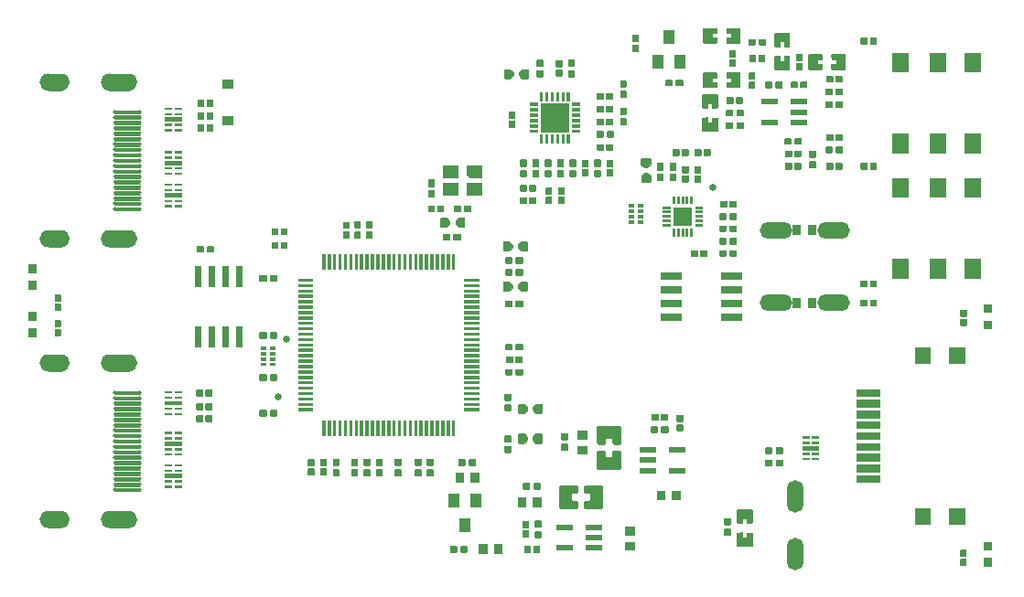
<source format=gtp>
G04 Layer: TopPasteMaskLayer*
G04 EasyEDA Pro v1.8.39, 2022-11-10 11:17:13*
G04 Gerber Generator version 0.3*
G04 Scale: 100 percent, Rotated: No, Reflected: No*
G04 Dimensions in millimeters*
G04 Leading zeros omitted, absolute positions, 3 integers and 3 decimals*
%FSLAX33Y33*%
%MOMM*%
%ADD10C,0.0254*%
%ADD11C,0.650001*%
%ADD12O,2.999994X1.499997*%
%ADD13O,1.499997X2.999994*%
G75*


G04 PolygonModel Start*
G36*
G01X11093Y8849D02*
G03X11093Y9149I-0J150D01*
G01X8792D01*
G03Y8849I0J-150D01*
G01X11093D01*
G37*
G54D10*
G01X11093Y8849D02*
G03X11093Y9149I-0J150D01*
G01X8792D01*
G03Y8849I0J-150D01*
G01X11093D01*
G36*
G01X11093Y9350D02*
G03X11093Y9649I-0J150D01*
G01X8792D01*
G03Y9350I0J-150D01*
G01X11093D01*
G37*
G01X11093Y9350D02*
G03X11093Y9649I-0J150D01*
G01X8792D01*
G03Y9350I0J-150D01*
G01X11093D01*
G36*
G01X11093Y9850D02*
G03X11093Y10150I-0J150D01*
G01X8792D01*
G03Y9850I0J-150D01*
G01X11093D01*
G37*
G01X11093Y9850D02*
G03X11093Y10150I-0J150D01*
G01X8792D01*
G03Y9850I0J-150D01*
G01X11093D01*
G36*
G01X11093Y10350D02*
G03X11093Y10650I-0J150D01*
G01X8792D01*
G03Y10350I0J-150D01*
G01X11093D01*
G37*
G01X11093Y10350D02*
G03X11093Y10650I-0J150D01*
G01X8792D01*
G03Y10350I0J-150D01*
G01X11093D01*
G36*
G01X11093Y10851D02*
G03X11093Y11151I-0J150D01*
G01X8792D01*
G03Y10851I0J-150D01*
G01X11093D01*
G37*
G01X11093Y10851D02*
G03X11093Y11151I-0J150D01*
G01X8792D01*
G03Y10851I0J-150D01*
G01X11093D01*
G36*
G01X11093Y11351D02*
G03X11093Y11651I-0J150D01*
G01X8792D01*
G03Y11351I0J-150D01*
G01X11093D01*
G37*
G01X11093Y11351D02*
G03X11093Y11651I-0J150D01*
G01X8792D01*
G03Y11351I0J-150D01*
G01X11093D01*
G36*
G01X11093Y11849D02*
G03X11093Y12149I-0J150D01*
G01X8792D01*
G03Y11849I0J-150D01*
G01X11093D01*
G37*
G01X11093Y11849D02*
G03X11093Y12149I-0J150D01*
G01X8792D01*
G03Y11849I0J-150D01*
G01X11093D01*
G36*
G01X11093Y12349D02*
G03X11093Y12649I-0J150D01*
G01X8792D01*
G03Y12349I0J-150D01*
G01X11093D01*
G37*
G01X11093Y12349D02*
G03X11093Y12649I-0J150D01*
G01X8792D01*
G03Y12349I0J-150D01*
G01X11093D01*
G36*
G01X11093Y12850D02*
G03X11093Y13149I-0J150D01*
G01X8792D01*
G03Y12850I0J-150D01*
G01X11093D01*
G37*
G01X11093Y12850D02*
G03X11093Y13149I-0J150D01*
G01X8792D01*
G03Y12850I0J-150D01*
G01X11093D01*
G36*
G01X11093Y17851D02*
G03X11093Y18151I-0J150D01*
G01X8792D01*
G03Y17851I0J-150D01*
G01X11093D01*
G37*
G01X11093Y17851D02*
G03X11093Y18151I-0J150D01*
G01X8792D01*
G03Y17851I0J-150D01*
G01X11093D01*
G36*
G01X11093Y17351D02*
G03X11093Y17650I-0J150D01*
G01X8792D01*
G03Y17351I0J-150D01*
G01X11093D01*
G37*
G01X11093Y17351D02*
G03X11093Y17650I-0J150D01*
G01X8792D01*
G03Y17351I0J-150D01*
G01X11093D01*
G36*
G01X11093Y16850D02*
G03X11093Y17150I-0J150D01*
G01X8792D01*
G03Y16850I0J-150D01*
G01X11093D01*
G37*
G01X11093Y16850D02*
G03X11093Y17150I-0J150D01*
G01X8792D01*
G03Y16850I0J-150D01*
G01X11093D01*
G36*
G01X11093Y16350D02*
G03X11093Y16650I-0J150D01*
G01X8792D01*
G03Y16350I0J-150D01*
G01X11093D01*
G37*
G01X11093Y16350D02*
G03X11093Y16650I-0J150D01*
G01X8792D01*
G03Y16350I0J-150D01*
G01X11093D01*
G36*
G01X11093Y15850D02*
G03X11093Y16149I-0J150D01*
G01X8792D01*
G03Y15850I0J-150D01*
G01X11093D01*
G37*
G01X11093Y15850D02*
G03X11093Y16149I-0J150D01*
G01X8792D01*
G03Y15850I0J-150D01*
G01X11093D01*
G36*
G01X11093Y15349D02*
G03X11093Y15649I-0J150D01*
G01X8792D01*
G03Y15349I0J-150D01*
G01X11093D01*
G37*
G01X11093Y15349D02*
G03X11093Y15649I-0J150D01*
G01X8792D01*
G03Y15349I0J-150D01*
G01X11093D01*
G36*
G01X11093Y14849D02*
G03X11093Y15151I-0J151D01*
G01X8792D01*
G03Y14849I0J-151D01*
G01X11093D01*
G37*
G01X11093Y14849D02*
G03X11093Y15151I-0J151D01*
G01X8792D01*
G03Y14849I0J-151D01*
G01X11093D01*
G36*
G01X11093Y14351D02*
G03X11093Y14651I-0J150D01*
G01X8792D01*
G03Y14351I0J-150D01*
G01X11093D01*
G37*
G01X11093Y14351D02*
G03X11093Y14651I-0J150D01*
G01X8792D01*
G03Y14351I0J-150D01*
G01X11093D01*
G36*
G01X11093Y13851D02*
G03X11093Y14150I-0J150D01*
G01X8792D01*
G03Y13851I0J-150D01*
G01X11093D01*
G37*
G01X11093Y13851D02*
G03X11093Y14150I-0J150D01*
G01X8792D01*
G03Y13851I0J-150D01*
G01X11093D01*
G36*
G01X11093Y13350D02*
G03X11093Y13650I-0J150D01*
G01X8792D01*
G03Y13350I0J-150D01*
G01X11093D01*
G37*
G01X11093Y13350D02*
G03X11093Y13650I-0J150D01*
G01X8792D01*
G03Y13350I0J-150D01*
G01X11093D01*
G36*
G01X10082Y21501D02*
G02X10082Y20000I-0J-751D01*
G01X8281D01*
G02Y21501I0J751D01*
G01X10082D01*
G37*
G01X10082Y21501D02*
G02X10082Y20000I-0J-751D01*
G01X8281D01*
G02Y21501I0J751D01*
G01X10082D01*
G36*
G01X10082Y7000D02*
G02X10082Y5499I0J-751D01*
G01X8281D01*
G02Y7000I0J751D01*
G01X10082D01*
G37*
G01X10082Y7000D02*
G02X10082Y5499I0J-751D01*
G01X8281D01*
G02Y7000I0J751D01*
G01X10082D01*
G36*
G01X3821Y21501D02*
G02X3821Y20000I-0J-751D01*
G01X2622D01*
G02Y21501I0J751D01*
G01X3821D01*
G37*
G01X3821Y21501D02*
G02X3821Y20000I-0J-751D01*
G01X2622D01*
G02Y21501I0J751D01*
G01X3821D01*
G36*
G01X3821Y7000D02*
G02X3821Y5499I0J-751D01*
G01X2622D01*
G02Y7000I0J751D01*
G01X3821D01*
G37*
G01X3821Y7000D02*
G02X3821Y5499I0J-751D01*
G01X2622D01*
G02Y7000I0J751D01*
G01X3821D01*
G36*
G01X16899Y18228D02*
G01X16899Y17768D01*
G01X16859Y17728D01*
G01X16358D01*
G01X16318Y17768D01*
G01Y18228D01*
G01X16358Y18268D01*
G01X16859D01*
G01X16899Y18228D01*
G37*
G01X16899Y18228D02*
G01X16899Y17768D01*
G01X16859Y17728D01*
G01X16358D01*
G01X16318Y17768D01*
G01Y18228D01*
G01X16358Y18268D01*
G01X16859D01*
G01X16899Y18228D01*
G36*
G01X17169Y18228D02*
G01X17169Y17768D01*
G01X17209Y17728D01*
G01X17709D01*
G01X17749Y17768D01*
G01Y18228D01*
G01X17709Y18268D01*
G01X17209D01*
G01X17169Y18228D01*
G37*
G01X17169Y18228D02*
G01X17169Y17768D01*
G01X17209Y17728D01*
G01X17709D01*
G01X17749Y17768D01*
G01Y18228D01*
G01X17709Y18268D01*
G01X17209D01*
G01X17169Y18228D01*
G36*
G01X17169Y16497D02*
G01X17169Y16957D01*
G01X17209Y16997D01*
G01X17709D01*
G01X17749Y16957D01*
G01Y16497D01*
G01X17709Y16457D01*
G01X17209D01*
G01X17169Y16497D01*
G37*
G01X17169Y16497D02*
G01X17169Y16957D01*
G01X17209Y16997D01*
G01X17709D01*
G01X17749Y16957D01*
G01Y16497D01*
G01X17709Y16457D01*
G01X17209D01*
G01X17169Y16497D01*
G36*
G01X16899Y16497D02*
G01X16899Y16957D01*
G01X16859Y16997D01*
G01X16358D01*
G01X16318Y16957D01*
G01Y16497D01*
G01X16358Y16457D01*
G01X16859D01*
G01X16899Y16497D01*
G37*
G01X16899Y16497D02*
G01X16899Y16957D01*
G01X16859Y16997D01*
G01X16358D01*
G01X16318Y16957D01*
G01Y16497D01*
G01X16358Y16457D01*
G01X16859D01*
G01X16899Y16497D01*
G36*
G01X17169Y15377D02*
G01X17169Y15837D01*
G01X17209Y15877D01*
G01X17709D01*
G01X17749Y15837D01*
G01Y15377D01*
G01X17709Y15337D01*
G01X17209D01*
G01X17169Y15377D01*
G37*
G01X17169Y15377D02*
G01X17169Y15837D01*
G01X17209Y15877D01*
G01X17709D01*
G01X17749Y15837D01*
G01Y15377D01*
G01X17709Y15337D01*
G01X17209D01*
G01X17169Y15377D01*
G36*
G01X16899Y15377D02*
G01X16899Y15837D01*
G01X16859Y15877D01*
G01X16358D01*
G01X16318Y15837D01*
G01Y15377D01*
G01X16358Y15337D01*
G01X16859D01*
G01X16899Y15377D01*
G37*
G01X16899Y15377D02*
G01X16899Y15837D01*
G01X16859Y15877D01*
G01X16358D01*
G01X16318Y15837D01*
G01Y15377D01*
G01X16358Y15337D01*
G01X16859D01*
G01X16899Y15377D01*
G36*
G01X28286Y11235D02*
G01X27826Y11235D01*
G01X27786Y11275D01*
G01Y11775D01*
G01X27826Y11815D01*
G01X28286D01*
G01X28326Y11775D01*
G01Y11275D01*
G01X28286Y11235D01*
G37*
G01X28286Y11235D02*
G01X27826Y11235D01*
G01X27786Y11275D01*
G01Y11775D01*
G01X27826Y11815D01*
G01X28286D01*
G01X28326Y11775D01*
G01Y11275D01*
G01X28286Y11235D01*
G36*
G01X28286Y10965D02*
G01X27826Y10965D01*
G01X27786Y10925D01*
G01Y10424D01*
G01X27826Y10384D01*
G01X28286D01*
G01X28326Y10424D01*
G01Y10925D01*
G01X28286Y10965D01*
G37*
G01X28286Y10965D02*
G01X27826Y10965D01*
G01X27786Y10925D01*
G01Y10424D01*
G01X27826Y10384D01*
G01X28286D01*
G01X28326Y10424D01*
G01Y10925D01*
G01X28286Y10965D01*
G36*
G01X45562Y21312D02*
G01X45562Y20852D01*
G01X45522Y20812D01*
G01X45021D01*
G01X44981Y20852D01*
G01Y21312D01*
G01X45021Y21352D01*
G01X45522D01*
G01X45562Y21312D01*
G37*
G01X45562Y21312D02*
G01X45562Y20852D01*
G01X45522Y20812D01*
G01X45021D01*
G01X44981Y20852D01*
G01Y21312D01*
G01X45021Y21352D01*
G01X45522D01*
G01X45562Y21312D01*
G36*
G01X45832Y21312D02*
G01X45832Y20852D01*
G01X45872Y20812D01*
G01X46373D01*
G01X46413Y20852D01*
G01Y21312D01*
G01X46373Y21352D01*
G01X45872D01*
G01X45832Y21312D01*
G37*
G01X45832Y21312D02*
G01X45832Y20852D01*
G01X45872Y20812D01*
G01X46373D01*
G01X46413Y20852D01*
G01Y21312D01*
G01X46373Y21352D01*
G01X45872D01*
G01X45832Y21312D01*
G36*
G01X29934Y32961D02*
G01X30394Y32961D01*
G01X30434Y32921D01*
G01Y32421D01*
G01X30394Y32381D01*
G01X29934D01*
G01X29894Y32421D01*
G01Y32921D01*
G01X29934Y32961D01*
G37*
G01X29934Y32961D02*
G01X30394Y32961D01*
G01X30434Y32921D01*
G01Y32421D01*
G01X30394Y32381D01*
G01X29934D01*
G01X29894Y32421D01*
G01Y32921D01*
G01X29934Y32961D01*
G36*
G01X29934Y33231D02*
G01X30394Y33231D01*
G01X30434Y33271D01*
G01Y33772D01*
G01X30394Y33812D01*
G01X29934D01*
G01X29894Y33772D01*
G01Y33271D01*
G01X29934Y33231D01*
G37*
G01X29934Y33231D02*
G01X30394Y33231D01*
G01X30434Y33271D01*
G01Y33772D01*
G01X30394Y33812D01*
G01X29934D01*
G01X29894Y33772D01*
G01Y33271D01*
G01X29934Y33231D01*
G36*
G01X45877Y30026D02*
G01X45877Y30476D01*
G01X45947Y30526D01*
G01X46427D01*
G01X46477Y30476D01*
G01Y30026D01*
G01X46427Y29976D01*
G01X45947D01*
G01X45877Y30026D01*
G37*
G01X45877Y30026D02*
G01X45877Y30476D01*
G01X45947Y30526D01*
G01X46427D01*
G01X46477Y30476D01*
G01Y30026D01*
G01X46427Y29976D01*
G01X45947D01*
G01X45877Y30026D01*
G36*
G01X44917Y30026D02*
G01X44917Y30476D01*
G01X44967Y30526D01*
G01X45447D01*
G01X45517Y30476D01*
G01Y30026D01*
G01X45447Y29976D01*
G01X44967D01*
G01X44917Y30026D01*
G37*
G01X44917Y30026D02*
G01X44917Y30476D01*
G01X44967Y30526D01*
G01X45447D01*
G01X45517Y30476D01*
G01Y30026D01*
G01X45447Y29976D01*
G01X44967D01*
G01X44917Y30026D01*
G36*
G01X32522Y33276D02*
G01X32072Y33276D01*
G01X32022Y33346D01*
G01Y33826D01*
G01X32072Y33876D01*
G01X32522D01*
G01X32572Y33826D01*
G01Y33346D01*
G01X32522Y33276D01*
G37*
G01X32522Y33276D02*
G01X32072Y33276D01*
G01X32022Y33346D01*
G01Y33826D01*
G01X32072Y33876D01*
G01X32522D01*
G01X32572Y33826D01*
G01Y33346D01*
G01X32522Y33276D01*
G36*
G01X32522Y32316D02*
G01X32072Y32316D01*
G01X32022Y32366D01*
G01Y32846D01*
G01X32072Y32916D01*
G01X32522D01*
G01X32572Y32846D01*
G01Y32366D01*
G01X32522Y32316D01*
G37*
G01X32522Y32316D02*
G01X32072Y32316D01*
G01X32022Y32366D01*
G01Y32846D01*
G01X32072Y32916D01*
G01X32522D01*
G01X32572Y32846D01*
G01Y32366D01*
G01X32522Y32316D01*
G36*
G01X31844Y10920D02*
G01X32294Y10920D01*
G01X32344Y10850D01*
G01Y10370D01*
G01X32294Y10320D01*
G01X31844D01*
G01X31794Y10370D01*
G01Y10850D01*
G01X31844Y10920D01*
G37*
G01X31844Y10920D02*
G01X32294Y10920D01*
G01X32344Y10850D01*
G01Y10370D01*
G01X32294Y10320D01*
G01X31844D01*
G01X31794Y10370D01*
G01Y10850D01*
G01X31844Y10920D01*
G36*
G01X31844Y11880D02*
G01X32294Y11880D01*
G01X32344Y11830D01*
G01Y11350D01*
G01X32294Y11280D01*
G01X31844D01*
G01X31794Y11350D01*
G01Y11830D01*
G01X31844Y11880D01*
G37*
G01X31844Y11880D02*
G01X32294Y11880D01*
G01X32344Y11830D01*
G01Y11350D01*
G01X32294Y11280D01*
G01X31844D01*
G01X31794Y11350D01*
G01Y11830D01*
G01X31844Y11880D01*
G36*
G01X34739Y10920D02*
G01X35189Y10920D01*
G01X35239Y10850D01*
G01Y10370D01*
G01X35189Y10320D01*
G01X34739D01*
G01X34689Y10370D01*
G01Y10850D01*
G01X34739Y10920D01*
G37*
G01X34739Y10920D02*
G01X35189Y10920D01*
G01X35239Y10850D01*
G01Y10370D01*
G01X35189Y10320D01*
G01X34739D01*
G01X34689Y10370D01*
G01Y10850D01*
G01X34739Y10920D01*
G36*
G01X34739Y11880D02*
G01X35189Y11880D01*
G01X35239Y11830D01*
G01Y11350D01*
G01X35189Y11280D01*
G01X34739D01*
G01X34689Y11350D01*
G01Y11830D01*
G01X34739Y11880D01*
G37*
G01X34739Y11880D02*
G01X35189Y11880D01*
G01X35239Y11830D01*
G01Y11350D01*
G01X35189Y11280D01*
G01X34739D01*
G01X34689Y11350D01*
G01Y11830D01*
G01X34739Y11880D01*
G36*
G01X36594Y10920D02*
G01X37044Y10920D01*
G01X37094Y10850D01*
G01Y10370D01*
G01X37044Y10320D01*
G01X36594D01*
G01X36544Y10370D01*
G01Y10850D01*
G01X36594Y10920D01*
G37*
G01X36594Y10920D02*
G01X37044Y10920D01*
G01X37094Y10850D01*
G01Y10370D01*
G01X37044Y10320D01*
G01X36594D01*
G01X36544Y10370D01*
G01Y10850D01*
G01X36594Y10920D01*
G36*
G01X36594Y11880D02*
G01X37044Y11880D01*
G01X37094Y11830D01*
G01Y11350D01*
G01X37044Y11280D01*
G01X36594D01*
G01X36544Y11350D01*
G01Y11830D01*
G01X36594Y11880D01*
G37*
G01X36594Y11880D02*
G01X37044Y11880D01*
G01X37094Y11830D01*
G01Y11350D01*
G01X37044Y11280D01*
G01X36594D01*
G01X36544Y11350D01*
G01Y11830D01*
G01X36594Y11880D01*
G36*
G01X45877Y19689D02*
G01X45877Y20139D01*
G01X45947Y20189D01*
G01X46427D01*
G01X46477Y20139D01*
G01Y19689D01*
G01X46427Y19639D01*
G01X45947D01*
G01X45877Y19689D01*
G37*
G01X45877Y19689D02*
G01X45877Y20139D01*
G01X45947Y20189D01*
G01X46427D01*
G01X46477Y20139D01*
G01Y19689D01*
G01X46427Y19639D01*
G01X45947D01*
G01X45877Y19689D01*
G36*
G01X44917Y19689D02*
G01X44917Y20139D01*
G01X44967Y20189D01*
G01X45447D01*
G01X45517Y20139D01*
G01Y19689D01*
G01X45447Y19639D01*
G01X44967D01*
G01X44917Y19689D01*
G37*
G01X44917Y19689D02*
G01X44917Y20139D01*
G01X44967Y20189D01*
G01X45447D01*
G01X45517Y20139D01*
G01Y19689D01*
G01X45447Y19639D01*
G01X44967D01*
G01X44917Y19689D01*
G36*
G01X45877Y28926D02*
G01X45877Y29376D01*
G01X45947Y29426D01*
G01X46427D01*
G01X46477Y29376D01*
G01Y28926D01*
G01X46427Y28876D01*
G01X45947D01*
G01X45877Y28926D01*
G37*
G01X45877Y28926D02*
G01X45877Y29376D01*
G01X45947Y29426D01*
G01X46427D01*
G01X46477Y29376D01*
G01Y28926D01*
G01X46427Y28876D01*
G01X45947D01*
G01X45877Y28926D01*
G36*
G01X44917Y28926D02*
G01X44917Y29376D01*
G01X44967Y29426D01*
G01X45447D01*
G01X45517Y29376D01*
G01Y28926D01*
G01X45447Y28876D01*
G01X44967D01*
G01X44917Y28926D01*
G37*
G01X44917Y28926D02*
G01X44917Y29376D01*
G01X44967Y29426D01*
G01X45447D01*
G01X45517Y29376D01*
G01Y28926D01*
G01X45447Y28876D01*
G01X44967D01*
G01X44917Y28926D01*
G36*
G01X22767Y19675D02*
G01X22767Y19225D01*
G01X22697Y19175D01*
G01X22217D01*
G01X22167Y19225D01*
G01Y19675D01*
G01X22217Y19725D01*
G01X22697D01*
G01X22767Y19675D01*
G37*
G01X22767Y19675D02*
G01X22767Y19225D01*
G01X22697Y19175D01*
G01X22217D01*
G01X22167Y19225D01*
G01Y19675D01*
G01X22217Y19725D01*
G01X22697D01*
G01X22767Y19675D01*
G36*
G01X23727Y19675D02*
G01X23727Y19225D01*
G01X23677Y19175D01*
G01X23197D01*
G01X23127Y19225D01*
G01Y19675D01*
G01X23197Y19725D01*
G01X23677D01*
G01X23727Y19675D01*
G37*
G01X23727Y19675D02*
G01X23727Y19225D01*
G01X23677Y19175D01*
G01X23197D01*
G01X23127Y19225D01*
G01Y19675D01*
G01X23197Y19725D01*
G01X23677D01*
G01X23727Y19675D01*
G36*
G01X40117Y32193D02*
G01X40117Y32643D01*
G01X40187Y32693D01*
G01X40667D01*
G01X40717Y32643D01*
G01Y32193D01*
G01X40667Y32143D01*
G01X40187D01*
G01X40117Y32193D01*
G37*
G01X40117Y32193D02*
G01X40117Y32643D01*
G01X40187Y32693D01*
G01X40667D01*
G01X40717Y32643D01*
G01Y32193D01*
G01X40667Y32143D01*
G01X40187D01*
G01X40117Y32193D01*
G36*
G01X39157Y32193D02*
G01X39157Y32643D01*
G01X39207Y32693D01*
G01X39687D01*
G01X39757Y32643D01*
G01Y32193D01*
G01X39687Y32143D01*
G01X39207D01*
G01X39157Y32193D01*
G37*
G01X39157Y32193D02*
G01X39157Y32643D01*
G01X39207Y32693D01*
G01X39687D01*
G01X39757Y32643D01*
G01Y32193D01*
G01X39687Y32143D01*
G01X39207D01*
G01X39157Y32193D01*
G36*
G01X31430Y33276D02*
G01X30980Y33276D01*
G01X30930Y33346D01*
G01Y33826D01*
G01X30980Y33876D01*
G01X31430D01*
G01X31480Y33826D01*
G01Y33346D01*
G01X31430Y33276D01*
G37*
G01X31430Y33276D02*
G01X30980Y33276D01*
G01X30930Y33346D01*
G01Y33826D01*
G01X30980Y33876D01*
G01X31430D01*
G01X31480Y33826D01*
G01Y33346D01*
G01X31430Y33276D01*
G36*
G01X31430Y32316D02*
G01X30980Y32316D01*
G01X30930Y32366D01*
G01Y32846D01*
G01X30980Y32916D01*
G01X31430D01*
G01X31480Y32846D01*
G01Y32366D01*
G01X31430Y32316D01*
G37*
G01X31430Y32316D02*
G01X30980Y32316D01*
G01X30930Y32366D01*
G01Y32846D01*
G01X30980Y32916D01*
G01X31430D01*
G01X31480Y32846D01*
G01Y32366D01*
G01X31430Y32316D01*
G36*
G01X30701Y10920D02*
G01X31151Y10920D01*
G01X31201Y10850D01*
G01Y10370D01*
G01X31151Y10320D01*
G01X30701D01*
G01X30651Y10370D01*
G01Y10850D01*
G01X30701Y10920D01*
G37*
G01X30701Y10920D02*
G01X31151Y10920D01*
G01X31201Y10850D01*
G01Y10370D01*
G01X31151Y10320D01*
G01X30701D01*
G01X30651Y10370D01*
G01Y10850D01*
G01X30701Y10920D01*
G36*
G01X30701Y11880D02*
G01X31151Y11880D01*
G01X31201Y11830D01*
G01Y11350D01*
G01X31151Y11280D01*
G01X30701D01*
G01X30651Y11350D01*
G01Y11830D01*
G01X30701Y11880D01*
G37*
G01X30701Y11880D02*
G01X31151Y11880D01*
G01X31201Y11830D01*
G01Y11350D01*
G01X31151Y11280D01*
G01X30701D01*
G01X30651Y11350D01*
G01Y11830D01*
G01X30701Y11880D01*
G36*
G01X45324Y17300D02*
G01X44874Y17300D01*
G01X44824Y17370D01*
G01Y17850D01*
G01X44874Y17900D01*
G01X45324D01*
G01X45374Y17850D01*
G01Y17370D01*
G01X45324Y17300D01*
G37*
G01X45324Y17300D02*
G01X44874Y17300D01*
G01X44824Y17370D01*
G01Y17850D01*
G01X44874Y17900D01*
G01X45324D01*
G01X45374Y17850D01*
G01Y17370D01*
G01X45324Y17300D01*
G36*
G01X45324Y16340D02*
G01X44874Y16340D01*
G01X44824Y16390D01*
G01Y16870D01*
G01X44874Y16940D01*
G01X45324D01*
G01X45374Y16870D01*
G01Y16390D01*
G01X45324Y16340D01*
G37*
G01X45324Y16340D02*
G01X44874Y16340D01*
G01X44824Y16390D01*
G01Y16870D01*
G01X44874Y16940D01*
G01X45324D01*
G01X45374Y16870D01*
G01Y16390D01*
G01X45324Y16340D01*
G36*
G01X45877Y22025D02*
G01X45877Y22475D01*
G01X45947Y22525D01*
G01X46427D01*
G01X46477Y22475D01*
G01Y22025D01*
G01X46427Y21975D01*
G01X45947D01*
G01X45877Y22025D01*
G37*
G01X45877Y22025D02*
G01X45877Y22475D01*
G01X45947Y22525D01*
G01X46427D01*
G01X46477Y22475D01*
G01Y22025D01*
G01X46427Y21975D01*
G01X45947D01*
G01X45877Y22025D01*
G36*
G01X44917Y22025D02*
G01X44917Y22475D01*
G01X44967Y22525D01*
G01X45447D01*
G01X45517Y22475D01*
G01Y22025D01*
G01X45447Y21975D01*
G01X44967D01*
G01X44917Y22025D01*
G37*
G01X44917Y22025D02*
G01X44917Y22475D01*
G01X44967Y22525D01*
G01X45447D01*
G01X45517Y22475D01*
G01Y22025D01*
G01X45447Y21975D01*
G01X44967D01*
G01X44917Y22025D01*
G36*
G01X37711Y10920D02*
G01X38161Y10920D01*
G01X38211Y10850D01*
G01Y10370D01*
G01X38161Y10320D01*
G01X37711D01*
G01X37661Y10370D01*
G01Y10850D01*
G01X37711Y10920D01*
G37*
G01X37711Y10920D02*
G01X38161Y10920D01*
G01X38211Y10850D01*
G01Y10370D01*
G01X38161Y10320D01*
G01X37711D01*
G01X37661Y10370D01*
G01Y10850D01*
G01X37711Y10920D01*
G36*
G01X37711Y11880D02*
G01X38161Y11880D01*
G01X38211Y11830D01*
G01Y11350D01*
G01X38161Y11280D01*
G01X37711D01*
G01X37661Y11350D01*
G01Y11830D01*
G01X37711Y11880D01*
G37*
G01X37711Y11880D02*
G01X38161Y11880D01*
G01X38211Y11830D01*
G01Y11350D01*
G01X38161Y11280D01*
G01X37711D01*
G01X37661Y11350D01*
G01Y11830D01*
G01X37711Y11880D01*
G36*
G01X32987Y10920D02*
G01X33437Y10920D01*
G01X33487Y10850D01*
G01Y10370D01*
G01X33437Y10320D01*
G01X32987D01*
G01X32937Y10370D01*
G01Y10850D01*
G01X32987Y10920D01*
G37*
G01X32987Y10920D02*
G01X33437Y10920D01*
G01X33487Y10850D01*
G01Y10370D01*
G01X33437Y10320D01*
G01X32987D01*
G01X32937Y10370D01*
G01Y10850D01*
G01X32987Y10920D01*
G36*
G01X32987Y11880D02*
G01X33437Y11880D01*
G01X33487Y11830D01*
G01Y11350D01*
G01X33437Y11280D01*
G01X32987D01*
G01X32937Y11350D01*
G01Y11830D01*
G01X32987Y11880D01*
G37*
G01X32987Y11880D02*
G01X33437Y11880D01*
G01X33487Y11830D01*
G01Y11350D01*
G01X33437Y11280D01*
G01X32987D01*
G01X32937Y11350D01*
G01Y11830D01*
G01X32987Y11880D01*
G36*
G01X28999Y10920D02*
G01X29449Y10920D01*
G01X29499Y10850D01*
G01Y10370D01*
G01X29449Y10320D01*
G01X28999D01*
G01X28949Y10370D01*
G01Y10850D01*
G01X28999Y10920D01*
G37*
G01X28999Y10920D02*
G01X29449Y10920D01*
G01X29499Y10850D01*
G01Y10370D01*
G01X29449Y10320D01*
G01X28999D01*
G01X28949Y10370D01*
G01Y10850D01*
G01X28999Y10920D01*
G36*
G01X28999Y11880D02*
G01X29449Y11880D01*
G01X29499Y11830D01*
G01Y11350D01*
G01X29449Y11280D01*
G01X28999D01*
G01X28949Y11350D01*
G01Y11830D01*
G01X28999Y11880D01*
G37*
G01X28999Y11880D02*
G01X29449Y11880D01*
G01X29499Y11830D01*
G01Y11350D01*
G01X29449Y11280D01*
G01X28999D01*
G01X28949Y11350D01*
G01Y11830D01*
G01X28999Y11880D01*
G36*
G01X46062Y31428D02*
G01X46062Y31704D01*
G01X46336Y31998D01*
G01X46839D01*
G01X46903Y31934D01*
G01Y31198D01*
G01X46839Y31134D01*
G01X46336D01*
G01X46062Y31428D01*
G37*
G01X46062Y31428D02*
G01X46062Y31704D01*
G01X46336Y31998D01*
G01X46839D01*
G01X46903Y31934D01*
G01Y31198D01*
G01X46839Y31134D01*
G01X46336D01*
G01X46062Y31428D01*
G36*
G01X45546Y31416D02*
G01X45546Y31693D01*
G01X45272Y31987D01*
G01X44769D01*
G01X44705Y31923D01*
G01Y31187D01*
G01X44769Y31123D01*
G01X45272D01*
G01X45546Y31416D01*
G37*
G01X45546Y31416D02*
G01X45546Y31693D01*
G01X45272Y31987D01*
G01X44769D01*
G01X44705Y31923D01*
G01Y31187D01*
G01X44769Y31123D01*
G01X45272D01*
G01X45546Y31416D01*
G36*
G01X46062Y27708D02*
G01X46062Y27984D01*
G01X46336Y28278D01*
G01X46839D01*
G01X46903Y28214D01*
G01Y27478D01*
G01X46839Y27414D01*
G01X46336D01*
G01X46062Y27708D01*
G37*
G01X46062Y27708D02*
G01X46062Y27984D01*
G01X46336Y28278D01*
G01X46839D01*
G01X46903Y28214D01*
G01Y27478D01*
G01X46839Y27414D01*
G01X46336D01*
G01X46062Y27708D01*
G36*
G01X45546Y27696D02*
G01X45546Y27973D01*
G01X45272Y28267D01*
G01X44769D01*
G01X44705Y28203D01*
G01Y27467D01*
G01X44769Y27403D01*
G01X45272D01*
G01X45546Y27696D01*
G37*
G01X45546Y27696D02*
G01X45546Y27973D01*
G01X45272Y28267D01*
G01X44769D01*
G01X44705Y28203D01*
G01Y27467D01*
G01X44769Y27403D01*
G01X45272D01*
G01X45546Y27696D01*
G36*
G01X40290Y33621D02*
G01X40290Y33898D01*
G01X40564Y34191D01*
G01X41067D01*
G01X41131Y34127D01*
G01Y33391D01*
G01X41067Y33327D01*
G01X40564D01*
G01X40290Y33621D01*
G37*
G01X40290Y33621D02*
G01X40290Y33898D01*
G01X40564Y34191D01*
G01X41067D01*
G01X41131Y34127D01*
G01Y33391D01*
G01X41067Y33327D01*
G01X40564D01*
G01X40290Y33621D01*
G36*
G01X39774Y33610D02*
G01X39774Y33886D01*
G01X39500Y34180D01*
G01X38997D01*
G01X38933Y34116D01*
G01Y33380D01*
G01X38997Y33316D01*
G01X39500D01*
G01X39774Y33610D01*
G37*
G01X39774Y33610D02*
G01X39774Y33886D01*
G01X39500Y34180D01*
G01X38997D01*
G01X38933Y34116D01*
G01Y33380D01*
G01X38997Y33316D01*
G01X39500D01*
G01X39774Y33610D01*
G36*
G01X47433Y16392D02*
G01X47433Y16669D01*
G01X47708Y16963D01*
G01X48211D01*
G01X48275Y16899D01*
G01Y16163D01*
G01X48211Y16099D01*
G01X47708D01*
G01X47433Y16392D01*
G37*
G01X47433Y16392D02*
G01X47433Y16669D01*
G01X47708Y16963D01*
G01X48211D01*
G01X48275Y16899D01*
G01Y16163D01*
G01X48211Y16099D01*
G01X47708D01*
G01X47433Y16392D01*
G36*
G01X46918Y16381D02*
G01X46918Y16658D01*
G01X46644Y16951D01*
G01X46140D01*
G01X46076Y16887D01*
G01Y16151D01*
G01X46140Y16087D01*
G01X46644D01*
G01X46918Y16381D01*
G37*
G01X46918Y16381D02*
G01X46918Y16658D01*
G01X46644Y16951D01*
G01X46140D01*
G01X46076Y16887D01*
G01Y16151D01*
G01X46140Y16087D01*
G01X46644D01*
G01X46918Y16381D01*
G36*
G01X47433Y13624D02*
G01X47433Y13900D01*
G01X47708Y14194D01*
G01X48211D01*
G01X48275Y14130D01*
G01Y13394D01*
G01X48211Y13330D01*
G01X47708D01*
G01X47433Y13624D01*
G37*
G01X47433Y13624D02*
G01X47433Y13900D01*
G01X47708Y14194D01*
G01X48211D01*
G01X48275Y14130D01*
G01Y13394D01*
G01X48211Y13330D01*
G01X47708D01*
G01X47433Y13624D01*
G36*
G01X46918Y13613D02*
G01X46918Y13889D01*
G01X46644Y14183D01*
G01X46140D01*
G01X46076Y14119D01*
G01Y13383D01*
G01X46140Y13319D01*
G01X46644D01*
G01X46918Y13613D01*
G37*
G01X46918Y13613D02*
G01X46918Y13889D01*
G01X46644Y14183D01*
G01X46140D01*
G01X46076Y14119D01*
G01Y13383D01*
G01X46140Y13319D01*
G01X46644D01*
G01X46918Y13613D01*
G36*
G01X40729Y35285D02*
G01X40729Y34835D01*
G01X40659Y34785D01*
G01X40179D01*
G01X40129Y34835D01*
G01Y35285D01*
G01X40179Y35335D01*
G01X40659D01*
G01X40729Y35285D01*
G37*
G01X40729Y35285D02*
G01X40729Y34835D01*
G01X40659Y34785D01*
G01X40179D01*
G01X40129Y34835D01*
G01Y35285D01*
G01X40179Y35335D01*
G01X40659D01*
G01X40729Y35285D01*
G36*
G01X41689Y35285D02*
G01X41689Y34835D01*
G01X41639Y34785D01*
G01X41159D01*
G01X41089Y34835D01*
G01Y35285D01*
G01X41159Y35335D01*
G01X41639D01*
G01X41689Y35285D01*
G37*
G01X41689Y35285D02*
G01X41689Y34835D01*
G01X41639Y34785D01*
G01X41159D01*
G01X41089Y34835D01*
G01Y35285D01*
G01X41159Y35335D01*
G01X41639D01*
G01X41689Y35285D01*
G36*
G01X44874Y13067D02*
G01X45324Y13067D01*
G01X45374Y12997D01*
G01Y12517D01*
G01X45324Y12467D01*
G01X44874D01*
G01X44824Y12517D01*
G01Y12997D01*
G01X44874Y13067D01*
G37*
G01X44874Y13067D02*
G01X45324Y13067D01*
G01X45374Y12997D01*
G01Y12517D01*
G01X45324Y12467D01*
G01X44874D01*
G01X44824Y12517D01*
G01Y12997D01*
G01X44874Y13067D01*
G36*
G01X44874Y14027D02*
G01X45324Y14027D01*
G01X45374Y13977D01*
G01Y13497D01*
G01X45324Y13427D01*
G01X44874D01*
G01X44824Y13497D01*
G01Y13977D01*
G01X44874Y14027D01*
G37*
G01X44874Y14027D02*
G01X45324Y14027D01*
G01X45374Y13977D01*
G01Y13497D01*
G01X45324Y13427D01*
G01X44874D01*
G01X44824Y13497D01*
G01Y13977D01*
G01X44874Y14027D01*
G36*
G01X45877Y26026D02*
G01X45877Y26476D01*
G01X45947Y26526D01*
G01X46427D01*
G01X46477Y26476D01*
G01Y26026D01*
G01X46427Y25976D01*
G01X45947D01*
G01X45877Y26026D01*
G37*
G01X45877Y26026D02*
G01X45877Y26476D01*
G01X45947Y26526D01*
G01X46427D01*
G01X46477Y26476D01*
G01Y26026D01*
G01X46427Y25976D01*
G01X45947D01*
G01X45877Y26026D01*
G36*
G01X44917Y26026D02*
G01X44917Y26476D01*
G01X44967Y26526D01*
G01X45447D01*
G01X45517Y26476D01*
G01Y26026D01*
G01X45447Y25976D01*
G01X44967D01*
G01X44917Y26026D01*
G37*
G01X44917Y26026D02*
G01X44917Y26476D01*
G01X44967Y26526D01*
G01X45447D01*
G01X45517Y26476D01*
G01Y26026D01*
G01X45447Y25976D01*
G01X44967D01*
G01X44917Y26026D01*
G36*
G01X22767Y16354D02*
G01X22767Y15904D01*
G01X22697Y15854D01*
G01X22217D01*
G01X22167Y15904D01*
G01Y16354D01*
G01X22217Y16404D01*
G01X22697D01*
G01X22767Y16354D01*
G37*
G01X22767Y16354D02*
G01X22767Y15904D01*
G01X22697Y15854D01*
G01X22217D01*
G01X22167Y15904D01*
G01Y16354D01*
G01X22217Y16404D01*
G01X22697D01*
G01X22767Y16354D01*
G36*
G01X23727Y16354D02*
G01X23727Y15904D01*
G01X23677Y15854D01*
G01X23197D01*
G01X23127Y15904D01*
G01Y16354D01*
G01X23197Y16404D01*
G01X23677D01*
G01X23727Y16354D01*
G37*
G01X23727Y16354D02*
G01X23727Y15904D01*
G01X23677Y15854D01*
G01X23197D01*
G01X23127Y15904D01*
G01Y16354D01*
G01X23197Y16404D01*
G01X23677D01*
G01X23727Y16354D01*
G36*
G01X22767Y23542D02*
G01X22767Y23092D01*
G01X22697Y23042D01*
G01X22217D01*
G01X22167Y23092D01*
G01Y23542D01*
G01X22217Y23592D01*
G01X22697D01*
G01X22767Y23542D01*
G37*
G01X22767Y23542D02*
G01X22767Y23092D01*
G01X22697Y23042D01*
G01X22217D01*
G01X22167Y23092D01*
G01Y23542D01*
G01X22217Y23592D01*
G01X22697D01*
G01X22767Y23542D01*
G36*
G01X23727Y23542D02*
G01X23727Y23092D01*
G01X23677Y23042D01*
G01X23197D01*
G01X23127Y23092D01*
G01Y23542D01*
G01X23197Y23592D01*
G01X23677D01*
G01X23727Y23542D01*
G37*
G01X23727Y23542D02*
G01X23727Y23092D01*
G01X23677Y23042D01*
G01X23197D01*
G01X23127Y23092D01*
G01Y23542D01*
G01X23197Y23592D01*
G01X23677D01*
G01X23727Y23542D01*
G36*
G01X22767Y28851D02*
G01X22767Y28401D01*
G01X22697Y28351D01*
G01X22217D01*
G01X22167Y28401D01*
G01Y28851D01*
G01X22217Y28901D01*
G01X22697D01*
G01X22767Y28851D01*
G37*
G01X22767Y28851D02*
G01X22767Y28401D01*
G01X22697Y28351D01*
G01X22217D01*
G01X22167Y28401D01*
G01Y28851D01*
G01X22217Y28901D01*
G01X22697D01*
G01X22767Y28851D01*
G36*
G01X23727Y28851D02*
G01X23727Y28401D01*
G01X23677Y28351D01*
G01X23197D01*
G01X23127Y28401D01*
G01Y28851D01*
G01X23197Y28901D01*
G01X23677D01*
G01X23727Y28851D01*
G37*
G01X23727Y28851D02*
G01X23727Y28401D01*
G01X23677Y28351D01*
G01X23197D01*
G01X23127Y28401D01*
G01Y28851D01*
G01X23197Y28901D01*
G01X23677D01*
G01X23727Y28851D01*
G36*
G01X37809Y36759D02*
G01X38259Y36759D01*
G01X38309Y36689D01*
G01Y36209D01*
G01X38259Y36159D01*
G01X37809D01*
G01X37759Y36209D01*
G01Y36689D01*
G01X37809Y36759D01*
G37*
G01X37809Y36759D02*
G01X38259Y36759D01*
G01X38309Y36689D01*
G01Y36209D01*
G01X38259Y36159D01*
G01X37809D01*
G01X37759Y36209D01*
G01Y36689D01*
G01X37809Y36759D01*
G36*
G01X37809Y37719D02*
G01X38259Y37719D01*
G01X38309Y37669D01*
G01Y37189D01*
G01X38259Y37119D01*
G01X37809D01*
G01X37759Y37189D01*
G01Y37669D01*
G01X37809Y37719D01*
G37*
G01X37809Y37719D02*
G01X38259Y37719D01*
G01X38309Y37669D01*
G01Y37189D01*
G01X38259Y37119D01*
G01X37809D01*
G01X37759Y37189D01*
G01Y37669D01*
G01X37809Y37719D01*
G36*
G01X38601Y34830D02*
G01X38601Y35290D01*
G01X38641Y35330D01*
G01X39141D01*
G01X39181Y35290D01*
G01Y34830D01*
G01X39141Y34790D01*
G01X38641D01*
G01X38601Y34830D01*
G37*
G01X38601Y34830D02*
G01X38601Y35290D01*
G01X38641Y35330D01*
G01X39141D01*
G01X39181Y35290D01*
G01Y34830D01*
G01X39141Y34790D01*
G01X38641D01*
G01X38601Y34830D01*
G36*
G01X38331Y34830D02*
G01X38331Y35290D01*
G01X38291Y35330D01*
G01X37790D01*
G01X37750Y35290D01*
G01Y34830D01*
G01X37790Y34790D01*
G01X38291D01*
G01X38331Y34830D01*
G37*
G01X38331Y34830D02*
G01X38331Y35290D01*
G01X38291Y35330D01*
G01X37790D01*
G01X37750Y35290D01*
G01Y34830D01*
G01X37790Y34790D01*
G01X38291D01*
G01X38331Y34830D01*
G36*
G01X17290Y31082D02*
G01X17290Y31532D01*
G01X17360Y31582D01*
G01X17840D01*
G01X17890Y31532D01*
G01Y31082D01*
G01X17840Y31032D01*
G01X17360D01*
G01X17290Y31082D01*
G37*
G01X17290Y31082D02*
G01X17290Y31532D01*
G01X17360Y31582D01*
G01X17840D01*
G01X17890Y31532D01*
G01Y31082D01*
G01X17840Y31032D01*
G01X17360D01*
G01X17290Y31082D01*
G36*
G01X16330Y31082D02*
G01X16330Y31532D01*
G01X16380Y31582D01*
G01X16860D01*
G01X16930Y31532D01*
G01Y31082D01*
G01X16860Y31032D01*
G01X16380D01*
G01X16330Y31082D01*
G37*
G01X16330Y31082D02*
G01X16330Y31532D01*
G01X16380Y31582D01*
G01X16860D01*
G01X16930Y31532D01*
G01Y31082D01*
G01X16860Y31032D01*
G01X16380D01*
G01X16330Y31082D01*
G36*
G01X24128Y31458D02*
G01X24128Y31918D01*
G01X24168Y31958D01*
G01X24669D01*
G01X24709Y31918D01*
G01Y31458D01*
G01X24669Y31418D01*
G01X24168D01*
G01X24128Y31458D01*
G37*
G01X24128Y31458D02*
G01X24128Y31918D01*
G01X24168Y31958D01*
G01X24669D01*
G01X24709Y31918D01*
G01Y31458D01*
G01X24669Y31418D01*
G01X24168D01*
G01X24128Y31458D01*
G36*
G01X23858Y31458D02*
G01X23858Y31918D01*
G01X23818Y31958D01*
G01X23318D01*
G01X23278Y31918D01*
G01Y31458D01*
G01X23318Y31418D01*
G01X23818D01*
G01X23858Y31458D01*
G37*
G01X23858Y31458D02*
G01X23858Y31918D01*
G01X23818Y31958D01*
G01X23318D01*
G01X23278Y31918D01*
G01Y31458D01*
G01X23318Y31418D01*
G01X23818D01*
G01X23858Y31458D01*
G36*
G01X24128Y32703D02*
G01X24128Y33163D01*
G01X24168Y33203D01*
G01X24669D01*
G01X24709Y33163D01*
G01Y32703D01*
G01X24669Y32663D01*
G01X24168D01*
G01X24128Y32703D01*
G37*
G01X24128Y32703D02*
G01X24128Y33163D01*
G01X24168Y33203D01*
G01X24669D01*
G01X24709Y33163D01*
G01Y32703D01*
G01X24669Y32663D01*
G01X24168D01*
G01X24128Y32703D01*
G36*
G01X23858Y32703D02*
G01X23858Y33163D01*
G01X23818Y33203D01*
G01X23318D01*
G01X23278Y33163D01*
G01Y32703D01*
G01X23318Y32663D01*
G01X23818D01*
G01X23858Y32703D01*
G37*
G01X23858Y32703D02*
G01X23858Y33163D01*
G01X23818Y33203D01*
G01X23318D01*
G01X23278Y33163D01*
G01Y32703D01*
G01X23318Y32663D01*
G01X23818D01*
G01X23858Y32703D01*
G36*
G01X26683Y10965D02*
G01X27143Y10965D01*
G01X27183Y10925D01*
G01Y10424D01*
G01X27143Y10384D01*
G01X26683D01*
G01X26643Y10424D01*
G01Y10925D01*
G01X26683Y10965D01*
G37*
G01X26683Y10965D02*
G01X27143Y10965D01*
G01X27183Y10925D01*
G01Y10424D01*
G01X27143Y10384D01*
G01X26683D01*
G01X26643Y10424D01*
G01Y10925D01*
G01X26683Y10965D01*
G36*
G01X26683Y11235D02*
G01X27143Y11235D01*
G01X27183Y11275D01*
G01Y11775D01*
G01X27143Y11815D01*
G01X26683D01*
G01X26643Y11775D01*
G01Y11275D01*
G01X26683Y11235D01*
G37*
G01X26683Y11235D02*
G01X27143Y11235D01*
G01X27183Y11275D01*
G01Y11775D01*
G01X27143Y11815D01*
G01X26683D01*
G01X26643Y11775D01*
G01Y11275D01*
G01X26683Y11235D01*
G36*
G01X87514Y25086D02*
G01X87055Y25086D01*
G01X87014Y25126D01*
G01Y25627D01*
G01X87055Y25667D01*
G01X87514D01*
G01X87555Y25627D01*
G01Y25126D01*
G01X87514Y25086D01*
G37*
G01X87514Y25086D02*
G01X87055Y25086D01*
G01X87014Y25126D01*
G01Y25627D01*
G01X87055Y25667D01*
G01X87514D01*
G01X87555Y25627D01*
G01Y25126D01*
G01X87514Y25086D01*
G36*
G01X87514Y24816D02*
G01X87055Y24816D01*
G01X87014Y24776D01*
G01Y24276D01*
G01X87055Y24236D01*
G01X87514D01*
G01X87555Y24276D01*
G01Y24776D01*
G01X87514Y24816D01*
G37*
G01X87514Y24816D02*
G01X87055Y24816D01*
G01X87014Y24776D01*
G01Y24276D01*
G01X87055Y24236D01*
G01X87514D01*
G01X87555Y24276D01*
G01Y24776D01*
G01X87514Y24816D01*
G36*
G01X3710Y24137D02*
G01X3250Y24137D01*
G01X3210Y24177D01*
G01Y24678D01*
G01X3250Y24718D01*
G01X3710D01*
G01X3750Y24678D01*
G01Y24177D01*
G01X3710Y24137D01*
G37*
G01X3710Y24137D02*
G01X3250Y24137D01*
G01X3210Y24177D01*
G01Y24678D01*
G01X3250Y24718D01*
G01X3710D01*
G01X3750Y24678D01*
G01Y24177D01*
G01X3710Y24137D01*
G36*
G01X3710Y23867D02*
G01X3250Y23867D01*
G01X3210Y23827D01*
G01Y23326D01*
G01X3250Y23286D01*
G01X3710D01*
G01X3750Y23326D01*
G01Y23827D01*
G01X3710Y23867D01*
G37*
G01X3710Y23867D02*
G01X3250Y23867D01*
G01X3210Y23827D01*
G01Y23326D01*
G01X3250Y23286D01*
G01X3710D01*
G01X3750Y23326D01*
G01Y23827D01*
G01X3710Y23867D01*
G36*
G01X3250Y26204D02*
G01X3710Y26204D01*
G01X3750Y26164D01*
G01Y25663D01*
G01X3710Y25623D01*
G01X3250D01*
G01X3210Y25663D01*
G01Y26164D01*
G01X3250Y26204D01*
G37*
G01X3250Y26204D02*
G01X3710Y26204D01*
G01X3750Y26164D01*
G01Y25663D01*
G01X3710Y25623D01*
G01X3250D01*
G01X3210Y25663D01*
G01Y26164D01*
G01X3250Y26204D01*
G36*
G01X3250Y26474D02*
G01X3710Y26474D01*
G01X3750Y26514D01*
G01Y27014D01*
G01X3710Y27054D01*
G01X3250D01*
G01X3210Y27014D01*
G01Y26514D01*
G01X3250Y26474D01*
G37*
G01X3250Y26474D02*
G01X3710Y26474D01*
G01X3750Y26514D01*
G01Y27014D01*
G01X3710Y27054D01*
G01X3250D01*
G01X3210Y27014D01*
G01Y26514D01*
G01X3250Y26474D01*
G36*
G01X11093Y34849D02*
G03X11093Y35149I-0J150D01*
G01X8792D01*
G03Y34849I0J-150D01*
G01X11093D01*
G37*
G01X11093Y34849D02*
G03X11093Y35149I-0J150D01*
G01X8792D01*
G03Y34849I0J-150D01*
G01X11093D01*
G36*
G01X11093Y35350D02*
G03X11093Y35649I-0J150D01*
G01X8792D01*
G03Y35350I0J-150D01*
G01X11093D01*
G37*
G01X11093Y35350D02*
G03X11093Y35649I-0J150D01*
G01X8792D01*
G03Y35350I0J-150D01*
G01X11093D01*
G36*
G01X11093Y35850D02*
G03X11093Y36150I-0J150D01*
G01X8792D01*
G03Y35850I0J-150D01*
G01X11093D01*
G37*
G01X11093Y35850D02*
G03X11093Y36150I-0J150D01*
G01X8792D01*
G03Y35850I0J-150D01*
G01X11093D01*
G36*
G01X11093Y36350D02*
G03X11093Y36650I-0J150D01*
G01X8792D01*
G03Y36350I0J-150D01*
G01X11093D01*
G37*
G01X11093Y36350D02*
G03X11093Y36650I-0J150D01*
G01X8792D01*
G03Y36350I0J-150D01*
G01X11093D01*
G36*
G01X11093Y36851D02*
G03X11093Y37150I-0J150D01*
G01X8792D01*
G03Y36851I0J-150D01*
G01X11093D01*
G37*
G01X11093Y36851D02*
G03X11093Y37150I-0J150D01*
G01X8792D01*
G03Y36851I0J-150D01*
G01X11093D01*
G36*
G01X11093Y37351D02*
G03X11093Y37651I-0J150D01*
G01X8792D01*
G03Y37351I0J-150D01*
G01X11093D01*
G37*
G01X11093Y37351D02*
G03X11093Y37651I-0J150D01*
G01X8792D01*
G03Y37351I0J-150D01*
G01X11093D01*
G36*
G01X11093Y37849D02*
G03X11093Y38149I-0J150D01*
G01X8792D01*
G03Y37849I0J-150D01*
G01X11093D01*
G37*
G01X11093Y37849D02*
G03X11093Y38149I-0J150D01*
G01X8792D01*
G03Y37849I0J-150D01*
G01X11093D01*
G36*
G01X11093Y38349D02*
G03X11093Y38649I-0J150D01*
G01X8792D01*
G03Y38349I0J-150D01*
G01X11093D01*
G37*
G01X11093Y38349D02*
G03X11093Y38649I-0J150D01*
G01X8792D01*
G03Y38349I0J-150D01*
G01X11093D01*
G36*
G01X11093Y38850D02*
G03X11093Y39149I-0J150D01*
G01X8792D01*
G03Y38850I0J-150D01*
G01X11093D01*
G37*
G01X11093Y38850D02*
G03X11093Y39149I-0J150D01*
G01X8792D01*
G03Y38850I0J-150D01*
G01X11093D01*
G36*
G01X11093Y43851D02*
G03X11093Y44151I-0J150D01*
G01X8792D01*
G03Y43851I0J-150D01*
G01X11093D01*
G37*
G01X11093Y43851D02*
G03X11093Y44151I-0J150D01*
G01X8792D01*
G03Y43851I0J-150D01*
G01X11093D01*
G36*
G01X11093Y43351D02*
G03X11093Y43650I-0J150D01*
G01X8792D01*
G03Y43351I0J-150D01*
G01X11093D01*
G37*
G01X11093Y43351D02*
G03X11093Y43650I-0J150D01*
G01X8792D01*
G03Y43351I0J-150D01*
G01X11093D01*
G36*
G01X11093Y42850D02*
G03X11093Y43150I-0J150D01*
G01X8792D01*
G03Y42850I0J-150D01*
G01X11093D01*
G37*
G01X11093Y42850D02*
G03X11093Y43150I-0J150D01*
G01X8792D01*
G03Y42850I0J-150D01*
G01X11093D01*
G36*
G01X11093Y42350D02*
G03X11093Y42650I-0J150D01*
G01X8792D01*
G03Y42350I0J-150D01*
G01X11093D01*
G37*
G01X11093Y42350D02*
G03X11093Y42650I-0J150D01*
G01X8792D01*
G03Y42350I0J-150D01*
G01X11093D01*
G36*
G01X11093Y41849D02*
G03X11093Y42149I-0J150D01*
G01X8792D01*
G03Y41849I0J-150D01*
G01X11093D01*
G37*
G01X11093Y41849D02*
G03X11093Y42149I-0J150D01*
G01X8792D01*
G03Y41849I0J-150D01*
G01X11093D01*
G36*
G01X11093Y41349D02*
G03X11093Y41649I-0J150D01*
G01X8792D01*
G03Y41349I0J-150D01*
G01X11093D01*
G37*
G01X11093Y41349D02*
G03X11093Y41649I-0J150D01*
G01X8792D01*
G03Y41349I0J-150D01*
G01X11093D01*
G36*
G01X11093Y40849D02*
G03X11093Y41151I-0J151D01*
G01X8792D01*
G03Y40849I0J-151D01*
G01X11093D01*
G37*
G01X11093Y40849D02*
G03X11093Y41151I-0J151D01*
G01X8792D01*
G03Y40849I0J-151D01*
G01X11093D01*
G36*
G01X11093Y40351D02*
G03X11093Y40651I-0J150D01*
G01X8792D01*
G03Y40351I0J-150D01*
G01X11093D01*
G37*
G01X11093Y40351D02*
G03X11093Y40651I-0J150D01*
G01X8792D01*
G03Y40351I0J-150D01*
G01X11093D01*
G36*
G01X11093Y39851D02*
G03X11093Y40150I-0J150D01*
G01X8792D01*
G03Y39851I0J-150D01*
G01X11093D01*
G37*
G01X11093Y39851D02*
G03X11093Y40150I-0J150D01*
G01X8792D01*
G03Y39851I0J-150D01*
G01X11093D01*
G36*
G01X11093Y39350D02*
G03X11093Y39650I-0J150D01*
G01X8792D01*
G03Y39350I0J-150D01*
G01X11093D01*
G37*
G01X11093Y39350D02*
G03X11093Y39650I-0J150D01*
G01X8792D01*
G03Y39350I0J-150D01*
G01X11093D01*
G36*
G01X10082Y47501D02*
G02X10082Y46000I-0J-751D01*
G01X8281D01*
G02Y47501I0J751D01*
G01X10082D01*
G37*
G01X10082Y47501D02*
G02X10082Y46000I-0J-751D01*
G01X8281D01*
G02Y47501I0J751D01*
G01X10082D01*
G36*
G01X10082Y33000D02*
G02X10082Y31499I0J-751D01*
G01X8281D01*
G02Y33000I0J751D01*
G01X10082D01*
G37*
G01X10082Y33000D02*
G02X10082Y31499I0J-751D01*
G01X8281D01*
G02Y33000I0J751D01*
G01X10082D01*
G36*
G01X3821Y47501D02*
G02X3821Y46000I-0J-751D01*
G01X2622D01*
G02Y47501I0J751D01*
G01X3821D01*
G37*
G01X3821Y47501D02*
G02X3821Y46000I-0J-751D01*
G01X2622D01*
G02Y47501I0J751D01*
G01X3821D01*
G36*
G01X3821Y33000D02*
G02X3821Y31499I0J-751D01*
G01X2622D01*
G02Y33000I0J751D01*
G01X3821D01*
G37*
G01X3821Y33000D02*
G02X3821Y31499I0J-751D01*
G01X2622D01*
G02Y33000I0J751D01*
G01X3821D01*
G36*
G01X16999Y45061D02*
G01X16999Y44601D01*
G01X16959Y44561D01*
G01X16458D01*
G01X16418Y44601D01*
G01Y45061D01*
G01X16458Y45101D01*
G01X16959D01*
G01X16999Y45061D01*
G37*
G01X16999Y45061D02*
G01X16999Y44601D01*
G01X16959Y44561D01*
G01X16458D01*
G01X16418Y44601D01*
G01Y45061D01*
G01X16458Y45101D01*
G01X16959D01*
G01X16999Y45061D01*
G36*
G01X17269Y45061D02*
G01X17269Y44601D01*
G01X17309Y44561D01*
G01X17809D01*
G01X17849Y44601D01*
G01Y45061D01*
G01X17809Y45101D01*
G01X17309D01*
G01X17269Y45061D01*
G37*
G01X17269Y45061D02*
G01X17269Y44601D01*
G01X17309Y44561D01*
G01X17809D01*
G01X17849Y44601D01*
G01Y45061D01*
G01X17809Y45101D01*
G01X17309D01*
G01X17269Y45061D01*
G36*
G01X17269Y42315D02*
G01X17269Y42775D01*
G01X17309Y42815D01*
G01X17809D01*
G01X17849Y42775D01*
G01Y42315D01*
G01X17809Y42275D01*
G01X17309D01*
G01X17269Y42315D01*
G37*
G01X17269Y42315D02*
G01X17269Y42775D01*
G01X17309Y42815D01*
G01X17809D01*
G01X17849Y42775D01*
G01Y42315D01*
G01X17809Y42275D01*
G01X17309D01*
G01X17269Y42315D01*
G36*
G01X16999Y42315D02*
G01X16999Y42775D01*
G01X16959Y42815D01*
G01X16458D01*
G01X16418Y42775D01*
G01Y42315D01*
G01X16458Y42275D01*
G01X16959D01*
G01X16999Y42315D01*
G37*
G01X16999Y42315D02*
G01X16999Y42775D01*
G01X16959Y42815D01*
G01X16458D01*
G01X16418Y42775D01*
G01Y42315D01*
G01X16458Y42275D01*
G01X16959D01*
G01X16999Y42315D01*
G36*
G01X17268Y43407D02*
G01X17268Y43867D01*
G01X17308Y43907D01*
G01X17808D01*
G01X17848Y43867D01*
G01Y43407D01*
G01X17808Y43367D01*
G01X17308D01*
G01X17268Y43407D01*
G37*
G01X17268Y43407D02*
G01X17268Y43867D01*
G01X17308Y43907D01*
G01X17808D01*
G01X17848Y43867D01*
G01Y43407D01*
G01X17808Y43367D01*
G01X17308D01*
G01X17268Y43407D01*
G36*
G01X16998Y43407D02*
G01X16998Y43867D01*
G01X16958Y43907D01*
G01X16457D01*
G01X16417Y43867D01*
G01Y43407D01*
G01X16457Y43367D01*
G01X16958D01*
G01X16998Y43407D01*
G37*
G01X16998Y43407D02*
G01X16998Y43867D01*
G01X16958Y43907D01*
G01X16457D01*
G01X16417Y43867D01*
G01Y43407D01*
G01X16457Y43367D01*
G01X16958D01*
G01X16998Y43407D01*
G36*
G01X78374Y50809D02*
G01X78374Y50349D01*
G01X78334Y50309D01*
G01X77833D01*
G01X77793Y50349D01*
G01Y50809D01*
G01X77833Y50849D01*
G01X78334D01*
G01X78374Y50809D01*
G37*
G01X78374Y50809D02*
G01X78374Y50349D01*
G01X78334Y50309D01*
G01X77833D01*
G01X77793Y50349D01*
G01Y50809D01*
G01X77833Y50849D01*
G01X78334D01*
G01X78374Y50809D01*
G36*
G01X78644Y50809D02*
G01X78644Y50349D01*
G01X78684Y50309D01*
G01X79184D01*
G01X79224Y50349D01*
G01Y50809D01*
G01X79184Y50849D01*
G01X78684D01*
G01X78644Y50809D01*
G37*
G01X78644Y50809D02*
G01X78644Y50349D01*
G01X78684Y50309D01*
G01X79184D01*
G01X79224Y50349D01*
G01Y50809D01*
G01X79184Y50849D01*
G01X78684D01*
G01X78644Y50809D01*
G36*
G01X78374Y39227D02*
G01X78374Y38767D01*
G01X78334Y38727D01*
G01X77833D01*
G01X77793Y38767D01*
G01Y39227D01*
G01X77833Y39267D01*
G01X78334D01*
G01X78374Y39227D01*
G37*
G01X78374Y39227D02*
G01X78374Y38767D01*
G01X78334Y38727D01*
G01X77833D01*
G01X77793Y38767D01*
G01Y39227D01*
G01X77833Y39267D01*
G01X78334D01*
G01X78374Y39227D01*
G36*
G01X78644Y39227D02*
G01X78644Y38767D01*
G01X78684Y38727D01*
G01X79184D01*
G01X79224Y38767D01*
G01Y39227D01*
G01X79184Y39267D01*
G01X78684D01*
G01X78644Y39227D01*
G37*
G01X78644Y39227D02*
G01X78644Y38767D01*
G01X78684Y38727D01*
G01X79184D01*
G01X79224Y38767D01*
G01Y39227D01*
G01X79184Y39267D01*
G01X78684D01*
G01X78644Y39227D01*
G36*
G01X75186Y39227D02*
G01X75186Y38767D01*
G01X75146Y38727D01*
G01X74645D01*
G01X74605Y38767D01*
G01Y39227D01*
G01X74645Y39267D01*
G01X75146D01*
G01X75186Y39227D01*
G37*
G01X75186Y39227D02*
G01X75186Y38767D01*
G01X75146Y38727D01*
G01X74645D01*
G01X74605Y38767D01*
G01Y39227D01*
G01X74645Y39267D01*
G01X75146D01*
G01X75186Y39227D01*
G36*
G01X75456Y39227D02*
G01X75456Y38767D01*
G01X75496Y38727D01*
G01X75997D01*
G01X76037Y38767D01*
G01Y39227D01*
G01X75997Y39267D01*
G01X75496D01*
G01X75456Y39227D01*
G37*
G01X75456Y39227D02*
G01X75456Y38767D01*
G01X75496Y38727D01*
G01X75997D01*
G01X76037Y38767D01*
G01Y39227D01*
G01X75997Y39267D01*
G01X75496D01*
G01X75456Y39227D01*
G36*
G01X66128Y49139D02*
G01X65668Y49139D01*
G01X65628Y49179D01*
G01Y49680D01*
G01X65668Y49720D01*
G01X66128D01*
G01X66168Y49680D01*
G01Y49179D01*
G01X66128Y49139D01*
G37*
G01X66128Y49139D02*
G01X65668Y49139D01*
G01X65628Y49179D01*
G01Y49680D01*
G01X65668Y49720D01*
G01X66128D01*
G01X66168Y49680D01*
G01Y49179D01*
G01X66128Y49139D01*
G36*
G01X66128Y48869D02*
G01X65668Y48869D01*
G01X65628Y48829D01*
G01Y48329D01*
G01X65668Y48289D01*
G01X66128D01*
G01X66168Y48329D01*
G01Y48829D01*
G01X66128Y48869D01*
G37*
G01X66128Y48869D02*
G01X65668Y48869D01*
G01X65628Y48829D01*
G01Y48329D01*
G01X65668Y48289D01*
G01X66128D01*
G01X66168Y48329D01*
G01Y48829D01*
G01X66128Y48869D01*
G36*
G01X64460Y42224D02*
G01X63180Y42224D01*
G01X63130Y42274D01*
G01Y43424D01*
G01X63180Y43474D01*
G01X63590Y43479D01*
G01Y43029D01*
G01X64040D01*
G01Y43469D01*
G01X64460Y43474D01*
G01X64510Y43424D01*
G01Y42274D01*
G01X64460Y42224D01*
G37*
G01X64460Y42224D02*
G01X63180Y42224D01*
G01X63130Y42274D01*
G01Y43424D01*
G01X63180Y43474D01*
G01X63590Y43479D01*
G01Y43029D01*
G01X64040D01*
G01Y43469D01*
G01X64460Y43474D01*
G01X64510Y43424D01*
G01Y42274D01*
G01X64460Y42224D01*
G36*
G01X64460Y44374D02*
G01X64040Y44374D01*
G01Y44819D01*
G01X63590D01*
G01Y44379D01*
G01X63180Y44374D01*
G01X63130Y44424D01*
G01Y45574D01*
G01X63180Y45624D01*
G01X64460D01*
G01X64510Y45574D01*
G01Y44424D01*
G01X64460Y44374D01*
G37*
G01X64460Y44374D02*
G01X64040Y44374D01*
G01Y44819D01*
G01X63590D01*
G01Y44379D01*
G01X63180Y44374D01*
G01X63130Y44424D01*
G01Y45574D01*
G01X63180Y45624D01*
G01X64460D01*
G01X64510Y45574D01*
G01Y44424D01*
G01X64460Y44374D01*
G36*
G01X67931Y47056D02*
G01X67471Y47056D01*
G01X67431Y47096D01*
G01Y47597D01*
G01X67471Y47637D01*
G01X67931D01*
G01X67971Y47597D01*
G01Y47096D01*
G01X67931Y47056D01*
G37*
G01X67931Y47056D02*
G01X67471Y47056D01*
G01X67431Y47096D01*
G01Y47597D01*
G01X67471Y47637D01*
G01X67931D01*
G01X67971Y47597D01*
G01Y47096D01*
G01X67931Y47056D01*
G36*
G01X67931Y46786D02*
G01X67471Y46786D01*
G01X67431Y46746D01*
G01Y46246D01*
G01X67471Y46206D01*
G01X67931D01*
G01X67971Y46246D01*
G01Y46746D01*
G01X67931Y46786D01*
G37*
G01X67931Y46786D02*
G01X67471Y46786D01*
G01X67431Y46746D01*
G01Y46246D01*
G01X67471Y46206D01*
G01X67931D01*
G01X67971Y46246D01*
G01Y46746D01*
G01X67931Y46786D01*
G36*
G01X63207Y46327D02*
G01X63207Y47607D01*
G01X63257Y47657D01*
G01X64407D01*
G01X64457Y47607D01*
G01X64462Y47197D01*
G01X64012D01*
G01Y46747D01*
G01X64452D01*
G01X64457Y46327D01*
G01X64407Y46277D01*
G01X63257D01*
G01X63207Y46327D01*
G37*
G01X63207Y46327D02*
G01X63207Y47607D01*
G01X63257Y47657D01*
G01X64407D01*
G01X64457Y47607D01*
G01X64462Y47197D01*
G01X64012D01*
G01Y46747D01*
G01X64452D01*
G01X64457Y46327D01*
G01X64407Y46277D01*
G01X63257D01*
G01X63207Y46327D01*
G36*
G01X65357Y46327D02*
G01X65357Y46747D01*
G01X65802D01*
G01Y47197D01*
G01X65362D01*
G01X65357Y47607D01*
G01X65407Y47657D01*
G01X66557D01*
G01X66607Y47607D01*
G01Y46327D01*
G01X66557Y46277D01*
G01X65407D01*
G01X65357Y46327D01*
G37*
G01X65357Y46327D02*
G01X65357Y46747D01*
G01X65802D01*
G01Y47197D01*
G01X65362D01*
G01X65357Y47607D01*
G01X65407Y47657D01*
G01X66557D01*
G01X66607Y47607D01*
G01Y46327D01*
G01X66557Y46277D01*
G01X65407D01*
G01X65357Y46327D01*
G36*
G01X68319Y48749D02*
G01X68319Y49209D01*
G01X68359Y49249D01*
G01X68859D01*
G01X68899Y49209D01*
G01Y48749D01*
G01X68859Y48709D01*
G01X68359D01*
G01X68319Y48749D01*
G37*
G01X68319Y48749D02*
G01X68319Y49209D01*
G01X68359Y49249D01*
G01X68859D01*
G01X68899Y49209D01*
G01Y48749D01*
G01X68859Y48709D01*
G01X68359D01*
G01X68319Y48749D01*
G36*
G01X68049Y48749D02*
G01X68049Y49209D01*
G01X68009Y49249D01*
G01X67508D01*
G01X67468Y49209D01*
G01Y48749D01*
G01X67508Y48709D01*
G01X68009D01*
G01X68049Y48749D01*
G37*
G01X68049Y48749D02*
G01X68049Y49209D01*
G01X68009Y49249D01*
G01X67508D01*
G01X67468Y49209D01*
G01Y48749D01*
G01X67508Y48709D01*
G01X68009D01*
G01X68049Y48749D01*
G36*
G01X63207Y50442D02*
G01X63207Y51722D01*
G01X63257Y51772D01*
G01X64407D01*
G01X64457Y51722D01*
G01X64462Y51312D01*
G01X64012D01*
G01Y50862D01*
G01X64452D01*
G01X64457Y50442D01*
G01X64407Y50392D01*
G01X63257D01*
G01X63207Y50442D01*
G37*
G01X63207Y50442D02*
G01X63207Y51722D01*
G01X63257Y51772D01*
G01X64407D01*
G01X64457Y51722D01*
G01X64462Y51312D01*
G01X64012D01*
G01Y50862D01*
G01X64452D01*
G01X64457Y50442D01*
G01X64407Y50392D01*
G01X63257D01*
G01X63207Y50442D01*
G36*
G01X65357Y50442D02*
G01X65357Y50862D01*
G01X65802D01*
G01Y51312D01*
G01X65362D01*
G01X65357Y51722D01*
G01X65407Y51772D01*
G01X66557D01*
G01X66607Y51722D01*
G01Y50442D01*
G01X66557Y50392D01*
G01X65407D01*
G01X65357Y50442D01*
G37*
G01X65357Y50442D02*
G01X65357Y50862D01*
G01X65802D01*
G01Y51312D01*
G01X65362D01*
G01X65357Y51722D01*
G01X65407Y51772D01*
G01X66557D01*
G01X66607Y51722D01*
G01Y50442D01*
G01X66557Y50392D01*
G01X65407D01*
G01X65357Y50442D01*
G36*
G01X68364Y50252D02*
G01X68364Y50702D01*
G01X68434Y50752D01*
G01X68914D01*
G01X68964Y50702D01*
G01Y50252D01*
G01X68914Y50202D01*
G01X68434D01*
G01X68364Y50252D01*
G37*
G01X68364Y50252D02*
G01X68364Y50702D01*
G01X68434Y50752D01*
G01X68914D01*
G01X68964Y50702D01*
G01Y50252D01*
G01X68914Y50202D01*
G01X68434D01*
G01X68364Y50252D01*
G36*
G01X67404Y50252D02*
G01X67404Y50702D01*
G01X67454Y50752D01*
G01X67934D01*
G01X68004Y50702D01*
G01Y50252D01*
G01X67934Y50202D01*
G01X67454D01*
G01X67404Y50252D01*
G37*
G01X67404Y50252D02*
G01X67404Y50702D01*
G01X67454Y50752D01*
G01X67934D01*
G01X68004Y50702D01*
G01Y50252D01*
G01X67934Y50202D01*
G01X67454D01*
G01X67404Y50252D01*
G36*
G01X71910Y46770D02*
G01X71910Y46310D01*
G01X71869Y46270D01*
G01X71369D01*
G01X71329Y46310D01*
G01Y46770D01*
G01X71369Y46810D01*
G01X71869D01*
G01X71910Y46770D01*
G37*
G01X71910Y46770D02*
G01X71910Y46310D01*
G01X71869Y46270D01*
G01X71369D01*
G01X71329Y46310D01*
G01Y46770D01*
G01X71369Y46810D01*
G01X71869D01*
G01X71910Y46770D01*
G36*
G01X72180Y46770D02*
G01X72180Y46310D01*
G01X72220Y46270D01*
G01X72720D01*
G01X72760Y46310D01*
G01Y46770D01*
G01X72720Y46810D01*
G01X72220D01*
G01X72180Y46770D01*
G37*
G01X72180Y46770D02*
G01X72180Y46310D01*
G01X72220Y46270D01*
G01X72720D01*
G01X72760Y46310D01*
G01Y46770D01*
G01X72720Y46810D01*
G01X72220D01*
G01X72180Y46770D01*
G36*
G01X69913Y46315D02*
G01X69913Y46765D01*
G01X69983Y46815D01*
G01X70463D01*
G01X70513Y46765D01*
G01Y46315D01*
G01X70463Y46265D01*
G01X69983D01*
G01X69913Y46315D01*
G37*
G01X69913Y46315D02*
G01X69913Y46765D01*
G01X69983Y46815D01*
G01X70463D01*
G01X70513Y46765D01*
G01Y46315D01*
G01X70463Y46265D01*
G01X69983D01*
G01X69913Y46315D01*
G36*
G01X68953Y46315D02*
G01X68953Y46765D01*
G01X69003Y46815D01*
G01X69483D01*
G01X69553Y46765D01*
G01Y46315D01*
G01X69483Y46265D01*
G01X69003D01*
G01X68953Y46315D01*
G37*
G01X68953Y46315D02*
G01X68953Y46765D01*
G01X69003Y46815D01*
G01X69483D01*
G01X69553Y46765D01*
G01Y46315D01*
G01X69483Y46265D01*
G01X69003D01*
G01X68953Y46315D01*
G36*
G01X65974Y45323D02*
G01X65974Y44863D01*
G01X65934Y44823D01*
G01X65433D01*
G01X65393Y44863D01*
G01Y45323D01*
G01X65433Y45363D01*
G01X65934D01*
G01X65974Y45323D01*
G37*
G01X65974Y45323D02*
G01X65974Y44863D01*
G01X65934Y44823D01*
G01X65433D01*
G01X65393Y44863D01*
G01Y45323D01*
G01X65433Y45363D01*
G01X65934D01*
G01X65974Y45323D01*
G36*
G01X66244Y45323D02*
G01X66244Y44863D01*
G01X66284Y44823D01*
G01X66784D01*
G01X66824Y44863D01*
G01Y45323D01*
G01X66784Y45363D01*
G01X66284D01*
G01X66244Y45323D01*
G37*
G01X66244Y45323D02*
G01X66244Y44863D01*
G01X66284Y44823D01*
G01X66784D01*
G01X66824Y44863D01*
G01Y45323D01*
G01X66784Y45363D01*
G01X66284D01*
G01X66244Y45323D01*
G36*
G01X65929Y44149D02*
G01X65929Y43699D01*
G01X65859Y43649D01*
G01X65379D01*
G01X65329Y43699D01*
G01Y44149D01*
G01X65379Y44199D01*
G01X65859D01*
G01X65929Y44149D01*
G37*
G01X65929Y44149D02*
G01X65929Y43699D01*
G01X65859Y43649D01*
G01X65379D01*
G01X65329Y43699D01*
G01Y44149D01*
G01X65379Y44199D01*
G01X65859D01*
G01X65929Y44149D01*
G36*
G01X66889Y44149D02*
G01X66889Y43699D01*
G01X66839Y43649D01*
G01X66359D01*
G01X66289Y43699D01*
G01Y44149D01*
G01X66359Y44199D01*
G01X66839D01*
G01X66889Y44149D01*
G37*
G01X66889Y44149D02*
G01X66889Y43699D01*
G01X66839Y43649D01*
G01X66359D01*
G01X66289Y43699D01*
G01Y44149D01*
G01X66359Y44199D01*
G01X66839D01*
G01X66889Y44149D01*
G36*
G01X65929Y42981D02*
G01X65929Y42531D01*
G01X65859Y42481D01*
G01X65379D01*
G01X65329Y42531D01*
G01Y42981D01*
G01X65379Y43031D01*
G01X65859D01*
G01X65929Y42981D01*
G37*
G01X65929Y42981D02*
G01X65929Y42531D01*
G01X65859Y42481D01*
G01X65379D01*
G01X65329Y42531D01*
G01Y42981D01*
G01X65379Y43031D01*
G01X65859D01*
G01X65929Y42981D01*
G36*
G01X66889Y42981D02*
G01X66889Y42531D01*
G01X66839Y42481D01*
G01X66359D01*
G01X66289Y42531D01*
G01Y42981D01*
G01X66359Y43031D01*
G01X66839D01*
G01X66889Y42981D01*
G37*
G01X66889Y42981D02*
G01X66889Y42531D01*
G01X66839Y42481D01*
G01X66359D01*
G01X66289Y42531D01*
G01Y42981D01*
G01X66359Y43031D01*
G01X66839D01*
G01X66889Y42981D01*
G36*
G01X69850Y51314D02*
G01X71130Y51314D01*
G01X71180Y51264D01*
G01Y50114D01*
G01X71130Y50064D01*
G01X70720Y50059D01*
G01Y50509D01*
G01X70270D01*
G01Y50069D01*
G01X69850Y50064D01*
G01X69800Y50114D01*
G01Y51264D01*
G01X69850Y51314D01*
G37*
G01X69850Y51314D02*
G01X71130Y51314D01*
G01X71180Y51264D01*
G01Y50114D01*
G01X71130Y50064D01*
G01X70720Y50059D01*
G01Y50509D01*
G01X70270D01*
G01Y50069D01*
G01X69850Y50064D01*
G01X69800Y50114D01*
G01Y51264D01*
G01X69850Y51314D01*
G36*
G01X69850Y49164D02*
G01X70270Y49164D01*
G01Y48719D01*
G01X70720D01*
G01Y49159D01*
G01X71130Y49164D01*
G01X71180Y49114D01*
G01Y47964D01*
G01X71130Y47914D01*
G01X69850D01*
G01X69800Y47964D01*
G01Y49114D01*
G01X69850Y49164D01*
G37*
G01X69850Y49164D02*
G01X70270Y49164D01*
G01Y48719D01*
G01X70720D01*
G01Y49159D01*
G01X71130Y49164D01*
G01X71180Y49114D01*
G01Y47964D01*
G01X71130Y47914D01*
G01X69850D01*
G01X69800Y47964D01*
G01Y49114D01*
G01X69850Y49164D01*
G36*
G01X71840Y48514D02*
G01X72300Y48514D01*
G01X72340Y48474D01*
G01Y47973D01*
G01X72300Y47933D01*
G01X71840D01*
G01X71800Y47973D01*
G01Y48474D01*
G01X71840Y48514D01*
G37*
G01X71840Y48514D02*
G01X72300Y48514D01*
G01X72340Y48474D01*
G01Y47973D01*
G01X72300Y47933D01*
G01X71840D01*
G01X71800Y47973D01*
G01Y48474D01*
G01X71840Y48514D01*
G36*
G01X71840Y48784D02*
G01X72300Y48784D01*
G01X72340Y48824D01*
G01Y49324D01*
G01X72300Y49364D01*
G01X71840D01*
G01X71800Y49324D01*
G01Y48824D01*
G01X71840Y48784D01*
G37*
G01X71840Y48784D02*
G01X72300Y48784D01*
G01X72340Y48824D01*
G01Y49324D01*
G01X72300Y49364D01*
G01X71840D01*
G01X71800Y49324D01*
G01Y48824D01*
G01X71840Y48784D01*
G36*
G01X75186Y47278D02*
G01X75186Y46818D01*
G01X75146Y46778D01*
G01X74645D01*
G01X74605Y46818D01*
G01Y47278D01*
G01X74645Y47318D01*
G01X75146D01*
G01X75186Y47278D01*
G37*
G01X75186Y47278D02*
G01X75186Y46818D01*
G01X75146Y46778D01*
G01X74645D01*
G01X74605Y46818D01*
G01Y47278D01*
G01X74645Y47318D01*
G01X75146D01*
G01X75186Y47278D01*
G36*
G01X75456Y47278D02*
G01X75456Y46818D01*
G01X75496Y46778D01*
G01X75997D01*
G01X76037Y46818D01*
G01Y47278D01*
G01X75997Y47318D01*
G01X75496D01*
G01X75456Y47278D01*
G37*
G01X75456Y47278D02*
G01X75456Y46818D01*
G01X75496Y46778D01*
G01X75997D01*
G01X76037Y46818D01*
G01Y47278D01*
G01X75997Y47318D01*
G01X75496D01*
G01X75456Y47278D01*
G36*
G01X75501Y44487D02*
G01X75501Y44937D01*
G01X75571Y44987D01*
G01X76051D01*
G01X76101Y44937D01*
G01Y44487D01*
G01X76051Y44437D01*
G01X75571D01*
G01X75501Y44487D01*
G37*
G01X75501Y44487D02*
G01X75501Y44937D01*
G01X75571Y44987D01*
G01X76051D01*
G01X76101Y44937D01*
G01Y44487D01*
G01X76051Y44437D01*
G01X75571D01*
G01X75501Y44487D01*
G36*
G01X74541Y44487D02*
G01X74541Y44937D01*
G01X74591Y44987D01*
G01X75071D01*
G01X75141Y44937D01*
G01Y44487D01*
G01X75071Y44437D01*
G01X74591D01*
G01X74541Y44487D01*
G37*
G01X74541Y44487D02*
G01X74541Y44937D01*
G01X74591Y44987D01*
G01X75071D01*
G01X75141Y44937D01*
G01Y44487D01*
G01X75071Y44437D01*
G01X74591D01*
G01X74541Y44487D01*
G36*
G01X76336Y49269D02*
G01X76336Y47989D01*
G01X76286Y47939D01*
G01X75136D01*
G01X75086Y47989D01*
G01X75081Y48399D01*
G01X75531D01*
G01Y48849D01*
G01X75091D01*
G01X75086Y49269D01*
G01X75136Y49319D01*
G01X76286D01*
G01X76336Y49269D01*
G37*
G01X76336Y49269D02*
G01X76336Y47989D01*
G01X76286Y47939D01*
G01X75136D01*
G01X75086Y47989D01*
G01X75081Y48399D01*
G01X75531D01*
G01Y48849D01*
G01X75091D01*
G01X75086Y49269D01*
G01X75136Y49319D01*
G01X76286D01*
G01X76336Y49269D01*
G36*
G01X74186Y49269D02*
G01X74186Y48849D01*
G01X73741D01*
G01Y48399D01*
G01X74181D01*
G01X74186Y47989D01*
G01X74136Y47939D01*
G01X72986D01*
G01X72936Y47989D01*
G01Y49269D01*
G01X72986Y49319D01*
G01X74136D01*
G01X74186Y49269D01*
G37*
G01X74186Y49269D02*
G01X74186Y48849D01*
G01X73741D01*
G01Y48399D01*
G01X74181D01*
G01X74186Y47989D01*
G01X74136Y47939D01*
G01X72986D01*
G01X72936Y47989D01*
G01Y49269D01*
G01X72986Y49319D01*
G01X74136D01*
G01X74186Y49269D01*
G36*
G01X75141Y46105D02*
G01X75141Y45655D01*
G01X75071Y45605D01*
G01X74591D01*
G01X74541Y45655D01*
G01Y46105D01*
G01X74591Y46155D01*
G01X75071D01*
G01X75141Y46105D01*
G37*
G01X75141Y46105D02*
G01X75141Y45655D01*
G01X75071Y45605D01*
G01X74591D01*
G01X74541Y45655D01*
G01Y46105D01*
G01X74591Y46155D01*
G01X75071D01*
G01X75141Y46105D01*
G36*
G01X76101Y46105D02*
G01X76101Y45655D01*
G01X76051Y45605D01*
G01X75571D01*
G01X75501Y45655D01*
G01Y46105D01*
G01X75571Y46155D01*
G01X76051D01*
G01X76101Y46105D01*
G37*
G01X76101Y46105D02*
G01X76101Y45655D01*
G01X76051Y45605D01*
G01X75571D01*
G01X75501Y45655D01*
G01Y46105D01*
G01X75571Y46155D01*
G01X76051D01*
G01X76101Y46105D01*
G36*
G01X75456Y41441D02*
G01X75456Y41901D01*
G01X75496Y41941D01*
G01X75997D01*
G01X76037Y41901D01*
G01Y41441D01*
G01X75997Y41401D01*
G01X75496D01*
G01X75456Y41441D01*
G37*
G01X75456Y41441D02*
G01X75456Y41901D01*
G01X75496Y41941D01*
G01X75997D01*
G01X76037Y41901D01*
G01Y41441D01*
G01X75997Y41401D01*
G01X75496D01*
G01X75456Y41441D01*
G36*
G01X75186Y41441D02*
G01X75186Y41901D01*
G01X75146Y41941D01*
G01X74645D01*
G01X74605Y41901D01*
G01Y41441D01*
G01X74645Y41401D01*
G01X75146D01*
G01X75186Y41441D01*
G37*
G01X75186Y41441D02*
G01X75186Y41901D01*
G01X75146Y41941D01*
G01X74645D01*
G01X74605Y41901D01*
G01Y41441D01*
G01X74645Y41401D01*
G01X75146D01*
G01X75186Y41441D01*
G36*
G01X71645Y39921D02*
G01X71645Y40381D01*
G01X71685Y40421D01*
G01X72186D01*
G01X72226Y40381D01*
G01Y39921D01*
G01X72186Y39881D01*
G01X71685D01*
G01X71645Y39921D01*
G37*
G01X71645Y39921D02*
G01X71645Y40381D01*
G01X71685Y40421D01*
G01X72186D01*
G01X72226Y40381D01*
G01Y39921D01*
G01X72186Y39881D01*
G01X71685D01*
G01X71645Y39921D01*
G36*
G01X71375Y39921D02*
G01X71375Y40381D01*
G01X71335Y40421D01*
G01X70834D01*
G01X70794Y40381D01*
G01Y39921D01*
G01X70834Y39881D01*
G01X71335D01*
G01X71375Y39921D01*
G37*
G01X71375Y39921D02*
G01X71375Y40381D01*
G01X71335Y40421D01*
G01X70834D01*
G01X70794Y40381D01*
G01Y39921D01*
G01X70834Y39881D01*
G01X71335D01*
G01X71375Y39921D01*
G36*
G01X71375Y39227D02*
G01X71375Y38767D01*
G01X71335Y38727D01*
G01X70834D01*
G01X70794Y38767D01*
G01Y39227D01*
G01X70834Y39267D01*
G01X71335D01*
G01X71375Y39227D01*
G37*
G01X71375Y39227D02*
G01X71375Y38767D01*
G01X71335Y38727D01*
G01X70834D01*
G01X70794Y38767D01*
G01Y39227D01*
G01X70834Y39267D01*
G01X71335D01*
G01X71375Y39227D01*
G36*
G01X71645Y39227D02*
G01X71645Y38767D01*
G01X71685Y38727D01*
G01X72186D01*
G01X72226Y38767D01*
G01Y39227D01*
G01X72186Y39267D01*
G01X71685D01*
G01X71645Y39227D01*
G37*
G01X71645Y39227D02*
G01X71645Y38767D01*
G01X71685Y38727D01*
G01X72186D01*
G01X72226Y38767D01*
G01Y39227D01*
G01X72186Y39267D01*
G01X71685D01*
G01X71645Y39227D01*
G36*
G01X75141Y40720D02*
G01X75141Y40270D01*
G01X75071Y40220D01*
G01X74591D01*
G01X74541Y40270D01*
G01Y40720D01*
G01X74591Y40770D01*
G01X75071D01*
G01X75141Y40720D01*
G37*
G01X75141Y40720D02*
G01X75141Y40270D01*
G01X75071Y40220D01*
G01X74591D01*
G01X74541Y40270D01*
G01Y40720D01*
G01X74591Y40770D01*
G01X75071D01*
G01X75141Y40720D01*
G36*
G01X76101Y40720D02*
G01X76101Y40270D01*
G01X76051Y40220D01*
G01X75571D01*
G01X75501Y40270D01*
G01Y40720D01*
G01X75571Y40770D01*
G01X76051D01*
G01X76101Y40720D01*
G37*
G01X76101Y40720D02*
G01X76101Y40270D01*
G01X76051Y40220D01*
G01X75571D01*
G01X75501Y40270D01*
G01Y40720D01*
G01X75571Y40770D01*
G01X76051D01*
G01X76101Y40720D01*
G36*
G01X73064Y39440D02*
G01X73514Y39440D01*
G01X73564Y39370D01*
G01Y38890D01*
G01X73514Y38840D01*
G01X73064D01*
G01X73014Y38890D01*
G01Y39370D01*
G01X73064Y39440D01*
G37*
G01X73064Y39440D02*
G01X73514Y39440D01*
G01X73564Y39370D01*
G01Y38890D01*
G01X73514Y38840D01*
G01X73064D01*
G01X73014Y38890D01*
G01Y39370D01*
G01X73064Y39440D01*
G36*
G01X73064Y40400D02*
G01X73514Y40400D01*
G01X73564Y40350D01*
G01Y39870D01*
G01X73514Y39800D01*
G01X73064D01*
G01X73014Y39870D01*
G01Y40350D01*
G01X73064Y40400D01*
G37*
G01X73064Y40400D02*
G01X73514Y40400D01*
G01X73564Y40350D01*
G01Y39870D01*
G01X73514Y39800D01*
G01X73064D01*
G01X73014Y39870D01*
G01Y40350D01*
G01X73064Y40400D01*
G36*
G01X71690Y41076D02*
G01X71690Y41526D01*
G01X71760Y41576D01*
G01X72240D01*
G01X72290Y41526D01*
G01Y41076D01*
G01X72240Y41026D01*
G01X71760D01*
G01X71690Y41076D01*
G37*
G01X71690Y41076D02*
G01X71690Y41526D01*
G01X71760Y41576D01*
G01X72240D01*
G01X72290Y41526D01*
G01Y41076D01*
G01X72240Y41026D01*
G01X71760D01*
G01X71690Y41076D01*
G36*
G01X70730Y41076D02*
G01X70730Y41526D01*
G01X70780Y41576D01*
G01X71260D01*
G01X71330Y41526D01*
G01Y41076D01*
G01X71260Y41026D01*
G01X70780D01*
G01X70730Y41076D01*
G37*
G01X70730Y41076D02*
G01X70730Y41526D01*
G01X70780Y41576D01*
G01X71260D01*
G01X71330Y41526D01*
G01Y41076D01*
G01X71260Y41026D01*
G01X70780D01*
G01X70730Y41076D01*
G36*
G01X65356Y35721D02*
G01X65356Y35261D01*
G01X65316Y35221D01*
G01X64816D01*
G01X64776Y35261D01*
G01Y35721D01*
G01X64816Y35761D01*
G01X65316D01*
G01X65356Y35721D01*
G37*
G01X65356Y35721D02*
G01X65356Y35261D01*
G01X65316Y35221D01*
G01X64816D01*
G01X64776Y35261D01*
G01Y35721D01*
G01X64816Y35761D01*
G01X65316D01*
G01X65356Y35721D01*
G36*
G01X65626Y35721D02*
G01X65626Y35261D01*
G01X65666Y35221D01*
G01X66167D01*
G01X66207Y35261D01*
G01Y35721D01*
G01X66167Y35761D01*
G01X65666D01*
G01X65626Y35721D01*
G37*
G01X65626Y35721D02*
G01X65626Y35261D01*
G01X65666Y35221D01*
G01X66167D01*
G01X66207Y35261D01*
G01Y35721D01*
G01X66167Y35761D01*
G01X65666D01*
G01X65626Y35721D01*
G36*
G01X60611Y38643D02*
G01X60161Y38643D01*
G01X60111Y38713D01*
G01Y39193D01*
G01X60161Y39243D01*
G01X60611D01*
G01X60661Y39193D01*
G01Y38713D01*
G01X60611Y38643D01*
G37*
G01X60611Y38643D02*
G01X60161Y38643D01*
G01X60111Y38713D01*
G01Y39193D01*
G01X60161Y39243D01*
G01X60611D01*
G01X60661Y39193D01*
G01Y38713D01*
G01X60611Y38643D01*
G36*
G01X60611Y37683D02*
G01X60161Y37683D01*
G01X60111Y37733D01*
G01Y38213D01*
G01X60161Y38283D01*
G01X60611D01*
G01X60661Y38213D01*
G01Y37733D01*
G01X60611Y37683D01*
G37*
G01X60611Y37683D02*
G01X60161Y37683D01*
G01X60111Y37733D01*
G01Y38213D01*
G01X60161Y38283D01*
G01X60611D01*
G01X60661Y38213D01*
G01Y37733D01*
G01X60611Y37683D01*
G36*
G01X65311Y34573D02*
G01X65311Y34123D01*
G01X65241Y34073D01*
G01X64761D01*
G01X64711Y34123D01*
G01Y34573D01*
G01X64761Y34623D01*
G01X65241D01*
G01X65311Y34573D01*
G37*
G01X65311Y34573D02*
G01X65311Y34123D01*
G01X65241Y34073D01*
G01X64761D01*
G01X64711Y34123D01*
G01Y34573D01*
G01X64761Y34623D01*
G01X65241D01*
G01X65311Y34573D01*
G36*
G01X66271Y34573D02*
G01X66271Y34123D01*
G01X66221Y34073D01*
G01X65741D01*
G01X65671Y34123D01*
G01Y34573D01*
G01X65741Y34623D01*
G01X66221D01*
G01X66271Y34573D01*
G37*
G01X66271Y34573D02*
G01X66271Y34123D01*
G01X66221Y34073D01*
G01X65741D01*
G01X65671Y34123D01*
G01Y34573D01*
G01X65741Y34623D01*
G01X66221D01*
G01X66271Y34573D01*
G36*
G01X65311Y33430D02*
G01X65311Y32980D01*
G01X65241Y32930D01*
G01X64761D01*
G01X64711Y32980D01*
G01Y33430D01*
G01X64761Y33480D01*
G01X65241D01*
G01X65311Y33430D01*
G37*
G01X65311Y33430D02*
G01X65311Y32980D01*
G01X65241Y32930D01*
G01X64761D01*
G01X64711Y32980D01*
G01Y33430D01*
G01X64761Y33480D01*
G01X65241D01*
G01X65311Y33430D01*
G36*
G01X66271Y33430D02*
G01X66271Y32980D01*
G01X66221Y32930D01*
G01X65741D01*
G01X65671Y32980D01*
G01Y33430D01*
G01X65741Y33480D01*
G01X66221D01*
G01X66271Y33430D01*
G37*
G01X66271Y33430D02*
G01X66271Y32980D01*
G01X66221Y32930D01*
G01X65741D01*
G01X65671Y32980D01*
G01Y33430D01*
G01X65741Y33480D01*
G01X66221D01*
G01X66271Y33430D01*
G36*
G01X65671Y30694D02*
G01X65671Y31144D01*
G01X65741Y31194D01*
G01X66221D01*
G01X66271Y31144D01*
G01Y30694D01*
G01X66221Y30644D01*
G01X65741D01*
G01X65671Y30694D01*
G37*
G01X65671Y30694D02*
G01X65671Y31144D01*
G01X65741Y31194D01*
G01X66221D01*
G01X66271Y31144D01*
G01Y30694D01*
G01X66221Y30644D01*
G01X65741D01*
G01X65671Y30694D01*
G36*
G01X64711Y30694D02*
G01X64711Y31144D01*
G01X64761Y31194D01*
G01X65241D01*
G01X65311Y31144D01*
G01Y30694D01*
G01X65241Y30644D01*
G01X64761D01*
G01X64711Y30694D01*
G37*
G01X64711Y30694D02*
G01X64711Y31144D01*
G01X64761Y31194D01*
G01X65241D01*
G01X65311Y31144D01*
G01Y30694D01*
G01X65241Y30644D01*
G01X64761D01*
G01X64711Y30694D01*
G36*
G01X62934Y30689D02*
G01X62934Y31149D01*
G01X62974Y31189D01*
G01X63475D01*
G01X63515Y31149D01*
G01Y30689D01*
G01X63475Y30649D01*
G01X62974D01*
G01X62934Y30689D01*
G37*
G01X62934Y30689D02*
G01X62934Y31149D01*
G01X62974Y31189D01*
G01X63475D01*
G01X63515Y31149D01*
G01Y30689D01*
G01X63475Y30649D01*
G01X62974D01*
G01X62934Y30689D01*
G36*
G01X62664Y30689D02*
G01X62664Y31149D01*
G01X62624Y31189D01*
G01X62123D01*
G01X62083Y31149D01*
G01Y30689D01*
G01X62123Y30649D01*
G01X62624D01*
G01X62664Y30689D01*
G37*
G01X62664Y30689D02*
G01X62664Y31149D01*
G01X62624Y31189D01*
G01X62123D01*
G01X62083Y31149D01*
G01Y30689D01*
G01X62123Y30649D01*
G01X62624D01*
G01X62664Y30689D01*
G36*
G01X78644Y27895D02*
G01X78644Y28355D01*
G01X78684Y28395D01*
G01X79184D01*
G01X79224Y28355D01*
G01Y27895D01*
G01X79184Y27855D01*
G01X78684D01*
G01X78644Y27895D01*
G37*
G01X78644Y27895D02*
G01X78644Y28355D01*
G01X78684Y28395D01*
G01X79184D01*
G01X79224Y28355D01*
G01Y27895D01*
G01X79184Y27855D01*
G01X78684D01*
G01X78644Y27895D01*
G36*
G01X78374Y27895D02*
G01X78374Y28355D01*
G01X78334Y28395D01*
G01X77833D01*
G01X77793Y28355D01*
G01Y27895D01*
G01X77833Y27855D01*
G01X78334D01*
G01X78374Y27895D01*
G37*
G01X78374Y27895D02*
G01X78374Y28355D01*
G01X78334Y28395D01*
G01X77833D01*
G01X77793Y28355D01*
G01Y27895D01*
G01X77833Y27855D01*
G01X78334D01*
G01X78374Y27895D01*
G36*
G01X78644Y26092D02*
G01X78644Y26552D01*
G01X78684Y26592D01*
G01X79184D01*
G01X79224Y26552D01*
G01Y26092D01*
G01X79184Y26052D01*
G01X78684D01*
G01X78644Y26092D01*
G37*
G01X78644Y26092D02*
G01X78644Y26552D01*
G01X78684Y26592D01*
G01X79184D01*
G01X79224Y26552D01*
G01Y26092D01*
G01X79184Y26052D01*
G01X78684D01*
G01X78644Y26092D01*
G36*
G01X78374Y26092D02*
G01X78374Y26552D01*
G01X78334Y26592D01*
G01X77833D01*
G01X77793Y26552D01*
G01Y26092D01*
G01X77833Y26052D01*
G01X78334D01*
G01X78374Y26092D01*
G37*
G01X78374Y26092D02*
G01X78374Y26552D01*
G01X78334Y26592D01*
G01X77833D01*
G01X77793Y26552D01*
G01Y26092D01*
G01X77833Y26052D01*
G01X78334D01*
G01X78374Y26092D01*
G36*
G01X61324Y38124D02*
G01X61784Y38124D01*
G01X61824Y38084D01*
G01Y37583D01*
G01X61784Y37543D01*
G01X61324D01*
G01X61284Y37583D01*
G01Y38084D01*
G01X61324Y38124D01*
G37*
G01X61324Y38124D02*
G01X61784Y38124D01*
G01X61824Y38084D01*
G01Y37583D01*
G01X61784Y37543D01*
G01X61324D01*
G01X61284Y37583D01*
G01Y38084D01*
G01X61324Y38124D01*
G36*
G01X61324Y38394D02*
G01X61784Y38394D01*
G01X61824Y38434D01*
G01Y38935D01*
G01X61784Y38975D01*
G01X61324D01*
G01X61284Y38935D01*
G01Y38434D01*
G01X61324Y38394D01*
G37*
G01X61324Y38394D02*
G01X61784Y38394D01*
G01X61824Y38434D01*
G01Y38935D01*
G01X61784Y38975D01*
G01X61324D01*
G01X61284Y38935D01*
G01Y38434D01*
G01X61324Y38394D01*
G36*
G01X62442Y38124D02*
G01X62902Y38124D01*
G01X62942Y38084D01*
G01Y37583D01*
G01X62902Y37543D01*
G01X62442D01*
G01X62402Y37583D01*
G01Y38084D01*
G01X62442Y38124D01*
G37*
G01X62442Y38124D02*
G01X62902Y38124D01*
G01X62942Y38084D01*
G01Y37583D01*
G01X62902Y37543D01*
G01X62442D01*
G01X62402Y37583D01*
G01Y38084D01*
G01X62442Y38124D01*
G36*
G01X62442Y38394D02*
G01X62902Y38394D01*
G01X62942Y38434D01*
G01Y38935D01*
G01X62902Y38975D01*
G01X62442D01*
G01X62402Y38935D01*
G01Y38434D01*
G01X62442Y38394D01*
G37*
G01X62442Y38394D02*
G01X62902Y38394D01*
G01X62942Y38434D01*
G01Y38935D01*
G01X62902Y38975D01*
G01X62442D01*
G01X62402Y38935D01*
G01Y38434D01*
G01X62442Y38394D01*
G36*
G01X47114Y36735D02*
G01X47114Y37195D01*
G01X47154Y37235D01*
G01X47654D01*
G01X47694Y37195D01*
G01Y36735D01*
G01X47654Y36695D01*
G01X47154D01*
G01X47114Y36735D01*
G37*
G01X47114Y36735D02*
G01X47114Y37195D01*
G01X47154Y37235D01*
G01X47654D01*
G01X47694Y37195D01*
G01Y36735D01*
G01X47654Y36695D01*
G01X47154D01*
G01X47114Y36735D01*
G36*
G01X46844Y36735D02*
G01X46844Y37195D01*
G01X46804Y37235D01*
G01X46303D01*
G01X46263Y37195D01*
G01Y36735D01*
G01X46303Y36695D01*
G01X46804D01*
G01X46844Y36735D01*
G37*
G01X46844Y36735D02*
G01X46844Y37195D01*
G01X46804Y37235D01*
G01X46303D01*
G01X46263Y37195D01*
G01Y36735D01*
G01X46303Y36695D01*
G01X46804D01*
G01X46844Y36735D01*
G36*
G01X50089Y48186D02*
G01X49629Y48186D01*
G01X49589Y48226D01*
G01Y48726D01*
G01X49629Y48766D01*
G01X50089D01*
G01X50129Y48726D01*
G01Y48226D01*
G01X50089Y48186D01*
G37*
G01X50089Y48186D02*
G01X49629Y48186D01*
G01X49589Y48226D01*
G01Y48726D01*
G01X49629Y48766D01*
G01X50089D01*
G01X50129Y48726D01*
G01Y48226D01*
G01X50089Y48186D01*
G36*
G01X50089Y47916D02*
G01X49629Y47916D01*
G01X49589Y47876D01*
G01Y47375D01*
G01X49629Y47335D01*
G01X50089D01*
G01X50129Y47375D01*
G01Y47876D01*
G01X50089Y47916D01*
G37*
G01X50089Y47916D02*
G01X49629Y47916D01*
G01X49589Y47876D01*
G01Y47375D01*
G01X49629Y47335D01*
G01X50089D01*
G01X50129Y47375D01*
G01Y47876D01*
G01X50089Y47916D01*
G36*
G01X46768Y38987D02*
G01X46318Y38987D01*
G01X46268Y39057D01*
G01Y39537D01*
G01X46318Y39587D01*
G01X46768D01*
G01X46818Y39537D01*
G01Y39057D01*
G01X46768Y38987D01*
G37*
G01X46768Y38987D02*
G01X46318Y38987D01*
G01X46268Y39057D01*
G01Y39537D01*
G01X46318Y39587D01*
G01X46768D01*
G01X46818Y39537D01*
G01Y39057D01*
G01X46768Y38987D01*
G36*
G01X46768Y38027D02*
G01X46318Y38027D01*
G01X46268Y38077D01*
G01Y38557D01*
G01X46318Y38627D01*
G01X46768D01*
G01X46818Y38557D01*
G01Y38077D01*
G01X46768Y38027D01*
G37*
G01X46768Y38027D02*
G01X46318Y38027D01*
G01X46268Y38077D01*
G01Y38557D01*
G01X46318Y38627D01*
G01X46768D01*
G01X46818Y38557D01*
G01Y38077D01*
G01X46768Y38027D01*
G36*
G01X47114Y35566D02*
G01X47114Y36026D01*
G01X47154Y36066D01*
G01X47654D01*
G01X47694Y36026D01*
G01Y35566D01*
G01X47654Y35526D01*
G01X47154D01*
G01X47114Y35566D01*
G37*
G01X47114Y35566D02*
G01X47114Y36026D01*
G01X47154Y36066D01*
G01X47654D01*
G01X47694Y36026D01*
G01Y35566D01*
G01X47654Y35526D01*
G01X47154D01*
G01X47114Y35566D01*
G36*
G01X46844Y35566D02*
G01X46844Y36026D01*
G01X46804Y36066D01*
G01X46303D01*
G01X46263Y36026D01*
G01Y35566D01*
G01X46303Y35526D01*
G01X46804D01*
G01X46844Y35566D01*
G37*
G01X46844Y35566D02*
G01X46844Y36026D01*
G01X46804Y36066D01*
G01X46303D01*
G01X46263Y36026D01*
G01Y35566D01*
G01X46303Y35526D01*
G01X46804D01*
G01X46844Y35566D01*
G36*
G01X45272Y43205D02*
G01X45731Y43205D01*
G01X45772Y43165D01*
G01Y42664D01*
G01X45731Y42624D01*
G01X45272D01*
G01X45231Y42664D01*
G01Y43165D01*
G01X45272Y43205D01*
G37*
G01X45272Y43205D02*
G01X45731Y43205D01*
G01X45772Y43165D01*
G01Y42664D01*
G01X45731Y42624D01*
G01X45272D01*
G01X45231Y42664D01*
G01Y43165D01*
G01X45272Y43205D01*
G36*
G01X45272Y43475D02*
G01X45731Y43475D01*
G01X45772Y43515D01*
G01Y44016D01*
G01X45731Y44056D01*
G01X45272D01*
G01X45231Y44016D01*
G01Y43515D01*
G01X45272Y43475D01*
G37*
G01X45272Y43475D02*
G01X45731Y43475D01*
G01X45772Y43515D01*
G01Y44016D01*
G01X45731Y44056D01*
G01X45272D01*
G01X45231Y44016D01*
G01Y43515D01*
G01X45272Y43475D01*
G36*
G01X47461Y38627D02*
G01X47911Y38627D01*
G01X47961Y38557D01*
G01Y38077D01*
G01X47911Y38027D01*
G01X47461D01*
G01X47411Y38077D01*
G01Y38557D01*
G01X47461Y38627D01*
G37*
G01X47461Y38627D02*
G01X47911Y38627D01*
G01X47961Y38557D01*
G01Y38077D01*
G01X47911Y38027D01*
G01X47461D01*
G01X47411Y38077D01*
G01Y38557D01*
G01X47461Y38627D01*
G36*
G01X47461Y39587D02*
G01X47911Y39587D01*
G01X47961Y39537D01*
G01Y39057D01*
G01X47911Y38987D01*
G01X47461D01*
G01X47411Y39057D01*
G01Y39537D01*
G01X47461Y39587D01*
G37*
G01X47461Y39587D02*
G01X47911Y39587D01*
G01X47961Y39537D01*
G01Y39057D01*
G01X47911Y38987D01*
G01X47461D01*
G01X47411Y39057D01*
G01Y39537D01*
G01X47461Y39587D01*
G36*
G01X48604Y38627D02*
G01X49054Y38627D01*
G01X49104Y38557D01*
G01Y38077D01*
G01X49054Y38027D01*
G01X48604D01*
G01X48554Y38077D01*
G01Y38557D01*
G01X48604Y38627D01*
G37*
G01X48604Y38627D02*
G01X49054Y38627D01*
G01X49104Y38557D01*
G01Y38077D01*
G01X49054Y38027D01*
G01X48604D01*
G01X48554Y38077D01*
G01Y38557D01*
G01X48604Y38627D01*
G36*
G01X48604Y39587D02*
G01X49054Y39587D01*
G01X49104Y39537D01*
G01Y39057D01*
G01X49054Y38987D01*
G01X48604D01*
G01X48554Y39057D01*
G01Y39537D01*
G01X48604Y39587D01*
G37*
G01X48604Y39587D02*
G01X49054Y39587D01*
G01X49104Y39537D01*
G01Y39057D01*
G01X49054Y38987D01*
G01X48604D01*
G01X48554Y39057D01*
G01Y39537D01*
G01X48604Y39587D01*
G36*
G01X49747Y38627D02*
G01X50197Y38627D01*
G01X50247Y38557D01*
G01Y38077D01*
G01X50197Y38027D01*
G01X49747D01*
G01X49697Y38077D01*
G01Y38557D01*
G01X49747Y38627D01*
G37*
G01X49747Y38627D02*
G01X50197Y38627D01*
G01X50247Y38557D01*
G01Y38077D01*
G01X50197Y38027D01*
G01X49747D01*
G01X49697Y38077D01*
G01Y38557D01*
G01X49747Y38627D01*
G36*
G01X49747Y39587D02*
G01X50197Y39587D01*
G01X50247Y39537D01*
G01Y39057D01*
G01X50197Y38987D01*
G01X49747D01*
G01X49697Y39057D01*
G01Y39537D01*
G01X49747Y39587D01*
G37*
G01X49747Y39587D02*
G01X50197Y39587D01*
G01X50247Y39537D01*
G01Y39057D01*
G01X50197Y38987D01*
G01X49747D01*
G01X49697Y39057D01*
G01Y39537D01*
G01X49747Y39587D01*
G36*
G01X50890Y38627D02*
G01X51340Y38627D01*
G01X51390Y38557D01*
G01Y38077D01*
G01X51340Y38027D01*
G01X50890D01*
G01X50840Y38077D01*
G01Y38557D01*
G01X50890Y38627D01*
G37*
G01X50890Y38627D02*
G01X51340Y38627D01*
G01X51390Y38557D01*
G01Y38077D01*
G01X51340Y38027D01*
G01X50890D01*
G01X50840Y38077D01*
G01Y38557D01*
G01X50890Y38627D01*
G36*
G01X50890Y39587D02*
G01X51340Y39587D01*
G01X51390Y39537D01*
G01Y39057D01*
G01X51340Y38987D01*
G01X50890D01*
G01X50840Y39057D01*
G01Y39537D01*
G01X50890Y39587D01*
G37*
G01X50890Y39587D02*
G01X51340Y39587D01*
G01X51390Y39537D01*
G01Y39057D01*
G01X51340Y38987D01*
G01X50890D01*
G01X50840Y39057D01*
G01Y39537D01*
G01X50890Y39587D01*
G36*
G01X53626Y38987D02*
G01X53176Y38987D01*
G01X53126Y39057D01*
G01Y39537D01*
G01X53176Y39587D01*
G01X53626D01*
G01X53676Y39537D01*
G01Y39057D01*
G01X53626Y38987D01*
G37*
G01X53626Y38987D02*
G01X53176Y38987D01*
G01X53126Y39057D01*
G01Y39537D01*
G01X53176Y39587D01*
G01X53626D01*
G01X53676Y39537D01*
G01Y39057D01*
G01X53626Y38987D01*
G36*
G01X53626Y38027D02*
G01X53176Y38027D01*
G01X53126Y38077D01*
G01Y38557D01*
G01X53176Y38627D01*
G01X53626D01*
G01X53676Y38557D01*
G01Y38077D01*
G01X53626Y38027D01*
G37*
G01X53626Y38027D02*
G01X53176Y38027D01*
G01X53126Y38077D01*
G01Y38557D01*
G01X53176Y38627D01*
G01X53626D01*
G01X53676Y38557D01*
G01Y38077D01*
G01X53626Y38027D01*
G36*
G01X54292Y41718D02*
G01X54292Y42168D01*
G01X54362Y42218D01*
G01X54842D01*
G01X54892Y42168D01*
G01Y41718D01*
G01X54842Y41668D01*
G01X54362D01*
G01X54292Y41718D01*
G37*
G01X54292Y41718D02*
G01X54292Y42168D01*
G01X54362Y42218D01*
G01X54842D01*
G01X54892Y42168D01*
G01Y41718D01*
G01X54842Y41668D01*
G01X54362D01*
G01X54292Y41718D01*
G36*
G01X53332Y41718D02*
G01X53332Y42168D01*
G01X53382Y42218D01*
G01X53862D01*
G01X53932Y42168D01*
G01Y41718D01*
G01X53862Y41668D01*
G01X53382D01*
G01X53332Y41718D01*
G37*
G01X53332Y41718D02*
G01X53332Y42168D01*
G01X53382Y42218D01*
G01X53862D01*
G01X53932Y42168D01*
G01Y41718D01*
G01X53862Y41668D01*
G01X53382D01*
G01X53332Y41718D01*
G36*
G01X55584Y43428D02*
G01X56034Y43428D01*
G01X56084Y43358D01*
G01Y42878D01*
G01X56034Y42828D01*
G01X55584D01*
G01X55534Y42878D01*
G01Y43358D01*
G01X55584Y43428D01*
G37*
G01X55584Y43428D02*
G01X56034Y43428D01*
G01X56084Y43358D01*
G01Y42878D01*
G01X56034Y42828D01*
G01X55584D01*
G01X55534Y42878D01*
G01Y43358D01*
G01X55584Y43428D01*
G36*
G01X55584Y44388D02*
G01X56034Y44388D01*
G01X56084Y44338D01*
G01Y43858D01*
G01X56034Y43788D01*
G01X55584D01*
G01X55534Y43858D01*
G01Y44338D01*
G01X55584Y44388D01*
G37*
G01X55584Y44388D02*
G01X56034Y44388D01*
G01X56084Y44338D01*
G01Y43858D01*
G01X56034Y43788D01*
G01X55584D01*
G01X55534Y43858D01*
G01Y44338D01*
G01X55584Y44388D01*
G36*
G01X56034Y46300D02*
G01X55584Y46300D01*
G01X55534Y46370D01*
G01Y46850D01*
G01X55584Y46900D01*
G01X56034D01*
G01X56084Y46850D01*
G01Y46370D01*
G01X56034Y46300D01*
G37*
G01X56034Y46300D02*
G01X55584Y46300D01*
G01X55534Y46370D01*
G01Y46850D01*
G01X55584Y46900D01*
G01X56034D01*
G01X56084Y46850D01*
G01Y46370D01*
G01X56034Y46300D01*
G36*
G01X56034Y45340D02*
G01X55584Y45340D01*
G01X55534Y45390D01*
G01Y45870D01*
G01X55584Y45940D01*
G01X56034D01*
G01X56084Y45870D01*
G01Y45390D01*
G01X56034Y45340D01*
G37*
G01X56034Y45340D02*
G01X55584Y45340D01*
G01X55534Y45390D01*
G01Y45870D01*
G01X55584Y45940D01*
G01X56034D01*
G01X56084Y45870D01*
G01Y45390D01*
G01X56034Y45340D01*
G36*
G01X48674Y36118D02*
G01X49134Y36118D01*
G01X49174Y36078D01*
G01Y35578D01*
G01X49134Y35538D01*
G01X48674D01*
G01X48634Y35578D01*
G01Y36078D01*
G01X48674Y36118D01*
G37*
G01X48674Y36118D02*
G01X49134Y36118D01*
G01X49174Y36078D01*
G01Y35578D01*
G01X49134Y35538D01*
G01X48674D01*
G01X48634Y35578D01*
G01Y36078D01*
G01X48674Y36118D01*
G36*
G01X48674Y36388D02*
G01X49134Y36388D01*
G01X49174Y36428D01*
G01Y36929D01*
G01X49134Y36969D01*
G01X48674D01*
G01X48634Y36929D01*
G01Y36428D01*
G01X48674Y36388D01*
G37*
G01X48674Y36388D02*
G01X49134Y36388D01*
G01X49174Y36428D01*
G01Y36929D01*
G01X49134Y36969D01*
G01X48674D01*
G01X48634Y36929D01*
G01Y36428D01*
G01X48674Y36388D01*
G36*
G01X49844Y36118D02*
G01X50304Y36118D01*
G01X50344Y36078D01*
G01Y35578D01*
G01X50304Y35538D01*
G01X49844D01*
G01X49804Y35578D01*
G01Y36078D01*
G01X49844Y36118D01*
G37*
G01X49844Y36118D02*
G01X50304Y36118D01*
G01X50344Y36078D01*
G01Y35578D01*
G01X50304Y35538D01*
G01X49844D01*
G01X49804Y35578D01*
G01Y36078D01*
G01X49844Y36118D01*
G36*
G01X49844Y36388D02*
G01X50304Y36388D01*
G01X50344Y36428D01*
G01Y36929D01*
G01X50304Y36969D01*
G01X49844D01*
G01X49804Y36929D01*
G01Y36428D01*
G01X49844Y36388D01*
G37*
G01X49844Y36388D02*
G01X50304Y36388D01*
G01X50344Y36428D01*
G01Y36929D01*
G01X50304Y36969D01*
G01X49844D01*
G01X49804Y36929D01*
G01Y36428D01*
G01X49844Y36388D01*
G36*
G01X52028Y38672D02*
G01X52488Y38672D01*
G01X52528Y38632D01*
G01Y38132D01*
G01X52488Y38092D01*
G01X52028D01*
G01X51988Y38132D01*
G01Y38632D01*
G01X52028Y38672D01*
G37*
G01X52028Y38672D02*
G01X52488Y38672D01*
G01X52528Y38632D01*
G01Y38132D01*
G01X52488Y38092D01*
G01X52028D01*
G01X51988Y38132D01*
G01Y38632D01*
G01X52028Y38672D01*
G36*
G01X52028Y38942D02*
G01X52488Y38942D01*
G01X52528Y38982D01*
G01Y39483D01*
G01X52488Y39523D01*
G01X52028D01*
G01X51988Y39483D01*
G01Y38982D01*
G01X52028Y38942D01*
G37*
G01X52028Y38942D02*
G01X52488Y38942D01*
G01X52528Y38982D01*
G01Y39483D01*
G01X52488Y39523D01*
G01X52028D01*
G01X51988Y39483D01*
G01Y38982D01*
G01X52028Y38942D01*
G36*
G01X54314Y38672D02*
G01X54774Y38672D01*
G01X54814Y38632D01*
G01Y38132D01*
G01X54774Y38092D01*
G01X54314D01*
G01X54274Y38132D01*
G01Y38632D01*
G01X54314Y38672D01*
G37*
G01X54314Y38672D02*
G01X54774Y38672D01*
G01X54814Y38632D01*
G01Y38132D01*
G01X54774Y38092D01*
G01X54314D01*
G01X54274Y38132D01*
G01Y38632D01*
G01X54314Y38672D01*
G36*
G01X54314Y38942D02*
G01X54774Y38942D01*
G01X54814Y38982D01*
G01Y39483D01*
G01X54774Y39523D01*
G01X54314D01*
G01X54274Y39483D01*
G01Y38982D01*
G01X54314Y38942D01*
G37*
G01X54314Y38942D02*
G01X54774Y38942D01*
G01X54814Y38982D01*
G01Y39483D01*
G01X54774Y39523D01*
G01X54314D01*
G01X54274Y39483D01*
G01Y38982D01*
G01X54314Y38942D01*
G36*
G01X54247Y40519D02*
G01X54247Y40979D01*
G01X54287Y41019D01*
G01X54788D01*
G01X54828Y40979D01*
G01Y40519D01*
G01X54788Y40479D01*
G01X54287D01*
G01X54247Y40519D01*
G37*
G01X54247Y40519D02*
G01X54247Y40979D01*
G01X54287Y41019D01*
G01X54788D01*
G01X54828Y40979D01*
G01Y40519D01*
G01X54788Y40479D01*
G01X54287D01*
G01X54247Y40519D01*
G36*
G01X53977Y40519D02*
G01X53977Y40979D01*
G01X53937Y41019D01*
G01X53436D01*
G01X53396Y40979D01*
G01Y40519D01*
G01X53436Y40479D01*
G01X53937D01*
G01X53977Y40519D01*
G37*
G01X53977Y40519D02*
G01X53977Y40979D01*
G01X53937Y41019D01*
G01X53436D01*
G01X53396Y40979D01*
G01Y40519D01*
G01X53436Y40479D01*
G01X53937D01*
G01X53977Y40519D01*
G36*
G01X53977Y43341D02*
G01X53977Y42881D01*
G01X53937Y42841D01*
G01X53436D01*
G01X53396Y42881D01*
G01Y43341D01*
G01X53436Y43381D01*
G01X53937D01*
G01X53977Y43341D01*
G37*
G01X53977Y43341D02*
G01X53977Y42881D01*
G01X53937Y42841D01*
G01X53436D01*
G01X53396Y42881D01*
G01Y43341D01*
G01X53436Y43381D01*
G01X53937D01*
G01X53977Y43341D01*
G36*
G01X54247Y43341D02*
G01X54247Y42881D01*
G01X54287Y42841D01*
G01X54788D01*
G01X54828Y42881D01*
G01Y43341D01*
G01X54788Y43381D01*
G01X54287D01*
G01X54247Y43341D01*
G37*
G01X54247Y43341D02*
G01X54247Y42881D01*
G01X54287Y42841D01*
G01X54788D01*
G01X54828Y42881D01*
G01Y43341D01*
G01X54788Y43381D01*
G01X54287D01*
G01X54247Y43341D01*
G36*
G01X54247Y45218D02*
G01X54247Y45678D01*
G01X54287Y45718D01*
G01X54788D01*
G01X54828Y45678D01*
G01Y45218D01*
G01X54788Y45178D01*
G01X54287D01*
G01X54247Y45218D01*
G37*
G01X54247Y45218D02*
G01X54247Y45678D01*
G01X54287Y45718D01*
G01X54788D01*
G01X54828Y45678D01*
G01Y45218D01*
G01X54788Y45178D01*
G01X54287D01*
G01X54247Y45218D01*
G36*
G01X53977Y45218D02*
G01X53977Y45678D01*
G01X53937Y45718D01*
G01X53436D01*
G01X53396Y45678D01*
G01Y45218D01*
G01X53436Y45178D01*
G01X53937D01*
G01X53977Y45218D01*
G37*
G01X53977Y45218D02*
G01X53977Y45678D01*
G01X53937Y45718D01*
G01X53436D01*
G01X53396Y45678D01*
G01Y45218D01*
G01X53436Y45178D01*
G01X53937D01*
G01X53977Y45218D01*
G36*
G01X54247Y44050D02*
G01X54247Y44510D01*
G01X54287Y44550D01*
G01X54788D01*
G01X54828Y44510D01*
G01Y44050D01*
G01X54788Y44010D01*
G01X54287D01*
G01X54247Y44050D01*
G37*
G01X54247Y44050D02*
G01X54247Y44510D01*
G01X54287Y44550D01*
G01X54788D01*
G01X54828Y44510D01*
G01Y44050D01*
G01X54788Y44010D01*
G01X54287D01*
G01X54247Y44050D01*
G36*
G01X53977Y44050D02*
G01X53977Y44510D01*
G01X53937Y44550D01*
G01X53436D01*
G01X53396Y44510D01*
G01Y44050D01*
G01X53436Y44010D01*
G01X53937D01*
G01X53977Y44050D01*
G37*
G01X53977Y44050D02*
G01X53977Y44510D01*
G01X53937Y44550D01*
G01X53436D01*
G01X53396Y44510D01*
G01Y44050D01*
G01X53436Y44010D01*
G01X53937D01*
G01X53977Y44050D01*
G36*
G01X60962Y40497D02*
G01X60962Y40037D01*
G01X60922Y39997D01*
G01X60421D01*
G01X60381Y40037D01*
G01Y40497D01*
G01X60421Y40537D01*
G01X60922D01*
G01X60962Y40497D01*
G37*
G01X60962Y40497D02*
G01X60962Y40037D01*
G01X60922Y39997D01*
G01X60421D01*
G01X60381Y40037D01*
G01Y40497D01*
G01X60421Y40537D01*
G01X60922D01*
G01X60962Y40497D01*
G36*
G01X61232Y40497D02*
G01X61232Y40037D01*
G01X61272Y39997D01*
G01X61773D01*
G01X61813Y40037D01*
G01Y40497D01*
G01X61773Y40537D01*
G01X61272D01*
G01X61232Y40497D01*
G37*
G01X61232Y40497D02*
G01X61232Y40037D01*
G01X61272Y39997D01*
G01X61773D01*
G01X61813Y40037D01*
G01Y40497D01*
G01X61773Y40537D01*
G01X61272D01*
G01X61232Y40497D01*
G36*
G01X63264Y40037D02*
G01X63264Y40497D01*
G01X63304Y40537D01*
G01X63805D01*
G01X63845Y40497D01*
G01Y40037D01*
G01X63805Y39997D01*
G01X63304D01*
G01X63264Y40037D01*
G37*
G01X63264Y40037D02*
G01X63264Y40497D01*
G01X63304Y40537D01*
G01X63805D01*
G01X63845Y40497D01*
G01Y40037D01*
G01X63805Y39997D01*
G01X63304D01*
G01X63264Y40037D01*
G36*
G01X62994Y40037D02*
G01X62994Y40497D01*
G01X62954Y40537D01*
G01X62453D01*
G01X62413Y40497D01*
G01Y40037D01*
G01X62453Y39997D01*
G01X62954D01*
G01X62994Y40037D01*
G37*
G01X62994Y40037D02*
G01X62994Y40497D01*
G01X62954Y40537D01*
G01X62453D01*
G01X62413Y40497D01*
G01Y40037D01*
G01X62453Y39997D01*
G01X62954D01*
G01X62994Y40037D01*
G36*
G01X58040Y38867D02*
G01X57763Y38867D01*
G01X57469Y39141D01*
G01Y39645D01*
G01X57533Y39709D01*
G01X58269D01*
G01X58333Y39645D01*
G01Y39141D01*
G01X58040Y38867D01*
G37*
G01X58040Y38867D02*
G01X57763Y38867D01*
G01X57469Y39141D01*
G01Y39645D01*
G01X57533Y39709D01*
G01X58269D01*
G01X58333Y39645D01*
G01Y39141D01*
G01X58040Y38867D01*
G36*
G01X58051Y38352D02*
G01X57774Y38352D01*
G01X57481Y38077D01*
G01Y37574D01*
G01X57545Y37510D01*
G01X58281D01*
G01X58345Y37574D01*
G01Y38077D01*
G01X58051Y38352D01*
G37*
G01X58051Y38352D02*
G01X57774Y38352D01*
G01X57481Y38077D01*
G01Y37574D01*
G01X57545Y37510D01*
G01X58281D01*
G01X58345Y37574D01*
G01Y38077D01*
G01X58051Y38352D01*
G36*
G01X45642Y47649D02*
G01X45642Y47372D01*
G01X45368Y47078D01*
G01X44865D01*
G01X44801Y47142D01*
G01Y47878D01*
G01X44865Y47942D01*
G01X45368D01*
G01X45642Y47649D01*
G37*
G01X45642Y47649D02*
G01X45642Y47372D01*
G01X45368Y47078D01*
G01X44865D01*
G01X44801Y47142D01*
G01Y47878D01*
G01X44865Y47942D01*
G01X45368D01*
G01X45642Y47649D01*
G36*
G01X46158Y47660D02*
G01X46158Y47383D01*
G01X46432Y47090D01*
G01X46935D01*
G01X46999Y47154D01*
G01Y47890D01*
G01X46935Y47954D01*
G01X46432D01*
G01X46158Y47660D01*
G37*
G01X46158Y47660D02*
G01X46158Y47383D01*
G01X46432Y47090D01*
G01X46935D01*
G01X46999Y47154D01*
G01Y47890D01*
G01X46935Y47954D01*
G01X46432D01*
G01X46158Y47660D01*
G36*
G01X59443Y38643D02*
G01X58993Y38643D01*
G01X58943Y38713D01*
G01Y39193D01*
G01X58993Y39243D01*
G01X59443D01*
G01X59493Y39193D01*
G01Y38713D01*
G01X59443Y38643D01*
G37*
G01X59443Y38643D02*
G01X58993Y38643D01*
G01X58943Y38713D01*
G01Y39193D01*
G01X58993Y39243D01*
G01X59443D01*
G01X59493Y39193D01*
G01Y38713D01*
G01X59443Y38643D01*
G36*
G01X59443Y37683D02*
G01X58993Y37683D01*
G01X58943Y37733D01*
G01Y38213D01*
G01X58993Y38283D01*
G01X59443D01*
G01X59493Y38213D01*
G01Y37733D01*
G01X59443Y37683D01*
G37*
G01X59443Y37683D02*
G01X58993Y37683D01*
G01X58943Y37733D01*
G01Y38213D01*
G01X58993Y38283D01*
G01X59443D01*
G01X59493Y38213D01*
G01Y37733D01*
G01X59443Y37683D01*
G36*
G01X65671Y31837D02*
G01X65671Y32287D01*
G01X65741Y32337D01*
G01X66221D01*
G01X66271Y32287D01*
G01Y31837D01*
G01X66221Y31787D01*
G01X65741D01*
G01X65671Y31837D01*
G37*
G01X65671Y31837D02*
G01X65671Y32287D01*
G01X65741Y32337D01*
G01X66221D01*
G01X66271Y32287D01*
G01Y31837D01*
G01X66221Y31787D01*
G01X65741D01*
G01X65671Y31837D01*
G36*
G01X64711Y31837D02*
G01X64711Y32287D01*
G01X64761Y32337D01*
G01X65241D01*
G01X65311Y32287D01*
G01Y31837D01*
G01X65241Y31787D01*
G01X64761D01*
G01X64711Y31837D01*
G37*
G01X64711Y31837D02*
G01X64711Y32287D01*
G01X64761Y32337D01*
G01X65241D01*
G01X65311Y32287D01*
G01Y31837D01*
G01X65241Y31787D01*
G01X64761D01*
G01X64711Y31837D01*
G36*
G01X48292Y48231D02*
G01X47842Y48231D01*
G01X47792Y48301D01*
G01Y48781D01*
G01X47842Y48831D01*
G01X48292D01*
G01X48342Y48781D01*
G01Y48301D01*
G01X48292Y48231D01*
G37*
G01X48292Y48231D02*
G01X47842Y48231D01*
G01X47792Y48301D01*
G01Y48781D01*
G01X47842Y48831D01*
G01X48292D01*
G01X48342Y48781D01*
G01Y48301D01*
G01X48292Y48231D01*
G36*
G01X48292Y47271D02*
G01X47842Y47271D01*
G01X47792Y47321D01*
G01Y47801D01*
G01X47842Y47871D01*
G01X48292D01*
G01X48342Y47801D01*
G01Y47321D01*
G01X48292Y47271D01*
G37*
G01X48292Y47271D02*
G01X47842Y47271D01*
G01X47792Y47321D01*
G01Y47801D01*
G01X47842Y47871D01*
G01X48292D01*
G01X48342Y47801D01*
G01Y47321D01*
G01X48292Y47271D01*
G36*
G01X51213Y48231D02*
G01X50763Y48231D01*
G01X50713Y48301D01*
G01Y48781D01*
G01X50763Y48831D01*
G01X51213D01*
G01X51263Y48781D01*
G01Y48301D01*
G01X51213Y48231D01*
G37*
G01X51213Y48231D02*
G01X50763Y48231D01*
G01X50713Y48301D01*
G01Y48781D01*
G01X50763Y48831D01*
G01X51213D01*
G01X51263Y48781D01*
G01Y48301D01*
G01X51213Y48231D01*
G36*
G01X51213Y47271D02*
G01X50763Y47271D01*
G01X50713Y47321D01*
G01Y47801D01*
G01X50763Y47871D01*
G01X51213D01*
G01X51263Y47801D01*
G01Y47321D01*
G01X51213Y47271D01*
G37*
G01X51213Y47271D02*
G01X50763Y47271D01*
G01X50713Y47321D01*
G01Y47801D01*
G01X50763Y47871D01*
G01X51213D01*
G01X51263Y47801D01*
G01Y47321D01*
G01X51213Y47271D01*
G36*
G01X67690Y3786D02*
G01X66410Y3786D01*
G01X66360Y3836D01*
G01Y4986D01*
G01X66410Y5036D01*
G01X66820Y5041D01*
G01Y4591D01*
G01X67270D01*
G01Y5031D01*
G01X67690Y5036D01*
G01X67740Y4986D01*
G01Y3836D01*
G01X67690Y3786D01*
G37*
G01X67690Y3786D02*
G01X66410Y3786D01*
G01X66360Y3836D01*
G01Y4986D01*
G01X66410Y5036D01*
G01X66820Y5041D01*
G01Y4591D01*
G01X67270D01*
G01Y5031D01*
G01X67690Y5036D01*
G01X67740Y4986D01*
G01Y3836D01*
G01X67690Y3786D01*
G36*
G01X67690Y5936D02*
G01X67270Y5936D01*
G01Y6381D01*
G01X66820D01*
G01Y5941D01*
G01X66410Y5936D01*
G01X66360Y5986D01*
G01Y7136D01*
G01X66410Y7186D01*
G01X67690D01*
G01X67740Y7136D01*
G01Y5986D01*
G01X67690Y5936D01*
G37*
G01X67690Y5936D02*
G01X67270Y5936D01*
G01Y6381D01*
G01X66820D01*
G01Y5941D01*
G01X66410Y5936D01*
G01X66360Y5986D01*
G01Y7136D01*
G01X66410Y7186D01*
G01X67690D01*
G01X67740Y7136D01*
G01Y5986D01*
G01X67690Y5936D01*
G36*
G01X65194Y5408D02*
G01X65644Y5408D01*
G01X65694Y5338D01*
G01Y4858D01*
G01X65644Y4808D01*
G01X65194D01*
G01X65144Y4858D01*
G01Y5338D01*
G01X65194Y5408D01*
G37*
G01X65194Y5408D02*
G01X65644Y5408D01*
G01X65694Y5338D01*
G01Y4858D01*
G01X65644Y4808D01*
G01X65194D01*
G01X65144Y4858D01*
G01Y5338D01*
G01X65194Y5408D01*
G36*
G01X65194Y6368D02*
G01X65644Y6368D01*
G01X65694Y6318D01*
G01Y5838D01*
G01X65644Y5768D01*
G01X65194D01*
G01X65144Y5838D01*
G01Y6318D01*
G01X65194Y6368D01*
G37*
G01X65194Y6368D02*
G01X65644Y6368D01*
G01X65694Y6318D01*
G01Y5838D01*
G01X65644Y5768D01*
G01X65194D01*
G01X65144Y5838D01*
G01Y6318D01*
G01X65194Y6368D01*
G36*
G01X69928Y11281D02*
G01X69928Y11731D01*
G01X69998Y11781D01*
G01X70478D01*
G01X70528Y11731D01*
G01Y11281D01*
G01X70478Y11231D01*
G01X69998D01*
G01X69928Y11281D01*
G37*
G01X69928Y11281D02*
G01X69928Y11731D01*
G01X69998Y11781D01*
G01X70478D01*
G01X70528Y11731D01*
G01Y11281D01*
G01X70478Y11231D01*
G01X69998D01*
G01X69928Y11281D01*
G36*
G01X68968Y11281D02*
G01X68968Y11731D01*
G01X69018Y11781D01*
G01X69498D01*
G01X69568Y11731D01*
G01Y11281D01*
G01X69498Y11231D01*
G01X69018D01*
G01X68968Y11281D01*
G37*
G01X68968Y11281D02*
G01X68968Y11731D01*
G01X69018Y11781D01*
G01X69498D01*
G01X69568Y11731D01*
G01Y11281D01*
G01X69498Y11231D01*
G01X69018D01*
G01X68968Y11281D01*
G36*
G01X69928Y12450D02*
G01X69928Y12900D01*
G01X69998Y12950D01*
G01X70478D01*
G01X70528Y12900D01*
G01Y12450D01*
G01X70478Y12400D01*
G01X69998D01*
G01X69928Y12450D01*
G37*
G01X69928Y12450D02*
G01X69928Y12900D01*
G01X69998Y12950D01*
G01X70478D01*
G01X70528Y12900D01*
G01Y12450D01*
G01X70478Y12400D01*
G01X69998D01*
G01X69928Y12450D01*
G36*
G01X68968Y12450D02*
G01X68968Y12900D01*
G01X69018Y12950D01*
G01X69498D01*
G01X69568Y12900D01*
G01Y12450D01*
G01X69498Y12400D01*
G01X69018D01*
G01X68968Y12450D01*
G37*
G01X68968Y12450D02*
G01X68968Y12900D01*
G01X69018Y12950D01*
G01X69498D01*
G01X69568Y12900D01*
G01Y12450D01*
G01X69498Y12400D01*
G01X69018D01*
G01X68968Y12450D01*
G36*
G01X87493Y2854D02*
G01X87033Y2854D01*
G01X86993Y2894D01*
G01Y3394D01*
G01X87033Y3434D01*
G01X87493D01*
G01X87533Y3394D01*
G01Y2894D01*
G01X87493Y2854D01*
G37*
G01X87493Y2854D02*
G01X87033Y2854D01*
G01X86993Y2894D01*
G01Y3394D01*
G01X87033Y3434D01*
G01X87493D01*
G01X87533Y3394D01*
G01Y2894D01*
G01X87493Y2854D01*
G36*
G01X87493Y2584D02*
G01X87033Y2584D01*
G01X86993Y2544D01*
G01Y2043D01*
G01X87033Y2003D01*
G01X87493D01*
G01X87533Y2043D01*
G01Y2544D01*
G01X87493Y2584D01*
G37*
G01X87493Y2584D02*
G01X87033Y2584D01*
G01X86993Y2544D01*
G01Y2043D01*
G01X87033Y2003D01*
G01X87493D01*
G01X87533Y2043D01*
G01Y2544D01*
G01X87493Y2584D01*
G36*
G01X51591Y9337D02*
G01X51591Y8824D01*
G01X51492Y8725D01*
G01X51101D01*
G01X50999Y8623D01*
G01Y8090D01*
G01X51101Y7988D01*
G01X51492D01*
G01X51591Y7889D01*
G01Y7376D01*
G01X51492Y7277D01*
G01X50022D01*
G01X49922Y7376D01*
G01Y9337D01*
G01X50022Y9436D01*
G01X51492D01*
G01X51591Y9337D01*
G37*
G01X51591Y9337D02*
G01X51591Y8824D01*
G01X51492Y8725D01*
G01X51101D01*
G01X50999Y8623D01*
G01Y8090D01*
G01X51101Y7988D01*
G01X51492D01*
G01X51591Y7889D01*
G01Y7376D01*
G01X51492Y7277D01*
G01X50022D01*
G01X49922Y7376D01*
G01Y9337D01*
G01X50022Y9436D01*
G01X51492D01*
G01X51591Y9337D01*
G36*
G01X52221Y9337D02*
G01X52221Y8824D01*
G01X52320Y8725D01*
G01X52711D01*
G01X52813Y8623D01*
G01Y8090D01*
G01X52711Y7988D01*
G01X52320D01*
G01X52221Y7889D01*
G01Y7376D01*
G01X52320Y7277D01*
G01X53791D01*
G01X53892Y7376D01*
G01Y9337D01*
G01X53791Y9436D01*
G01X52320D01*
G01X52221Y9337D01*
G37*
G01X52221Y9337D02*
G01X52221Y8824D01*
G01X52320Y8725D01*
G01X52711D01*
G01X52813Y8623D01*
G01Y8090D01*
G01X52711Y7988D01*
G01X52320D01*
G01X52221Y7889D01*
G01Y7376D01*
G01X52320Y7277D01*
G01X53791D01*
G01X53892Y7376D01*
G01Y9337D01*
G01X53791Y9436D01*
G01X52320D01*
G01X52221Y9337D01*
G36*
G01X47693Y5191D02*
G01X48143Y5191D01*
G01X48193Y5121D01*
G01Y4641D01*
G01X48143Y4591D01*
G01X47693D01*
G01X47643Y4641D01*
G01Y5121D01*
G01X47693Y5191D01*
G37*
G01X47693Y5191D02*
G01X48143Y5191D01*
G01X48193Y5121D01*
G01Y4641D01*
G01X48143Y4591D01*
G01X47693D01*
G01X47643Y4641D01*
G01Y5121D01*
G01X47693Y5191D01*
G36*
G01X47693Y6151D02*
G01X48143Y6151D01*
G01X48193Y6101D01*
G01Y5621D01*
G01X48143Y5551D01*
G01X47693D01*
G01X47643Y5621D01*
G01Y6101D01*
G01X47693Y6151D01*
G37*
G01X47693Y6151D02*
G01X48143Y6151D01*
G01X48193Y6101D01*
G01Y5621D01*
G01X48143Y5551D01*
G01X47693D01*
G01X47643Y5621D01*
G01Y6101D01*
G01X47693Y6151D01*
G36*
G01X46980Y5493D02*
G01X46520Y5493D01*
G01X46480Y5533D01*
G01Y6034D01*
G01X46520Y6074D01*
G01X46980D01*
G01X47020Y6034D01*
G01Y5533D01*
G01X46980Y5493D01*
G37*
G01X46980Y5493D02*
G01X46520Y5493D01*
G01X46480Y5533D01*
G01Y6034D01*
G01X46520Y6074D01*
G01X46980D01*
G01X47020Y6034D01*
G01Y5533D01*
G01X46980Y5493D01*
G36*
G01X46980Y5223D02*
G01X46520Y5223D01*
G01X46480Y5183D01*
G01Y4683D01*
G01X46520Y4643D01*
G01X46980D01*
G01X47020Y4683D01*
G01Y5183D01*
G01X46980Y5223D01*
G37*
G01X46980Y5223D02*
G01X46520Y5223D01*
G01X46480Y5183D01*
G01Y4683D01*
G01X46520Y4643D01*
G01X46980D01*
G01X47020Y4683D01*
G01Y5183D01*
G01X46980Y5223D01*
G36*
G01X47224Y3743D02*
G01X47224Y3283D01*
G01X47184Y3243D01*
G01X46683D01*
G01X46643Y3283D01*
G01Y3743D01*
G01X46683Y3783D01*
G01X47184D01*
G01X47224Y3743D01*
G37*
G01X47224Y3743D02*
G01X47224Y3283D01*
G01X47184Y3243D01*
G01X46683D01*
G01X46643Y3283D01*
G01Y3743D01*
G01X46683Y3783D01*
G01X47184D01*
G01X47224Y3743D01*
G36*
G01X47494Y3743D02*
G01X47494Y3283D01*
G01X47534Y3243D01*
G01X48034D01*
G01X48074Y3283D01*
G01Y3743D01*
G01X48034Y3783D01*
G01X47534D01*
G01X47494Y3743D01*
G37*
G01X47494Y3743D02*
G01X47494Y3283D01*
G01X47534Y3243D01*
G01X48034D01*
G01X48074Y3283D01*
G01Y3743D01*
G01X48034Y3783D01*
G01X47534D01*
G01X47494Y3743D01*
G36*
G01X47142Y9572D02*
G01X47142Y9122D01*
G01X47073Y9072D01*
G01X46592D01*
G01X46542Y9122D01*
G01Y9572D01*
G01X46592Y9622D01*
G01X47073D01*
G01X47142Y9572D01*
G37*
G01X47142Y9572D02*
G01X47142Y9122D01*
G01X47073Y9072D01*
G01X46592D01*
G01X46542Y9122D01*
G01Y9572D01*
G01X46592Y9622D01*
G01X47073D01*
G01X47142Y9572D01*
G36*
G01X48102Y9572D02*
G01X48102Y9122D01*
G01X48052Y9072D01*
G01X47573D01*
G01X47503Y9122D01*
G01Y9572D01*
G01X47573Y9622D01*
G01X48052D01*
G01X48102Y9572D01*
G37*
G01X48102Y9572D02*
G01X48102Y9122D01*
G01X48052Y9072D01*
G01X47573D01*
G01X47503Y9122D01*
G01Y9572D01*
G01X47573Y9622D01*
G01X48052D01*
G01X48102Y9572D01*
G36*
G01X40386Y3730D02*
G01X40386Y3280D01*
G01X40316Y3230D01*
G01X39836D01*
G01X39786Y3280D01*
G01Y3730D01*
G01X39836Y3780D01*
G01X40316D01*
G01X40386Y3730D01*
G37*
G01X40386Y3730D02*
G01X40386Y3280D01*
G01X40316Y3230D01*
G01X39836D01*
G01X39786Y3280D01*
G01Y3730D01*
G01X39836Y3780D01*
G01X40316D01*
G01X40386Y3730D01*
G36*
G01X41346Y3730D02*
G01X41346Y3280D01*
G01X41296Y3230D01*
G01X40816D01*
G01X40746Y3280D01*
G01Y3730D01*
G01X40816Y3780D01*
G01X41296D01*
G01X41346Y3730D01*
G37*
G01X41346Y3730D02*
G01X41346Y3280D01*
G01X41296Y3230D01*
G01X40816D01*
G01X40746Y3280D01*
G01Y3730D01*
G01X40816Y3780D01*
G01X41296D01*
G01X41346Y3730D01*
G36*
G01X56706Y50207D02*
G01X57156Y50207D01*
G01X57206Y50138D01*
G01Y49658D01*
G01X57156Y49607D01*
G01X56706D01*
G01X56656Y49658D01*
G01Y50138D01*
G01X56706Y50207D01*
G37*
G01X56706Y50207D02*
G01X57156Y50207D01*
G01X57206Y50138D01*
G01Y49658D01*
G01X57156Y49607D01*
G01X56706D01*
G01X56656Y49658D01*
G01Y50138D01*
G01X56706Y50207D01*
G36*
G01X56706Y51168D02*
G01X57156Y51168D01*
G01X57206Y51117D01*
G01Y50638D01*
G01X57156Y50568D01*
G01X56706D01*
G01X56656Y50638D01*
G01Y51117D01*
G01X56706Y51168D01*
G37*
G01X56706Y51168D02*
G01X57156Y51168D01*
G01X57206Y51117D01*
G01Y50638D01*
G01X57156Y50568D01*
G01X56706D01*
G01X56656Y50638D01*
G01Y51117D01*
G01X56706Y51168D01*
G36*
G01X60333Y46943D02*
G01X60333Y46493D01*
G01X60263Y46443D01*
G01X59783D01*
G01X59733Y46493D01*
G01Y46943D01*
G01X59783Y46993D01*
G01X60263D01*
G01X60333Y46943D01*
G37*
G01X60333Y46943D02*
G01X60333Y46493D01*
G01X60263Y46443D01*
G01X59783D01*
G01X59733Y46493D01*
G01Y46943D01*
G01X59783Y46993D01*
G01X60263D01*
G01X60333Y46943D01*
G36*
G01X61293Y46943D02*
G01X61293Y46493D01*
G01X61243Y46443D01*
G01X60763D01*
G01X60693Y46493D01*
G01Y46943D01*
G01X60763Y46993D01*
G01X61243D01*
G01X61293Y46943D01*
G37*
G01X61293Y46943D02*
G01X61293Y46493D01*
G01X61243Y46443D01*
G01X60763D01*
G01X60693Y46493D01*
G01Y46943D01*
G01X60763Y46993D01*
G01X61243D01*
G01X61293Y46943D01*
G36*
G01X41520Y11332D02*
G01X41520Y11782D01*
G01X41590Y11832D01*
G01X42070D01*
G01X42120Y11782D01*
G01Y11332D01*
G01X42070Y11282D01*
G01X41590D01*
G01X41520Y11332D01*
G37*
G01X41520Y11332D02*
G01X41520Y11782D01*
G01X41590Y11832D01*
G01X42070D01*
G01X42120Y11782D01*
G01Y11332D01*
G01X42070Y11282D01*
G01X41590D01*
G01X41520Y11332D01*
G36*
G01X40560Y11332D02*
G01X40560Y11782D01*
G01X40610Y11832D01*
G01X41090D01*
G01X41160Y11782D01*
G01Y11332D01*
G01X41090Y11282D01*
G01X40610D01*
G01X40560Y11332D01*
G37*
G01X40560Y11332D02*
G01X40560Y11782D01*
G01X40610Y11832D01*
G01X41090D01*
G01X41160Y11782D01*
G01Y11332D01*
G01X41090Y11282D01*
G01X40610D01*
G01X40560Y11332D01*
G36*
G01X55463Y13244D02*
G01X54950Y13244D01*
G01X54851Y13343D01*
G01Y13734D01*
G01X54750Y13835D01*
G01X54216D01*
G01X54115Y13734D01*
G01Y13343D01*
G01X54016Y13244D01*
G01X53503D01*
G01X53404Y13343D01*
G01Y14813D01*
G01X53503Y14912D01*
G01X55463D01*
G01X55563Y14813D01*
G01Y13343D01*
G01X55463Y13244D01*
G37*
G01X55463Y13244D02*
G01X54950Y13244D01*
G01X54851Y13343D01*
G01Y13734D01*
G01X54750Y13835D01*
G01X54216D01*
G01X54115Y13734D01*
G01Y13343D01*
G01X54016Y13244D01*
G01X53503D01*
G01X53404Y13343D01*
G01Y14813D01*
G01X53503Y14912D01*
G01X55463D01*
G01X55563Y14813D01*
G01Y13343D01*
G01X55463Y13244D01*
G36*
G01X55463Y12614D02*
G01X54950Y12614D01*
G01X54851Y12515D01*
G01Y12123D01*
G01X54750Y12022D01*
G01X54216D01*
G01X54115Y12123D01*
G01Y12515D01*
G01X54016Y12614D01*
G01X53503D01*
G01X53404Y12515D01*
G01Y11044D01*
G01X53503Y10942D01*
G01X55463D01*
G01X55563Y11044D01*
G01Y12515D01*
G01X55463Y12614D01*
G37*
G01X55463Y12614D02*
G01X54950Y12614D01*
G01X54851Y12515D01*
G01Y12123D01*
G01X54750Y12022D01*
G01X54216D01*
G01X54115Y12123D01*
G01Y12515D01*
G01X54016Y12614D01*
G01X53503D01*
G01X53404Y12515D01*
G01Y11044D01*
G01X53503Y10942D01*
G01X55463D01*
G01X55563Y11044D01*
G01Y12515D01*
G01X55463Y12614D01*
G36*
G01X59335Y14389D02*
G01X59335Y14839D01*
G01X59405Y14889D01*
G01X59885D01*
G01X59935Y14839D01*
G01Y14389D01*
G01X59885Y14339D01*
G01X59405D01*
G01X59335Y14389D01*
G37*
G01X59335Y14389D02*
G01X59335Y14839D01*
G01X59405Y14889D01*
G01X59885D01*
G01X59935Y14839D01*
G01Y14389D01*
G01X59885Y14339D01*
G01X59405D01*
G01X59335Y14389D01*
G36*
G01X58375Y14389D02*
G01X58375Y14839D01*
G01X58425Y14889D01*
G01X58905D01*
G01X58975Y14839D01*
G01Y14389D01*
G01X58905Y14339D01*
G01X58425D01*
G01X58375Y14389D01*
G37*
G01X58375Y14389D02*
G01X58375Y14839D01*
G01X58425Y14889D01*
G01X58905D01*
G01X58975Y14839D01*
G01Y14389D01*
G01X58905Y14339D01*
G01X58425D01*
G01X58375Y14389D01*
G36*
G01X59002Y15987D02*
G01X59002Y15527D01*
G01X58962Y15487D01*
G01X58462D01*
G01X58422Y15527D01*
G01Y15987D01*
G01X58462Y16027D01*
G01X58962D01*
G01X59002Y15987D01*
G37*
G01X59002Y15987D02*
G01X59002Y15527D01*
G01X58962Y15487D01*
G01X58462D01*
G01X58422Y15527D01*
G01Y15987D01*
G01X58462Y16027D01*
G01X58962D01*
G01X59002Y15987D01*
G36*
G01X59272Y15987D02*
G01X59272Y15527D01*
G01X59312Y15487D01*
G01X59813D01*
G01X59853Y15527D01*
G01Y15987D01*
G01X59813Y16027D01*
G01X59312D01*
G01X59272Y15987D01*
G37*
G01X59272Y15987D02*
G01X59272Y15527D01*
G01X59312Y15487D01*
G01X59813D01*
G01X59853Y15527D01*
G01Y15987D01*
G01X59813Y16027D01*
G01X59312D01*
G01X59272Y15987D01*
G36*
G01X61247Y15335D02*
G01X60787Y15335D01*
G01X60747Y15375D01*
G01Y15875D01*
G01X60787Y15915D01*
G01X61247D01*
G01X61287Y15875D01*
G01Y15375D01*
G01X61247Y15335D01*
G37*
G01X61247Y15335D02*
G01X60787Y15335D01*
G01X60747Y15375D01*
G01Y15875D01*
G01X60787Y15915D01*
G01X61247D01*
G01X61287Y15875D01*
G01Y15375D01*
G01X61247Y15335D01*
G36*
G01X61247Y15065D02*
G01X60787Y15065D01*
G01X60747Y15025D01*
G01Y14524D01*
G01X60787Y14484D01*
G01X61247D01*
G01X61287Y14524D01*
G01Y15025D01*
G01X61247Y15065D01*
G37*
G01X61247Y15065D02*
G01X60787Y15065D01*
G01X60747Y15025D01*
G01Y14524D01*
G01X60787Y14484D01*
G01X61247D01*
G01X61287Y14524D01*
G01Y15025D01*
G01X61247Y15065D01*
G36*
G01X50153Y13280D02*
G01X50603Y13280D01*
G01X50653Y13210D01*
G01Y12730D01*
G01X50603Y12680D01*
G01X50153D01*
G01X50103Y12730D01*
G01Y13210D01*
G01X50153Y13280D01*
G37*
G01X50153Y13280D02*
G01X50603Y13280D01*
G01X50653Y13210D01*
G01Y12730D01*
G01X50603Y12680D01*
G01X50153D01*
G01X50103Y12730D01*
G01Y13210D01*
G01X50153Y13280D01*
G36*
G01X50153Y14240D02*
G01X50603Y14240D01*
G01X50653Y14190D01*
G01Y13710D01*
G01X50603Y13640D01*
G01X50153D01*
G01X50103Y13710D01*
G01Y14190D01*
G01X50153Y14240D01*
G37*
G01X50153Y14240D02*
G01X50603Y14240D01*
G01X50653Y14190D01*
G01Y13710D01*
G01X50603Y13640D01*
G01X50153D01*
G01X50103Y13710D01*
G01Y14190D01*
G01X50153Y14240D01*
G04 PolygonModel End*

G04 Pad Start*
G36*
G01X14309Y9163D02*
G01X14984Y9163D01*
G01Y9363D01*
G01X14309D01*
G01Y9163D01*
G37*
G36*
G01X14309Y9663D02*
G01X14984Y9663D01*
G01Y9863D01*
G01X14309D01*
G01Y9663D01*
G37*
G36*
G01X13434Y10063D02*
G01X14984Y10063D01*
G01Y10463D01*
G01X13434D01*
G01Y10063D01*
G37*
G36*
G01X14309Y10663D02*
G01X14984Y10663D01*
G01Y10863D01*
G01X14309D01*
G01Y10663D01*
G37*
G36*
G01X14309Y11163D02*
G01X14984Y11163D01*
G01Y11363D01*
G01X14309D01*
G01Y11163D01*
G37*
G36*
G01X13434Y11163D02*
G01X14109Y11163D01*
G01Y11363D01*
G01X13434D01*
G01Y11163D01*
G37*
G36*
G01X13434Y10663D02*
G01X14109Y10663D01*
G01Y10863D01*
G01X13434D01*
G01Y10663D01*
G37*
G36*
G01X13434Y9663D02*
G01X14109Y9663D01*
G01Y9863D01*
G01X13434D01*
G01Y9663D01*
G37*
G36*
G01X13434Y9163D02*
G01X14109Y9163D01*
G01Y9363D01*
G01X13434D01*
G01Y9163D01*
G37*
G36*
G01X14309Y12151D02*
G01X14984Y12151D01*
G01Y12351D01*
G01X14309D01*
G01Y12151D01*
G37*
G36*
G01X14309Y12651D02*
G01X14984Y12651D01*
G01Y12851D01*
G01X14309D01*
G01Y12651D01*
G37*
G36*
G01X13434Y13051D02*
G01X14984Y13051D01*
G01Y13451D01*
G01X13434D01*
G01Y13051D01*
G37*
G36*
G01X14309Y13651D02*
G01X14984Y13651D01*
G01Y13851D01*
G01X14309D01*
G01Y13651D01*
G37*
G36*
G01X14309Y14151D02*
G01X14984Y14151D01*
G01Y14351D01*
G01X14309D01*
G01Y14151D01*
G37*
G36*
G01X13434Y14151D02*
G01X14109Y14151D01*
G01Y14351D01*
G01X13434D01*
G01Y14151D01*
G37*
G36*
G01X13434Y13651D02*
G01X14109Y13651D01*
G01Y13851D01*
G01X13434D01*
G01Y13651D01*
G37*
G36*
G01X13434Y12651D02*
G01X14109Y12651D01*
G01Y12851D01*
G01X13434D01*
G01Y12651D01*
G37*
G36*
G01X13434Y12151D02*
G01X14109Y12151D01*
G01Y12351D01*
G01X13434D01*
G01Y12151D01*
G37*
G36*
G01X14309Y15917D02*
G01X14984Y15917D01*
G01Y16117D01*
G01X14309D01*
G01Y15917D01*
G37*
G36*
G01X14309Y16417D02*
G01X14984Y16417D01*
G01Y16617D01*
G01X14309D01*
G01Y16417D01*
G37*
G36*
G01X13434Y16817D02*
G01X14984Y16817D01*
G01Y17217D01*
G01X13434D01*
G01Y16817D01*
G37*
G36*
G01X14309Y17417D02*
G01X14984Y17417D01*
G01Y17617D01*
G01X14309D01*
G01Y17417D01*
G37*
G36*
G01X14309Y17917D02*
G01X14984Y17917D01*
G01Y18117D01*
G01X14309D01*
G01Y17917D01*
G37*
G36*
G01X13434Y17917D02*
G01X14109Y17917D01*
G01Y18117D01*
G01X13434D01*
G01Y17917D01*
G37*
G36*
G01X13434Y17417D02*
G01X14109Y17417D01*
G01Y17617D01*
G01X13434D01*
G01Y17417D01*
G37*
G36*
G01X13434Y16417D02*
G01X14109Y16417D01*
G01Y16617D01*
G01X13434D01*
G01Y16417D01*
G37*
G36*
G01X13434Y15917D02*
G01X14109Y15917D01*
G01Y16117D01*
G01X13434D01*
G01Y15917D01*
G37*
G36*
G01X42532Y16557D02*
G01X41132Y16557D01*
G01Y16257D01*
G01X42532D01*
G01Y16557D01*
G37*
G36*
G01X42532Y17057D02*
G01X41132Y17057D01*
G01Y16757D01*
G01X42532D01*
G01Y17057D01*
G37*
G36*
G01X42532Y17557D02*
G01X41132Y17557D01*
G01Y17257D01*
G01X42532D01*
G01Y17557D01*
G37*
G36*
G01X42532Y18057D02*
G01X41132Y18057D01*
G01Y17757D01*
G01X42532D01*
G01Y18057D01*
G37*
G36*
G01X42532Y18557D02*
G01X41132Y18557D01*
G01Y18257D01*
G01X42532D01*
G01Y18557D01*
G37*
G36*
G01X42532Y19057D02*
G01X41132Y19057D01*
G01Y18757D01*
G01X42532D01*
G01Y19057D01*
G37*
G36*
G01X42532Y19557D02*
G01X41132Y19557D01*
G01Y19257D01*
G01X42532D01*
G01Y19557D01*
G37*
G36*
G01X42532Y20057D02*
G01X41132Y20057D01*
G01Y19757D01*
G01X42532D01*
G01Y20057D01*
G37*
G36*
G01X42532Y20557D02*
G01X41132Y20557D01*
G01Y20257D01*
G01X42532D01*
G01Y20557D01*
G37*
G36*
G01X42532Y21057D02*
G01X41132Y21057D01*
G01Y20757D01*
G01X42532D01*
G01Y21057D01*
G37*
G36*
G01X42532Y21557D02*
G01X41132Y21557D01*
G01Y21257D01*
G01X42532D01*
G01Y21557D01*
G37*
G36*
G01X42532Y22057D02*
G01X41132Y22057D01*
G01Y21757D01*
G01X42532D01*
G01Y22057D01*
G37*
G36*
G01X42532Y22557D02*
G01X41132Y22557D01*
G01Y22257D01*
G01X42532D01*
G01Y22557D01*
G37*
G36*
G01X42532Y23057D02*
G01X41132Y23057D01*
G01Y22757D01*
G01X42532D01*
G01Y23057D01*
G37*
G36*
G01X42532Y23557D02*
G01X41132Y23557D01*
G01Y23257D01*
G01X42532D01*
G01Y23557D01*
G37*
G36*
G01X42532Y24057D02*
G01X41132Y24057D01*
G01Y23757D01*
G01X42532D01*
G01Y24057D01*
G37*
G36*
G01X42532Y24557D02*
G01X41132Y24557D01*
G01Y24257D01*
G01X42532D01*
G01Y24557D01*
G37*
G36*
G01X42532Y25057D02*
G01X41132Y25057D01*
G01Y24757D01*
G01X42532D01*
G01Y25057D01*
G37*
G36*
G01X42532Y25557D02*
G01X41132Y25557D01*
G01Y25257D01*
G01X42532D01*
G01Y25557D01*
G37*
G36*
G01X42532Y26057D02*
G01X41132Y26057D01*
G01Y25757D01*
G01X42532D01*
G01Y26057D01*
G37*
G36*
G01X42532Y26557D02*
G01X41132Y26557D01*
G01Y26257D01*
G01X42532D01*
G01Y26557D01*
G37*
G36*
G01X42532Y27057D02*
G01X41132Y27057D01*
G01Y26757D01*
G01X42532D01*
G01Y27057D01*
G37*
G36*
G01X42532Y27557D02*
G01X41132Y27557D01*
G01Y27257D01*
G01X42532D01*
G01Y27557D01*
G37*
G36*
G01X42532Y28057D02*
G01X41132Y28057D01*
G01Y27757D01*
G01X42532D01*
G01Y28057D01*
G37*
G36*
G01X42532Y28557D02*
G01X41132Y28557D01*
G01Y28257D01*
G01X42532D01*
G01Y28557D01*
G37*
G36*
G01X40282Y29407D02*
G01X40282Y30807D01*
G01X39982D01*
G01Y29407D01*
G01X40282D01*
G37*
G36*
G01X39782Y29407D02*
G01X39782Y30807D01*
G01X39482D01*
G01Y29407D01*
G01X39782D01*
G37*
G36*
G01X39282Y29407D02*
G01X39282Y30807D01*
G01X38982D01*
G01Y29407D01*
G01X39282D01*
G37*
G36*
G01X38782Y29407D02*
G01X38782Y30807D01*
G01X38482D01*
G01Y29407D01*
G01X38782D01*
G37*
G36*
G01X38282Y29407D02*
G01X38282Y30807D01*
G01X37982D01*
G01Y29407D01*
G01X38282D01*
G37*
G36*
G01X37782Y29407D02*
G01X37782Y30807D01*
G01X37482D01*
G01Y29407D01*
G01X37782D01*
G37*
G36*
G01X37282Y29407D02*
G01X37282Y30807D01*
G01X36982D01*
G01Y29407D01*
G01X37282D01*
G37*
G36*
G01X36782Y29407D02*
G01X36782Y30807D01*
G01X36482D01*
G01Y29407D01*
G01X36782D01*
G37*
G36*
G01X36282Y29407D02*
G01X36282Y30807D01*
G01X35982D01*
G01Y29407D01*
G01X36282D01*
G37*
G36*
G01X35782Y29407D02*
G01X35782Y30807D01*
G01X35482D01*
G01Y29407D01*
G01X35782D01*
G37*
G36*
G01X35282Y29407D02*
G01X35282Y30807D01*
G01X34982D01*
G01Y29407D01*
G01X35282D01*
G37*
G36*
G01X34782Y29407D02*
G01X34782Y30807D01*
G01X34482D01*
G01Y29407D01*
G01X34782D01*
G37*
G36*
G01X34282Y29407D02*
G01X34282Y30807D01*
G01X33982D01*
G01Y29407D01*
G01X34282D01*
G37*
G36*
G01X33782Y29407D02*
G01X33782Y30807D01*
G01X33482D01*
G01Y29407D01*
G01X33782D01*
G37*
G36*
G01X33282Y29407D02*
G01X33282Y30807D01*
G01X32982D01*
G01Y29407D01*
G01X33282D01*
G37*
G36*
G01X32782Y29407D02*
G01X32782Y30807D01*
G01X32482D01*
G01Y29407D01*
G01X32782D01*
G37*
G36*
G01X32282Y29407D02*
G01X32282Y30807D01*
G01X31982D01*
G01Y29407D01*
G01X32282D01*
G37*
G36*
G01X31782Y29407D02*
G01X31782Y30807D01*
G01X31482D01*
G01Y29407D01*
G01X31782D01*
G37*
G36*
G01X31282Y29407D02*
G01X31282Y30807D01*
G01X30982D01*
G01Y29407D01*
G01X31282D01*
G37*
G36*
G01X30782Y29407D02*
G01X30782Y30807D01*
G01X30482D01*
G01Y29407D01*
G01X30782D01*
G37*
G36*
G01X30282Y29407D02*
G01X30282Y30807D01*
G01X29982D01*
G01Y29407D01*
G01X30282D01*
G37*
G36*
G01X29782Y29407D02*
G01X29782Y30807D01*
G01X29482D01*
G01Y29407D01*
G01X29782D01*
G37*
G36*
G01X29282Y29407D02*
G01X29282Y30807D01*
G01X28982D01*
G01Y29407D01*
G01X29282D01*
G37*
G36*
G01X28782Y29407D02*
G01X28782Y30807D01*
G01X28482D01*
G01Y29407D01*
G01X28782D01*
G37*
G36*
G01X28282Y29407D02*
G01X28282Y30807D01*
G01X27982D01*
G01Y29407D01*
G01X28282D01*
G37*
G36*
G01X27132Y28557D02*
G01X25732Y28557D01*
G01Y28257D01*
G01X27132D01*
G01Y28557D01*
G37*
G36*
G01X27132Y28057D02*
G01X25732Y28057D01*
G01Y27757D01*
G01X27132D01*
G01Y28057D01*
G37*
G36*
G01X27132Y27557D02*
G01X25732Y27557D01*
G01Y27257D01*
G01X27132D01*
G01Y27557D01*
G37*
G36*
G01X27132Y27057D02*
G01X25732Y27057D01*
G01Y26757D01*
G01X27132D01*
G01Y27057D01*
G37*
G36*
G01X27132Y26557D02*
G01X25732Y26557D01*
G01Y26257D01*
G01X27132D01*
G01Y26557D01*
G37*
G36*
G01X27132Y26057D02*
G01X25732Y26057D01*
G01Y25757D01*
G01X27132D01*
G01Y26057D01*
G37*
G36*
G01X27132Y25557D02*
G01X25732Y25557D01*
G01Y25257D01*
G01X27132D01*
G01Y25557D01*
G37*
G36*
G01X27132Y25057D02*
G01X25732Y25057D01*
G01Y24757D01*
G01X27132D01*
G01Y25057D01*
G37*
G36*
G01X27132Y24557D02*
G01X25732Y24557D01*
G01Y24257D01*
G01X27132D01*
G01Y24557D01*
G37*
G36*
G01X27132Y24057D02*
G01X25732Y24057D01*
G01Y23757D01*
G01X27132D01*
G01Y24057D01*
G37*
G36*
G01X27132Y23557D02*
G01X25732Y23557D01*
G01Y23257D01*
G01X27132D01*
G01Y23557D01*
G37*
G36*
G01X27132Y23057D02*
G01X25732Y23057D01*
G01Y22757D01*
G01X27132D01*
G01Y23057D01*
G37*
G36*
G01X27132Y22557D02*
G01X25732Y22557D01*
G01Y22257D01*
G01X27132D01*
G01Y22557D01*
G37*
G36*
G01X27132Y22057D02*
G01X25732Y22057D01*
G01Y21757D01*
G01X27132D01*
G01Y22057D01*
G37*
G36*
G01X27132Y21557D02*
G01X25732Y21557D01*
G01Y21257D01*
G01X27132D01*
G01Y21557D01*
G37*
G36*
G01X27132Y21057D02*
G01X25732Y21057D01*
G01Y20757D01*
G01X27132D01*
G01Y21057D01*
G37*
G36*
G01X27132Y20557D02*
G01X25732Y20557D01*
G01Y20257D01*
G01X27132D01*
G01Y20557D01*
G37*
G36*
G01X27132Y20057D02*
G01X25732Y20057D01*
G01Y19757D01*
G01X27132D01*
G01Y20057D01*
G37*
G36*
G01X27132Y19557D02*
G01X25732Y19557D01*
G01Y19257D01*
G01X27132D01*
G01Y19557D01*
G37*
G36*
G01X27132Y19057D02*
G01X25732Y19057D01*
G01Y18757D01*
G01X27132D01*
G01Y19057D01*
G37*
G36*
G01X27132Y18557D02*
G01X25732Y18557D01*
G01Y18257D01*
G01X27132D01*
G01Y18557D01*
G37*
G36*
G01X27132Y18057D02*
G01X25732Y18057D01*
G01Y17757D01*
G01X27132D01*
G01Y18057D01*
G37*
G36*
G01X27132Y17557D02*
G01X25732Y17557D01*
G01Y17257D01*
G01X27132D01*
G01Y17557D01*
G37*
G36*
G01X27132Y17057D02*
G01X25732Y17057D01*
G01Y16757D01*
G01X27132D01*
G01Y17057D01*
G37*
G36*
G01X27132Y16557D02*
G01X25732Y16557D01*
G01Y16257D01*
G01X27132D01*
G01Y16557D01*
G37*
G36*
G01X30782Y14007D02*
G01X30782Y15407D01*
G01X30482D01*
G01Y14007D01*
G01X30782D01*
G37*
G36*
G01X30282Y14007D02*
G01X30282Y15407D01*
G01X29982D01*
G01Y14007D01*
G01X30282D01*
G37*
G36*
G01X29782Y14007D02*
G01X29782Y15407D01*
G01X29482D01*
G01Y14007D01*
G01X29782D01*
G37*
G36*
G01X29282Y14007D02*
G01X29282Y15407D01*
G01X28982D01*
G01Y14007D01*
G01X29282D01*
G37*
G36*
G01X28782Y14007D02*
G01X28782Y15407D01*
G01X28482D01*
G01Y14007D01*
G01X28782D01*
G37*
G36*
G01X40282Y14007D02*
G01X40282Y15407D01*
G01X39982D01*
G01Y14007D01*
G01X40282D01*
G37*
G36*
G01X39782Y14007D02*
G01X39782Y15407D01*
G01X39482D01*
G01Y14007D01*
G01X39782D01*
G37*
G36*
G01X39282Y14007D02*
G01X39282Y15407D01*
G01X38982D01*
G01Y14007D01*
G01X39282D01*
G37*
G36*
G01X38782Y14007D02*
G01X38782Y15407D01*
G01X38482D01*
G01Y14007D01*
G01X38782D01*
G37*
G36*
G01X38282Y14007D02*
G01X38282Y15407D01*
G01X37982D01*
G01Y14007D01*
G01X38282D01*
G37*
G36*
G01X37782Y14007D02*
G01X37782Y15407D01*
G01X37482D01*
G01Y14007D01*
G01X37782D01*
G37*
G36*
G01X37282Y14007D02*
G01X37282Y15407D01*
G01X36982D01*
G01Y14007D01*
G01X37282D01*
G37*
G36*
G01X36782Y14007D02*
G01X36782Y15407D01*
G01X36482D01*
G01Y14007D01*
G01X36782D01*
G37*
G36*
G01X36282Y14007D02*
G01X36282Y15407D01*
G01X35982D01*
G01Y14007D01*
G01X36282D01*
G37*
G36*
G01X35782Y14007D02*
G01X35782Y15407D01*
G01X35482D01*
G01Y14007D01*
G01X35782D01*
G37*
G36*
G01X35282Y14007D02*
G01X35282Y15407D01*
G01X34982D01*
G01Y14007D01*
G01X35282D01*
G37*
G36*
G01X34782Y14007D02*
G01X34782Y15407D01*
G01X34482D01*
G01Y14007D01*
G01X34782D01*
G37*
G36*
G01X34282Y14007D02*
G01X34282Y15407D01*
G01X33982D01*
G01Y14007D01*
G01X34282D01*
G37*
G36*
G01X33782Y14007D02*
G01X33782Y15407D01*
G01X33482D01*
G01Y14007D01*
G01X33782D01*
G37*
G36*
G01X33282Y14007D02*
G01X33282Y15407D01*
G01X32982D01*
G01Y14007D01*
G01X33282D01*
G37*
G36*
G01X32782Y14007D02*
G01X32782Y15407D01*
G01X32482D01*
G01Y14007D01*
G01X32782D01*
G37*
G36*
G01X32282Y14007D02*
G01X32282Y15407D01*
G01X31982D01*
G01Y14007D01*
G01X32282D01*
G37*
G36*
G01X31782Y14007D02*
G01X31782Y15407D01*
G01X31482D01*
G01Y14007D01*
G01X31782D01*
G37*
G36*
G01X31282Y14007D02*
G01X31282Y15407D01*
G01X30982D01*
G01Y14007D01*
G01X31282D01*
G37*
G36*
G01X28282Y14007D02*
G01X28282Y15407D01*
G01X27982D01*
G01Y14007D01*
G01X28282D01*
G37*
G36*
G01X40555Y37825D02*
G01X40555Y39025D01*
G01X39155D01*
G01Y37825D01*
G01X40555D01*
G37*
G36*
G01X40555Y36225D02*
G01X40555Y37425D01*
G01X39155D01*
G01Y36225D01*
G01X40555D01*
G37*
G36*
G01X42755Y36225D02*
G01X42755Y37425D01*
G01X41355D01*
G01Y36225D01*
G01X42755D01*
G37*
G36*
G01X16810Y22215D02*
G01X16810Y24120D01*
G01X16175D01*
G01Y22215D01*
G01X16810D01*
G37*
G36*
G01X18080Y22215D02*
G01X18080Y24120D01*
G01X17445D01*
G01Y22215D01*
G01X18080D01*
G37*
G36*
G01X19350Y22215D02*
G01X19350Y24120D01*
G01X18715D01*
G01Y22215D01*
G01X19350D01*
G37*
G36*
G01X20620Y22215D02*
G01X20620Y24120D01*
G01X19985D01*
G01Y22215D01*
G01X20620D01*
G37*
G36*
G01X20620Y27803D02*
G01X20620Y29708D01*
G01X19985D01*
G01Y27803D01*
G01X20620D01*
G37*
G36*
G01X19350Y27803D02*
G01X19350Y29708D01*
G01X18715D01*
G01Y27803D01*
G01X19350D01*
G37*
G36*
G01X18080Y27803D02*
G01X18080Y29708D01*
G01X17445D01*
G01Y27803D01*
G01X18080D01*
G37*
G36*
G01X16810Y27803D02*
G01X16810Y29708D01*
G01X16175D01*
G01Y27803D01*
G01X16810D01*
G37*
G36*
G01X23627Y20751D02*
G01X23121Y20751D01*
G01Y20451D01*
G01X23627D01*
G01Y20751D01*
G37*
G36*
G01X23627Y21251D02*
G01X23121Y21251D01*
G01Y20951D01*
G01X23627D01*
G01Y21251D01*
G37*
G36*
G01X23627Y21749D02*
G01X23121Y21749D01*
G01Y21449D01*
G01X23627D01*
G01Y21749D01*
G37*
G36*
G01X23627Y22249D02*
G01X23121Y22249D01*
G01Y21949D01*
G01X23627D01*
G01Y22249D01*
G37*
G36*
G01X22773Y20751D02*
G01X22268Y20751D01*
G01Y20451D01*
G01X22773D01*
G01Y20751D01*
G37*
G36*
G01X22773Y21251D02*
G01X22268Y21251D01*
G01Y20951D01*
G01X22773D01*
G01Y21251D01*
G37*
G36*
G01X22773Y21749D02*
G01X22268Y21749D01*
G01Y21449D01*
G01X22773D01*
G01Y21749D01*
G37*
G36*
G01X22773Y22249D02*
G01X22268Y22249D01*
G01Y21949D01*
G01X22773D01*
G01Y22249D01*
G37*
G54D11*
G01X23887Y17577D03*
G01X24700Y22936D03*
G36*
G01X89949Y24657D02*
G01X89149Y24657D01*
G01Y23857D01*
G01X89949D01*
G01Y24657D01*
G37*
G36*
G01X89949Y26157D02*
G01X89149Y26157D01*
G01Y25357D01*
G01X89949D01*
G01Y26157D01*
G37*
G36*
G01X1550Y23950D02*
G01X750Y23950D01*
G01Y23150D01*
G01X1550D01*
G01Y23950D01*
G37*
G36*
G01X1550Y25450D02*
G01X750Y25450D01*
G01Y24650D01*
G01X1550D01*
G01Y25450D01*
G37*
G36*
G01X1550Y28350D02*
G01X750Y28350D01*
G01Y27550D01*
G01X1550D01*
G01Y28350D01*
G37*
G36*
G01X1550Y29850D02*
G01X750Y29850D01*
G01Y29050D01*
G01X1550D01*
G01Y29850D01*
G37*
G36*
G01X14309Y35151D02*
G01X14984Y35151D01*
G01Y35351D01*
G01X14309D01*
G01Y35151D01*
G37*
G36*
G01X14309Y35651D02*
G01X14984Y35651D01*
G01Y35851D01*
G01X14309D01*
G01Y35651D01*
G37*
G36*
G01X13434Y36051D02*
G01X14984Y36051D01*
G01Y36451D01*
G01X13434D01*
G01Y36051D01*
G37*
G36*
G01X14309Y36651D02*
G01X14984Y36651D01*
G01Y36851D01*
G01X14309D01*
G01Y36651D01*
G37*
G36*
G01X14309Y37151D02*
G01X14984Y37151D01*
G01Y37351D01*
G01X14309D01*
G01Y37151D01*
G37*
G36*
G01X13434Y37151D02*
G01X14109Y37151D01*
G01Y37351D01*
G01X13434D01*
G01Y37151D01*
G37*
G36*
G01X13434Y36651D02*
G01X14109Y36651D01*
G01Y36851D01*
G01X13434D01*
G01Y36651D01*
G37*
G36*
G01X13434Y35651D02*
G01X14109Y35651D01*
G01Y35851D01*
G01X13434D01*
G01Y35651D01*
G37*
G36*
G01X13434Y35151D02*
G01X14109Y35151D01*
G01Y35351D01*
G01X13434D01*
G01Y35151D01*
G37*
G36*
G01X14309Y38151D02*
G01X14984Y38151D01*
G01Y38351D01*
G01X14309D01*
G01Y38151D01*
G37*
G36*
G01X14309Y38651D02*
G01X14984Y38651D01*
G01Y38851D01*
G01X14309D01*
G01Y38651D01*
G37*
G36*
G01X13434Y39051D02*
G01X14984Y39051D01*
G01Y39451D01*
G01X13434D01*
G01Y39051D01*
G37*
G36*
G01X14309Y39651D02*
G01X14984Y39651D01*
G01Y39851D01*
G01X14309D01*
G01Y39651D01*
G37*
G36*
G01X14309Y40151D02*
G01X14984Y40151D01*
G01Y40351D01*
G01X14309D01*
G01Y40151D01*
G37*
G36*
G01X13434Y40151D02*
G01X14109Y40151D01*
G01Y40351D01*
G01X13434D01*
G01Y40151D01*
G37*
G36*
G01X13434Y39651D02*
G01X14109Y39651D01*
G01Y39851D01*
G01X13434D01*
G01Y39651D01*
G37*
G36*
G01X13434Y38651D02*
G01X14109Y38651D01*
G01Y38851D01*
G01X13434D01*
G01Y38651D01*
G37*
G36*
G01X13434Y38151D02*
G01X14109Y38151D01*
G01Y38351D01*
G01X13434D01*
G01Y38151D01*
G37*
G36*
G01X88902Y40165D02*
G01X88902Y41965D01*
G01X87402D01*
G01Y40165D01*
G01X88902D01*
G37*
G36*
G01X85702Y40165D02*
G01X85702Y41965D01*
G01X84202D01*
G01Y40165D01*
G01X85702D01*
G37*
G36*
G01X82202Y40165D02*
G01X82202Y41965D01*
G01X80702D01*
G01Y40165D01*
G01X82202D01*
G37*
G36*
G01X82202Y47635D02*
G01X82202Y49435D01*
G01X80702D01*
G01Y47635D01*
G01X82202D01*
G37*
G36*
G01X85702Y47635D02*
G01X85702Y49435D01*
G01X84202D01*
G01Y47635D01*
G01X85702D01*
G37*
G36*
G01X88902Y47635D02*
G01X88902Y49435D01*
G01X87402D01*
G01Y47635D01*
G01X88902D01*
G37*
G36*
G01X71349Y42775D02*
G01X72849Y42775D01*
G01Y43275D01*
G01X71349D01*
G01Y42775D01*
G37*
G36*
G01X71349Y43725D02*
G01X72849Y43725D01*
G01Y44225D01*
G01X71349D01*
G01Y43725D01*
G37*
G36*
G01X71349Y44675D02*
G01X72849Y44675D01*
G01Y45175D01*
G01X71349D01*
G01Y44675D01*
G37*
G36*
G01X68649Y44675D02*
G01X70149Y44675D01*
G01Y45175D01*
G01X68649D01*
G01Y44675D01*
G37*
G36*
G01X68649Y42775D02*
G01X70149Y42775D01*
G01Y43275D01*
G01X68649D01*
G01Y42775D01*
G37*
G36*
G01X62025Y36167D02*
G01X62025Y35467D01*
G01X62275D01*
G01Y36167D01*
G01X62025D01*
G37*
G36*
G01X61625Y36167D02*
G01X61625Y35467D01*
G01X61875D01*
G01Y36167D01*
G01X61625D01*
G37*
G36*
G01X61225Y36167D02*
G01X61225Y35467D01*
G01X61475D01*
G01Y36167D01*
G01X61225D01*
G37*
G36*
G01X60825Y36167D02*
G01X60825Y35467D01*
G01X61075D01*
G01Y36167D01*
G01X60825D01*
G37*
G36*
G01X60425Y36167D02*
G01X60425Y35467D01*
G01X60675D01*
G01Y36167D01*
G01X60425D01*
G37*
G36*
G01X60200Y35242D02*
G01X59500Y35242D01*
G01Y34992D01*
G01X60200D01*
G01Y35242D01*
G37*
G36*
G01X60200Y34842D02*
G01X59500Y34842D01*
G01Y34592D01*
G01X60200D01*
G01Y34842D01*
G37*
G36*
G01X60200Y34442D02*
G01X59500Y34442D01*
G01Y34192D01*
G01X60200D01*
G01Y34442D01*
G37*
G36*
G01X60200Y34042D02*
G01X59500Y34042D01*
G01Y33792D01*
G01X60200D01*
G01Y34042D01*
G37*
G36*
G01X60200Y33642D02*
G01X59500Y33642D01*
G01Y33392D01*
G01X60200D01*
G01Y33642D01*
G37*
G36*
G01X60425Y33167D02*
G01X60425Y32467D01*
G01X60675D01*
G01Y33167D01*
G01X60425D01*
G37*
G36*
G01X60825Y33167D02*
G01X60825Y32467D01*
G01X61075D01*
G01Y33167D01*
G01X60825D01*
G37*
G36*
G01X61225Y33167D02*
G01X61225Y32467D01*
G01X61475D01*
G01Y33167D01*
G01X61225D01*
G37*
G36*
G01X61625Y33167D02*
G01X61625Y32467D01*
G01X61875D01*
G01Y33167D01*
G01X61625D01*
G37*
G36*
G01X62025Y33167D02*
G01X62025Y32467D01*
G01X62275D01*
G01Y33167D01*
G01X62025D01*
G37*
G36*
G01X63200Y33642D02*
G01X62500Y33642D01*
G01Y33392D01*
G01X63200D01*
G01Y33642D01*
G37*
G36*
G01X63200Y34042D02*
G01X62500Y34042D01*
G01Y33792D01*
G01X63200D01*
G01Y34042D01*
G37*
G36*
G01X63200Y34442D02*
G01X62500Y34442D01*
G01Y34192D01*
G01X63200D01*
G01Y34442D01*
G37*
G36*
G01X63200Y34842D02*
G01X62500Y34842D01*
G01Y34592D01*
G01X63200D01*
G01Y34842D01*
G37*
G36*
G01X63200Y35242D02*
G01X62500Y35242D01*
G01Y34992D01*
G01X63200D01*
G01Y35242D01*
G37*
G36*
G01X60500Y35167D02*
G01X60500Y33467D01*
G01X62200D01*
G01Y35167D01*
G01X60500D01*
G37*
G01X64145Y36965D03*
G36*
G01X56303Y35151D02*
G01X56808Y35151D01*
G01Y35451D01*
G01X56303D01*
G01Y35151D01*
G37*
G36*
G01X56303Y34651D02*
G01X56808Y34651D01*
G01Y34950D01*
G01X56303D01*
G01Y34651D01*
G37*
G36*
G01X56303Y34153D02*
G01X56808Y34153D01*
G01Y34453D01*
G01X56303D01*
G01Y34153D01*
G37*
G36*
G01X56303Y33652D02*
G01X56808Y33652D01*
G01Y33952D01*
G01X56303D01*
G01Y33652D01*
G37*
G36*
G01X57156Y35151D02*
G01X57662Y35151D01*
G01Y35451D01*
G01X57156D01*
G01Y35151D01*
G37*
G36*
G01X57156Y34651D02*
G01X57662Y34651D01*
G01Y34950D01*
G01X57156D01*
G01Y34651D01*
G37*
G36*
G01X57156Y34153D02*
G01X57662Y34153D01*
G01Y34453D01*
G01X57156D01*
G01Y34153D01*
G37*
G36*
G01X57156Y33652D02*
G01X57662Y33652D01*
G01Y33952D01*
G01X57156D01*
G01Y33652D01*
G37*
G36*
G01X88902Y28565D02*
G01X88902Y30365D01*
G01X87402D01*
G01Y28565D01*
G01X88902D01*
G37*
G36*
G01X85702Y28565D02*
G01X85702Y30365D01*
G01X84202D01*
G01Y28565D01*
G01X85702D01*
G37*
G36*
G01X82202Y28565D02*
G01X82202Y30365D01*
G01X80702D01*
G01Y28565D01*
G01X82202D01*
G37*
G36*
G01X82202Y36035D02*
G01X82202Y37835D01*
G01X80702D01*
G01Y36035D01*
G01X82202D01*
G37*
G36*
G01X85702Y36035D02*
G01X85702Y37835D01*
G01X84202D01*
G01Y36035D01*
G01X85702D01*
G37*
G36*
G01X88902Y36035D02*
G01X88902Y37835D01*
G01X87402D01*
G01Y36035D01*
G01X88902D01*
G37*
G36*
G01X72889Y33503D02*
G01X72889Y32603D01*
G01X73689D01*
G01Y33503D01*
G01X72889D01*
G37*
G36*
G01X71489Y33503D02*
G01X71489Y32603D01*
G01X72289D01*
G01Y33503D01*
G01X71489D01*
G37*
G36*
G01X72889Y26747D02*
G01X72889Y25847D01*
G01X73689D01*
G01Y26747D01*
G01X72889D01*
G37*
G36*
G01X71489Y26747D02*
G01X71489Y25847D01*
G01X72289D01*
G01Y26747D01*
G01X71489D01*
G37*
G54D12*
G01X69941Y33028D03*
G01X75266Y33028D03*
G01X69941Y26297D03*
G01X75266Y26297D03*
G36*
G01X59306Y28468D02*
G01X61211Y28468D01*
G01Y29103D01*
G01X59306D01*
G01Y28468D01*
G37*
G36*
G01X59306Y27198D02*
G01X61211Y27198D01*
G01Y27833D01*
G01X59306D01*
G01Y27198D01*
G37*
G36*
G01X59306Y25928D02*
G01X61211Y25928D01*
G01Y26563D01*
G01X59306D01*
G01Y25928D01*
G37*
G36*
G01X59306Y24658D02*
G01X61211Y24658D01*
G01Y25293D01*
G01X59306D01*
G01Y24658D01*
G37*
G36*
G01X64894Y24658D02*
G01X66799Y24658D01*
G01Y25293D01*
G01X64894D01*
G01Y24658D01*
G37*
G36*
G01X64894Y25928D02*
G01X66799Y25928D01*
G01Y26563D01*
G01X64894D01*
G01Y25928D01*
G37*
G36*
G01X64894Y27198D02*
G01X66799Y27198D01*
G01Y27833D01*
G01X64894D01*
G01Y27198D01*
G37*
G36*
G01X64894Y28468D02*
G01X66799Y28468D01*
G01Y29103D01*
G01X64894D01*
G01Y28468D01*
G37*
G36*
G01X50615Y45792D02*
G01X50615Y44992D01*
G01X50915D01*
G01Y45792D01*
G01X50615D01*
G37*
G36*
G01X50115Y45792D02*
G01X50115Y44992D01*
G01X50415D01*
G01Y45792D01*
G01X50115D01*
G37*
G36*
G01X49615Y45792D02*
G01X49615Y44992D01*
G01X49915D01*
G01Y45792D01*
G01X49615D01*
G37*
G36*
G01X49115Y45792D02*
G01X49115Y44992D01*
G01X49415D01*
G01Y45792D01*
G01X49115D01*
G37*
G36*
G01X48615Y45792D02*
G01X48615Y44992D01*
G01X48915D01*
G01Y45792D01*
G01X48615D01*
G37*
G36*
G01X48115Y45792D02*
G01X48115Y44992D01*
G01X48415D01*
G01Y45792D01*
G01X48115D01*
G37*
G36*
G01X47965Y44842D02*
G01X47165Y44842D01*
G01Y44542D01*
G01X47965D01*
G01Y44842D01*
G37*
G36*
G01X47965Y44342D02*
G01X47165Y44342D01*
G01Y44042D01*
G01X47965D01*
G01Y44342D01*
G37*
G36*
G01X47965Y43842D02*
G01X47165Y43842D01*
G01Y43542D01*
G01X47965D01*
G01Y43842D01*
G37*
G36*
G01X47965Y43342D02*
G01X47165Y43342D01*
G01Y43042D01*
G01X47965D01*
G01Y43342D01*
G37*
G36*
G01X47965Y42842D02*
G01X47165Y42842D01*
G01Y42542D01*
G01X47965D01*
G01Y42842D01*
G37*
G36*
G01X47965Y42342D02*
G01X47165Y42342D01*
G01Y42042D01*
G01X47965D01*
G01Y42342D01*
G37*
G36*
G01X48115Y41892D02*
G01X48115Y41092D01*
G01X48415D01*
G01Y41892D01*
G01X48115D01*
G37*
G36*
G01X48615Y41892D02*
G01X48615Y41092D01*
G01X48915D01*
G01Y41892D01*
G01X48615D01*
G37*
G36*
G01X49115Y41892D02*
G01X49115Y41092D01*
G01X49415D01*
G01Y41892D01*
G01X49115D01*
G37*
G36*
G01X49615Y41892D02*
G01X49615Y41092D01*
G01X49915D01*
G01Y41892D01*
G01X49615D01*
G37*
G36*
G01X50115Y41892D02*
G01X50115Y41092D01*
G01X50415D01*
G01Y41892D01*
G01X50115D01*
G37*
G36*
G01X50615Y41892D02*
G01X50615Y41092D01*
G01X50915D01*
G01Y41892D01*
G01X50615D01*
G37*
G36*
G01X51865Y42342D02*
G01X51065Y42342D01*
G01Y42042D01*
G01X51865D01*
G01Y42342D01*
G37*
G36*
G01X51865Y42842D02*
G01X51065Y42842D01*
G01Y42542D01*
G01X51865D01*
G01Y42842D01*
G37*
G36*
G01X51865Y43342D02*
G01X51065Y43342D01*
G01Y43042D01*
G01X51865D01*
G01Y43342D01*
G37*
G36*
G01X51865Y43842D02*
G01X51065Y43842D01*
G01Y43542D01*
G01X51865D01*
G01Y43842D01*
G37*
G36*
G01X51865Y44342D02*
G01X51065Y44342D01*
G01Y44042D01*
G01X51865D01*
G01Y44342D01*
G37*
G36*
G01X51865Y44842D02*
G01X51065Y44842D01*
G01Y44542D01*
G01X51865D01*
G01Y44842D01*
G37*
G36*
G01X48165Y44792D02*
G01X48165Y42092D01*
G01X50865D01*
G01Y44792D01*
G01X48165D01*
G37*
G54D13*
G01X71769Y8377D03*
G01X71769Y3053D03*
G36*
G01X73266Y11727D02*
G01X73941Y11727D01*
G01Y11927D01*
G01X73266D01*
G01Y11727D01*
G37*
G36*
G01X73266Y12227D02*
G01X73941Y12227D01*
G01Y12427D01*
G01X73266D01*
G01Y12227D01*
G37*
G36*
G01X72391Y12627D02*
G01X73941Y12627D01*
G01Y13027D01*
G01X72391D01*
G01Y12627D01*
G37*
G36*
G01X73266Y13227D02*
G01X73941Y13227D01*
G01Y13427D01*
G01X73266D01*
G01Y13227D01*
G37*
G36*
G01X73266Y13727D02*
G01X73941Y13727D01*
G01Y13927D01*
G01X73266D01*
G01Y13727D01*
G37*
G36*
G01X72391Y13727D02*
G01X73066Y13727D01*
G01Y13927D01*
G01X72391D01*
G01Y13727D01*
G37*
G36*
G01X72391Y13227D02*
G01X73066Y13227D01*
G01Y13427D01*
G01X72391D01*
G01Y13227D01*
G37*
G36*
G01X72391Y12227D02*
G01X73066Y12227D01*
G01Y12427D01*
G01X72391D01*
G01Y12227D01*
G37*
G36*
G01X72391Y11727D02*
G01X73066Y11727D01*
G01Y11927D01*
G01X72391D01*
G01Y11727D01*
G37*
G36*
G01X89149Y3386D02*
G01X89949Y3386D01*
G01Y4186D01*
G01X89149D01*
G01Y3386D01*
G37*
G36*
G01X89149Y1886D02*
G01X89949Y1886D01*
G01Y2686D01*
G01X89149D01*
G01Y1886D01*
G37*
G36*
G01X52375Y3362D02*
G01X53875Y3362D01*
G01Y3862D01*
G01X52375D01*
G01Y3362D01*
G37*
G36*
G01X52375Y4312D02*
G01X53875Y4312D01*
G01Y4812D01*
G01X52375D01*
G01Y4312D01*
G37*
G36*
G01X52375Y5262D02*
G01X53875Y5262D01*
G01Y5762D01*
G01X52375D01*
G01Y5262D01*
G37*
G36*
G01X49675Y5262D02*
G01X51175Y5262D01*
G01Y5762D01*
G01X49675D01*
G01Y5262D01*
G37*
G36*
G01X49675Y3362D02*
G01X51175Y3362D01*
G01Y3862D01*
G01X49675D01*
G01Y3362D01*
G37*
G36*
G01X42711Y7366D02*
G01X42711Y8636D01*
G01X41695D01*
G01Y7366D01*
G01X42711D01*
G37*
G36*
G01X40679Y7366D02*
G01X40679Y8636D01*
G01X39663D01*
G01Y7366D01*
G01X40679D01*
G37*
G36*
G01X41695Y5080D02*
G01X41695Y6350D01*
G01X40679D01*
G01Y5080D01*
G01X41695D01*
G37*
G36*
G01X58506Y49309D02*
G01X58506Y48039D01*
G01X59522D01*
G01Y49309D01*
G01X58506D01*
G37*
G36*
G01X60538Y49309D02*
G01X60538Y48039D01*
G01X61554D01*
G01Y49309D01*
G01X60538D01*
G37*
G36*
G01X59522Y51595D02*
G01X59522Y50325D01*
G01X60538D01*
G01Y51595D01*
G01X59522D01*
G37*
G36*
G01X56903Y4156D02*
G01X56003Y4156D01*
G01Y3356D01*
G01X56903D01*
G01Y4156D01*
G37*
G36*
G01X56903Y5556D02*
G01X56003Y5556D01*
G01Y4756D01*
G01X56903D01*
G01Y5556D01*
G37*
G36*
G01X47464Y8265D02*
G01X47464Y7365D01*
G01X48264D01*
G01Y8265D01*
G01X47464D01*
G37*
G36*
G01X46064Y8265D02*
G01X46064Y7365D01*
G01X46864D01*
G01Y8265D01*
G01X46064D01*
G37*
G36*
G01X43261Y3055D02*
G01X43261Y3955D01*
G01X42461D01*
G01Y3055D01*
G01X43261D01*
G37*
G36*
G01X44661Y3055D02*
G01X44661Y3955D01*
G01X43861D01*
G01Y3055D01*
G01X44661D01*
G37*
G36*
G01X41127Y9659D02*
G01X41127Y10559D01*
G01X40327D01*
G01Y9659D01*
G01X41127D01*
G37*
G36*
G01X42527Y9659D02*
G01X42527Y10559D01*
G01X41727D01*
G01Y9659D01*
G01X42527D01*
G37*
G36*
G01X60320Y8908D02*
G01X60320Y8008D01*
G01X61120D01*
G01Y8908D01*
G01X60320D01*
G37*
G36*
G01X58920Y8908D02*
G01X58920Y8008D01*
G01X59720D01*
G01Y8908D01*
G01X58920D01*
G37*
G36*
G01X51623Y13643D02*
G01X52523Y13643D01*
G01Y14443D01*
G01X51623D01*
G01Y13643D01*
G37*
G36*
G01X51623Y12243D02*
G01X52523Y12243D01*
G01Y13043D01*
G01X51623D01*
G01Y12243D01*
G37*
G36*
G01X14309Y42191D02*
G01X14984Y42191D01*
G01Y42391D01*
G01X14309D01*
G01Y42191D01*
G37*
G36*
G01X14309Y42691D02*
G01X14984Y42691D01*
G01Y42891D01*
G01X14309D01*
G01Y42691D01*
G37*
G36*
G01X13434Y43091D02*
G01X14984Y43091D01*
G01Y43491D01*
G01X13434D01*
G01Y43091D01*
G37*
G36*
G01X14309Y43691D02*
G01X14984Y43691D01*
G01Y43891D01*
G01X14309D01*
G01Y43691D01*
G37*
G36*
G01X14309Y44191D02*
G01X14984Y44191D01*
G01Y44391D01*
G01X14309D01*
G01Y44191D01*
G37*
G36*
G01X13434Y44191D02*
G01X14109Y44191D01*
G01Y44391D01*
G01X13434D01*
G01Y44191D01*
G37*
G36*
G01X13434Y43691D02*
G01X14109Y43691D01*
G01Y43891D01*
G01X13434D01*
G01Y43691D01*
G37*
G36*
G01X13434Y42691D02*
G01X14109Y42691D01*
G01Y42891D01*
G01X13434D01*
G01Y42691D01*
G37*
G36*
G01X13434Y42191D02*
G01X14109Y42191D01*
G01Y42391D01*
G01X13434D01*
G01Y42191D01*
G37*
G36*
G01X18772Y46103D02*
G01X19762Y46103D01*
G01Y46983D01*
G01X18772D01*
G01Y46103D01*
G37*
G36*
G01X18772Y42718D02*
G01X19762Y42718D01*
G01Y43598D01*
G01X18772D01*
G01Y42718D01*
G37*
G36*
G01X58887Y12935D02*
G01X57387Y12935D01*
G01Y12435D01*
G01X58887D01*
G01Y12935D01*
G37*
G36*
G01X58887Y11985D02*
G01X57387Y11985D01*
G01Y11485D01*
G01X58887D01*
G01Y11985D01*
G37*
G36*
G01X58887Y11035D02*
G01X57387Y11035D01*
G01Y10535D01*
G01X58887D01*
G01Y11035D01*
G37*
G36*
G01X61587Y11035D02*
G01X60087Y11035D01*
G01Y10535D01*
G01X61587D01*
G01Y11035D01*
G37*
G36*
G01X61587Y12935D02*
G01X60087Y12935D01*
G01Y12435D01*
G01X61587D01*
G01Y12935D01*
G37*
G36*
G01X77403Y10620D02*
G01X79603Y10620D01*
G01Y11321D01*
G01X77403D01*
G01Y10620D01*
G37*
G36*
G01X77403Y12619D02*
G01X79603Y12619D01*
G01Y13320D01*
G01X77403D01*
G01Y12619D01*
G37*
G36*
G01X77403Y14620D02*
G01X79603Y14620D01*
G01Y15321D01*
G01X77403D01*
G01Y14620D01*
G37*
G36*
G01X77403Y16619D02*
G01X79603Y16619D01*
G01Y17320D01*
G01X77403D01*
G01Y16619D01*
G37*
G36*
G01X77403Y17620D02*
G01X79603Y17620D01*
G01Y18321D01*
G01X77403D01*
G01Y17620D01*
G37*
G36*
G01X77403Y15618D02*
G01X79603Y15618D01*
G01Y16320D01*
G01X77403D01*
G01Y15618D01*
G37*
G36*
G01X77403Y13619D02*
G01X79603Y13619D01*
G01Y14321D01*
G01X77403D01*
G01Y13619D01*
G37*
G36*
G01X77403Y11621D02*
G01X79603Y11621D01*
G01Y12322D01*
G01X77403D01*
G01Y11621D01*
G37*
G36*
G01X77403Y9619D02*
G01X79603Y9619D01*
G01Y10320D01*
G01X77403D01*
G01Y9619D01*
G37*
G36*
G01X82802Y5720D02*
G01X84303Y5720D01*
G01Y7320D01*
G01X82802D01*
G01Y5720D01*
G37*
G36*
G01X86002Y5720D02*
G01X87503Y5720D01*
G01Y7320D01*
G01X86002D01*
G01Y5720D01*
G37*
G36*
G01X82802Y20620D02*
G01X84303Y20620D01*
G01Y22220D01*
G01X82802D01*
G01Y20620D01*
G37*
G36*
G01X86002Y20620D02*
G01X87503Y20620D01*
G01Y22220D01*
G01X86002D01*
G01Y20620D01*
G37*
G36*
G01X41655Y37825D02*
G01X41355Y38125D01*
G01Y39025D01*
G01X42755D01*
G01Y37825D01*
G01X41655D01*
G37*
G04 Pad End*

M02*

</source>
